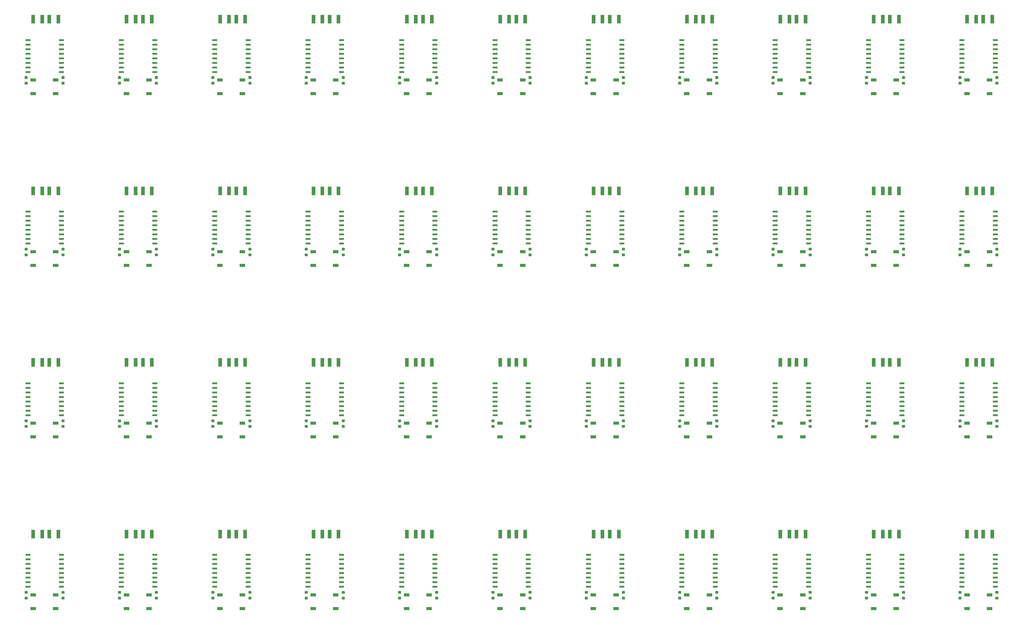
<source format=gbr>
G04 #@! TF.GenerationSoftware,KiCad,Pcbnew,5.0.2+dfsg1-1*
G04 #@! TF.CreationDate,2019-07-08T23:05:52+03:00*
G04 #@! TF.ProjectId,PocketAdmin_Panel,506f636b-6574-4416-946d-696e5f50616e,1.2*
G04 #@! TF.SameCoordinates,PX3dfd240PYd8f5fe0*
G04 #@! TF.FileFunction,Paste,Top*
G04 #@! TF.FilePolarity,Positive*
%FSLAX46Y46*%
G04 Gerber Fmt 4.6, Leading zero omitted, Abs format (unit mm)*
G04 Created by KiCad (PCBNEW 5.0.2+dfsg1-1) date Mon 08 Jul 2019 11:05:52 PM MSK*
%MOMM*%
%LPD*%
G01*
G04 APERTURE LIST*
%ADD10C,0.100000*%
%ADD11C,0.775000*%
%ADD12R,1.000000X2.400000*%
%ADD13R,1.600000X0.900000*%
%ADD14R,1.400000X0.500000*%
G04 APERTURE END LIST*
D10*
G04 #@! TO.C,C9*
G36*
X280050241Y14574067D02*
X280069049Y14571277D01*
X280087493Y14566657D01*
X280105395Y14560252D01*
X280122583Y14552122D01*
X280138892Y14542347D01*
X280154164Y14531021D01*
X280168252Y14518252D01*
X280181021Y14504164D01*
X280192347Y14488892D01*
X280202122Y14472583D01*
X280210252Y14455395D01*
X280216657Y14437493D01*
X280221277Y14419049D01*
X280224067Y14400241D01*
X280225000Y14381250D01*
X280225000Y13993750D01*
X280224067Y13974759D01*
X280221277Y13955951D01*
X280216657Y13937507D01*
X280210252Y13919605D01*
X280202122Y13902417D01*
X280192347Y13886108D01*
X280181021Y13870836D01*
X280168252Y13856748D01*
X280154164Y13843979D01*
X280138892Y13832653D01*
X280122583Y13822878D01*
X280105395Y13814748D01*
X280087493Y13808343D01*
X280069049Y13803723D01*
X280050241Y13800933D01*
X280031250Y13800000D01*
X279568750Y13800000D01*
X279549759Y13800933D01*
X279530951Y13803723D01*
X279512507Y13808343D01*
X279494605Y13814748D01*
X279477417Y13822878D01*
X279461108Y13832653D01*
X279445836Y13843979D01*
X279431748Y13856748D01*
X279418979Y13870836D01*
X279407653Y13886108D01*
X279397878Y13902417D01*
X279389748Y13919605D01*
X279383343Y13937507D01*
X279378723Y13955951D01*
X279375933Y13974759D01*
X279375000Y13993750D01*
X279375000Y14381250D01*
X279375933Y14400241D01*
X279378723Y14419049D01*
X279383343Y14437493D01*
X279389748Y14455395D01*
X279397878Y14472583D01*
X279407653Y14488892D01*
X279418979Y14504164D01*
X279431748Y14518252D01*
X279445836Y14531021D01*
X279461108Y14542347D01*
X279477417Y14552122D01*
X279494605Y14560252D01*
X279512507Y14566657D01*
X279530951Y14571277D01*
X279549759Y14574067D01*
X279568750Y14575000D01*
X280031250Y14575000D01*
X280050241Y14574067D01*
X280050241Y14574067D01*
G37*
D11*
X279800000Y14187500D03*
D10*
G36*
X280050241Y12999067D02*
X280069049Y12996277D01*
X280087493Y12991657D01*
X280105395Y12985252D01*
X280122583Y12977122D01*
X280138892Y12967347D01*
X280154164Y12956021D01*
X280168252Y12943252D01*
X280181021Y12929164D01*
X280192347Y12913892D01*
X280202122Y12897583D01*
X280210252Y12880395D01*
X280216657Y12862493D01*
X280221277Y12844049D01*
X280224067Y12825241D01*
X280225000Y12806250D01*
X280225000Y12418750D01*
X280224067Y12399759D01*
X280221277Y12380951D01*
X280216657Y12362507D01*
X280210252Y12344605D01*
X280202122Y12327417D01*
X280192347Y12311108D01*
X280181021Y12295836D01*
X280168252Y12281748D01*
X280154164Y12268979D01*
X280138892Y12257653D01*
X280122583Y12247878D01*
X280105395Y12239748D01*
X280087493Y12233343D01*
X280069049Y12228723D01*
X280050241Y12225933D01*
X280031250Y12225000D01*
X279568750Y12225000D01*
X279549759Y12225933D01*
X279530951Y12228723D01*
X279512507Y12233343D01*
X279494605Y12239748D01*
X279477417Y12247878D01*
X279461108Y12257653D01*
X279445836Y12268979D01*
X279431748Y12281748D01*
X279418979Y12295836D01*
X279407653Y12311108D01*
X279397878Y12327417D01*
X279389748Y12344605D01*
X279383343Y12362507D01*
X279378723Y12380951D01*
X279375933Y12399759D01*
X279375000Y12418750D01*
X279375000Y12806250D01*
X279375933Y12825241D01*
X279378723Y12844049D01*
X279383343Y12862493D01*
X279389748Y12880395D01*
X279397878Y12897583D01*
X279407653Y12913892D01*
X279418979Y12929164D01*
X279431748Y12943252D01*
X279445836Y12956021D01*
X279461108Y12967347D01*
X279477417Y12977122D01*
X279494605Y12985252D01*
X279512507Y12991657D01*
X279530951Y12996277D01*
X279549759Y12999067D01*
X279568750Y13000000D01*
X280031250Y13000000D01*
X280050241Y12999067D01*
X280050241Y12999067D01*
G37*
D11*
X279800000Y12612500D03*
G04 #@! TD*
D10*
G04 #@! TO.C,C9*
G36*
X254050241Y14574067D02*
X254069049Y14571277D01*
X254087493Y14566657D01*
X254105395Y14560252D01*
X254122583Y14552122D01*
X254138892Y14542347D01*
X254154164Y14531021D01*
X254168252Y14518252D01*
X254181021Y14504164D01*
X254192347Y14488892D01*
X254202122Y14472583D01*
X254210252Y14455395D01*
X254216657Y14437493D01*
X254221277Y14419049D01*
X254224067Y14400241D01*
X254225000Y14381250D01*
X254225000Y13993750D01*
X254224067Y13974759D01*
X254221277Y13955951D01*
X254216657Y13937507D01*
X254210252Y13919605D01*
X254202122Y13902417D01*
X254192347Y13886108D01*
X254181021Y13870836D01*
X254168252Y13856748D01*
X254154164Y13843979D01*
X254138892Y13832653D01*
X254122583Y13822878D01*
X254105395Y13814748D01*
X254087493Y13808343D01*
X254069049Y13803723D01*
X254050241Y13800933D01*
X254031250Y13800000D01*
X253568750Y13800000D01*
X253549759Y13800933D01*
X253530951Y13803723D01*
X253512507Y13808343D01*
X253494605Y13814748D01*
X253477417Y13822878D01*
X253461108Y13832653D01*
X253445836Y13843979D01*
X253431748Y13856748D01*
X253418979Y13870836D01*
X253407653Y13886108D01*
X253397878Y13902417D01*
X253389748Y13919605D01*
X253383343Y13937507D01*
X253378723Y13955951D01*
X253375933Y13974759D01*
X253375000Y13993750D01*
X253375000Y14381250D01*
X253375933Y14400241D01*
X253378723Y14419049D01*
X253383343Y14437493D01*
X253389748Y14455395D01*
X253397878Y14472583D01*
X253407653Y14488892D01*
X253418979Y14504164D01*
X253431748Y14518252D01*
X253445836Y14531021D01*
X253461108Y14542347D01*
X253477417Y14552122D01*
X253494605Y14560252D01*
X253512507Y14566657D01*
X253530951Y14571277D01*
X253549759Y14574067D01*
X253568750Y14575000D01*
X254031250Y14575000D01*
X254050241Y14574067D01*
X254050241Y14574067D01*
G37*
D11*
X253800000Y14187500D03*
D10*
G36*
X254050241Y12999067D02*
X254069049Y12996277D01*
X254087493Y12991657D01*
X254105395Y12985252D01*
X254122583Y12977122D01*
X254138892Y12967347D01*
X254154164Y12956021D01*
X254168252Y12943252D01*
X254181021Y12929164D01*
X254192347Y12913892D01*
X254202122Y12897583D01*
X254210252Y12880395D01*
X254216657Y12862493D01*
X254221277Y12844049D01*
X254224067Y12825241D01*
X254225000Y12806250D01*
X254225000Y12418750D01*
X254224067Y12399759D01*
X254221277Y12380951D01*
X254216657Y12362507D01*
X254210252Y12344605D01*
X254202122Y12327417D01*
X254192347Y12311108D01*
X254181021Y12295836D01*
X254168252Y12281748D01*
X254154164Y12268979D01*
X254138892Y12257653D01*
X254122583Y12247878D01*
X254105395Y12239748D01*
X254087493Y12233343D01*
X254069049Y12228723D01*
X254050241Y12225933D01*
X254031250Y12225000D01*
X253568750Y12225000D01*
X253549759Y12225933D01*
X253530951Y12228723D01*
X253512507Y12233343D01*
X253494605Y12239748D01*
X253477417Y12247878D01*
X253461108Y12257653D01*
X253445836Y12268979D01*
X253431748Y12281748D01*
X253418979Y12295836D01*
X253407653Y12311108D01*
X253397878Y12327417D01*
X253389748Y12344605D01*
X253383343Y12362507D01*
X253378723Y12380951D01*
X253375933Y12399759D01*
X253375000Y12418750D01*
X253375000Y12806250D01*
X253375933Y12825241D01*
X253378723Y12844049D01*
X253383343Y12862493D01*
X253389748Y12880395D01*
X253397878Y12897583D01*
X253407653Y12913892D01*
X253418979Y12929164D01*
X253431748Y12943252D01*
X253445836Y12956021D01*
X253461108Y12967347D01*
X253477417Y12977122D01*
X253494605Y12985252D01*
X253512507Y12991657D01*
X253530951Y12996277D01*
X253549759Y12999067D01*
X253568750Y13000000D01*
X254031250Y13000000D01*
X254050241Y12999067D01*
X254050241Y12999067D01*
G37*
D11*
X253800000Y12612500D03*
G04 #@! TD*
D10*
G04 #@! TO.C,C9*
G36*
X228050241Y14574067D02*
X228069049Y14571277D01*
X228087493Y14566657D01*
X228105395Y14560252D01*
X228122583Y14552122D01*
X228138892Y14542347D01*
X228154164Y14531021D01*
X228168252Y14518252D01*
X228181021Y14504164D01*
X228192347Y14488892D01*
X228202122Y14472583D01*
X228210252Y14455395D01*
X228216657Y14437493D01*
X228221277Y14419049D01*
X228224067Y14400241D01*
X228225000Y14381250D01*
X228225000Y13993750D01*
X228224067Y13974759D01*
X228221277Y13955951D01*
X228216657Y13937507D01*
X228210252Y13919605D01*
X228202122Y13902417D01*
X228192347Y13886108D01*
X228181021Y13870836D01*
X228168252Y13856748D01*
X228154164Y13843979D01*
X228138892Y13832653D01*
X228122583Y13822878D01*
X228105395Y13814748D01*
X228087493Y13808343D01*
X228069049Y13803723D01*
X228050241Y13800933D01*
X228031250Y13800000D01*
X227568750Y13800000D01*
X227549759Y13800933D01*
X227530951Y13803723D01*
X227512507Y13808343D01*
X227494605Y13814748D01*
X227477417Y13822878D01*
X227461108Y13832653D01*
X227445836Y13843979D01*
X227431748Y13856748D01*
X227418979Y13870836D01*
X227407653Y13886108D01*
X227397878Y13902417D01*
X227389748Y13919605D01*
X227383343Y13937507D01*
X227378723Y13955951D01*
X227375933Y13974759D01*
X227375000Y13993750D01*
X227375000Y14381250D01*
X227375933Y14400241D01*
X227378723Y14419049D01*
X227383343Y14437493D01*
X227389748Y14455395D01*
X227397878Y14472583D01*
X227407653Y14488892D01*
X227418979Y14504164D01*
X227431748Y14518252D01*
X227445836Y14531021D01*
X227461108Y14542347D01*
X227477417Y14552122D01*
X227494605Y14560252D01*
X227512507Y14566657D01*
X227530951Y14571277D01*
X227549759Y14574067D01*
X227568750Y14575000D01*
X228031250Y14575000D01*
X228050241Y14574067D01*
X228050241Y14574067D01*
G37*
D11*
X227800000Y14187500D03*
D10*
G36*
X228050241Y12999067D02*
X228069049Y12996277D01*
X228087493Y12991657D01*
X228105395Y12985252D01*
X228122583Y12977122D01*
X228138892Y12967347D01*
X228154164Y12956021D01*
X228168252Y12943252D01*
X228181021Y12929164D01*
X228192347Y12913892D01*
X228202122Y12897583D01*
X228210252Y12880395D01*
X228216657Y12862493D01*
X228221277Y12844049D01*
X228224067Y12825241D01*
X228225000Y12806250D01*
X228225000Y12418750D01*
X228224067Y12399759D01*
X228221277Y12380951D01*
X228216657Y12362507D01*
X228210252Y12344605D01*
X228202122Y12327417D01*
X228192347Y12311108D01*
X228181021Y12295836D01*
X228168252Y12281748D01*
X228154164Y12268979D01*
X228138892Y12257653D01*
X228122583Y12247878D01*
X228105395Y12239748D01*
X228087493Y12233343D01*
X228069049Y12228723D01*
X228050241Y12225933D01*
X228031250Y12225000D01*
X227568750Y12225000D01*
X227549759Y12225933D01*
X227530951Y12228723D01*
X227512507Y12233343D01*
X227494605Y12239748D01*
X227477417Y12247878D01*
X227461108Y12257653D01*
X227445836Y12268979D01*
X227431748Y12281748D01*
X227418979Y12295836D01*
X227407653Y12311108D01*
X227397878Y12327417D01*
X227389748Y12344605D01*
X227383343Y12362507D01*
X227378723Y12380951D01*
X227375933Y12399759D01*
X227375000Y12418750D01*
X227375000Y12806250D01*
X227375933Y12825241D01*
X227378723Y12844049D01*
X227383343Y12862493D01*
X227389748Y12880395D01*
X227397878Y12897583D01*
X227407653Y12913892D01*
X227418979Y12929164D01*
X227431748Y12943252D01*
X227445836Y12956021D01*
X227461108Y12967347D01*
X227477417Y12977122D01*
X227494605Y12985252D01*
X227512507Y12991657D01*
X227530951Y12996277D01*
X227549759Y12999067D01*
X227568750Y13000000D01*
X228031250Y13000000D01*
X228050241Y12999067D01*
X228050241Y12999067D01*
G37*
D11*
X227800000Y12612500D03*
G04 #@! TD*
D10*
G04 #@! TO.C,C9*
G36*
X202050241Y14574067D02*
X202069049Y14571277D01*
X202087493Y14566657D01*
X202105395Y14560252D01*
X202122583Y14552122D01*
X202138892Y14542347D01*
X202154164Y14531021D01*
X202168252Y14518252D01*
X202181021Y14504164D01*
X202192347Y14488892D01*
X202202122Y14472583D01*
X202210252Y14455395D01*
X202216657Y14437493D01*
X202221277Y14419049D01*
X202224067Y14400241D01*
X202225000Y14381250D01*
X202225000Y13993750D01*
X202224067Y13974759D01*
X202221277Y13955951D01*
X202216657Y13937507D01*
X202210252Y13919605D01*
X202202122Y13902417D01*
X202192347Y13886108D01*
X202181021Y13870836D01*
X202168252Y13856748D01*
X202154164Y13843979D01*
X202138892Y13832653D01*
X202122583Y13822878D01*
X202105395Y13814748D01*
X202087493Y13808343D01*
X202069049Y13803723D01*
X202050241Y13800933D01*
X202031250Y13800000D01*
X201568750Y13800000D01*
X201549759Y13800933D01*
X201530951Y13803723D01*
X201512507Y13808343D01*
X201494605Y13814748D01*
X201477417Y13822878D01*
X201461108Y13832653D01*
X201445836Y13843979D01*
X201431748Y13856748D01*
X201418979Y13870836D01*
X201407653Y13886108D01*
X201397878Y13902417D01*
X201389748Y13919605D01*
X201383343Y13937507D01*
X201378723Y13955951D01*
X201375933Y13974759D01*
X201375000Y13993750D01*
X201375000Y14381250D01*
X201375933Y14400241D01*
X201378723Y14419049D01*
X201383343Y14437493D01*
X201389748Y14455395D01*
X201397878Y14472583D01*
X201407653Y14488892D01*
X201418979Y14504164D01*
X201431748Y14518252D01*
X201445836Y14531021D01*
X201461108Y14542347D01*
X201477417Y14552122D01*
X201494605Y14560252D01*
X201512507Y14566657D01*
X201530951Y14571277D01*
X201549759Y14574067D01*
X201568750Y14575000D01*
X202031250Y14575000D01*
X202050241Y14574067D01*
X202050241Y14574067D01*
G37*
D11*
X201800000Y14187500D03*
D10*
G36*
X202050241Y12999067D02*
X202069049Y12996277D01*
X202087493Y12991657D01*
X202105395Y12985252D01*
X202122583Y12977122D01*
X202138892Y12967347D01*
X202154164Y12956021D01*
X202168252Y12943252D01*
X202181021Y12929164D01*
X202192347Y12913892D01*
X202202122Y12897583D01*
X202210252Y12880395D01*
X202216657Y12862493D01*
X202221277Y12844049D01*
X202224067Y12825241D01*
X202225000Y12806250D01*
X202225000Y12418750D01*
X202224067Y12399759D01*
X202221277Y12380951D01*
X202216657Y12362507D01*
X202210252Y12344605D01*
X202202122Y12327417D01*
X202192347Y12311108D01*
X202181021Y12295836D01*
X202168252Y12281748D01*
X202154164Y12268979D01*
X202138892Y12257653D01*
X202122583Y12247878D01*
X202105395Y12239748D01*
X202087493Y12233343D01*
X202069049Y12228723D01*
X202050241Y12225933D01*
X202031250Y12225000D01*
X201568750Y12225000D01*
X201549759Y12225933D01*
X201530951Y12228723D01*
X201512507Y12233343D01*
X201494605Y12239748D01*
X201477417Y12247878D01*
X201461108Y12257653D01*
X201445836Y12268979D01*
X201431748Y12281748D01*
X201418979Y12295836D01*
X201407653Y12311108D01*
X201397878Y12327417D01*
X201389748Y12344605D01*
X201383343Y12362507D01*
X201378723Y12380951D01*
X201375933Y12399759D01*
X201375000Y12418750D01*
X201375000Y12806250D01*
X201375933Y12825241D01*
X201378723Y12844049D01*
X201383343Y12862493D01*
X201389748Y12880395D01*
X201397878Y12897583D01*
X201407653Y12913892D01*
X201418979Y12929164D01*
X201431748Y12943252D01*
X201445836Y12956021D01*
X201461108Y12967347D01*
X201477417Y12977122D01*
X201494605Y12985252D01*
X201512507Y12991657D01*
X201530951Y12996277D01*
X201549759Y12999067D01*
X201568750Y13000000D01*
X202031250Y13000000D01*
X202050241Y12999067D01*
X202050241Y12999067D01*
G37*
D11*
X201800000Y12612500D03*
G04 #@! TD*
D10*
G04 #@! TO.C,C9*
G36*
X176050241Y14574067D02*
X176069049Y14571277D01*
X176087493Y14566657D01*
X176105395Y14560252D01*
X176122583Y14552122D01*
X176138892Y14542347D01*
X176154164Y14531021D01*
X176168252Y14518252D01*
X176181021Y14504164D01*
X176192347Y14488892D01*
X176202122Y14472583D01*
X176210252Y14455395D01*
X176216657Y14437493D01*
X176221277Y14419049D01*
X176224067Y14400241D01*
X176225000Y14381250D01*
X176225000Y13993750D01*
X176224067Y13974759D01*
X176221277Y13955951D01*
X176216657Y13937507D01*
X176210252Y13919605D01*
X176202122Y13902417D01*
X176192347Y13886108D01*
X176181021Y13870836D01*
X176168252Y13856748D01*
X176154164Y13843979D01*
X176138892Y13832653D01*
X176122583Y13822878D01*
X176105395Y13814748D01*
X176087493Y13808343D01*
X176069049Y13803723D01*
X176050241Y13800933D01*
X176031250Y13800000D01*
X175568750Y13800000D01*
X175549759Y13800933D01*
X175530951Y13803723D01*
X175512507Y13808343D01*
X175494605Y13814748D01*
X175477417Y13822878D01*
X175461108Y13832653D01*
X175445836Y13843979D01*
X175431748Y13856748D01*
X175418979Y13870836D01*
X175407653Y13886108D01*
X175397878Y13902417D01*
X175389748Y13919605D01*
X175383343Y13937507D01*
X175378723Y13955951D01*
X175375933Y13974759D01*
X175375000Y13993750D01*
X175375000Y14381250D01*
X175375933Y14400241D01*
X175378723Y14419049D01*
X175383343Y14437493D01*
X175389748Y14455395D01*
X175397878Y14472583D01*
X175407653Y14488892D01*
X175418979Y14504164D01*
X175431748Y14518252D01*
X175445836Y14531021D01*
X175461108Y14542347D01*
X175477417Y14552122D01*
X175494605Y14560252D01*
X175512507Y14566657D01*
X175530951Y14571277D01*
X175549759Y14574067D01*
X175568750Y14575000D01*
X176031250Y14575000D01*
X176050241Y14574067D01*
X176050241Y14574067D01*
G37*
D11*
X175800000Y14187500D03*
D10*
G36*
X176050241Y12999067D02*
X176069049Y12996277D01*
X176087493Y12991657D01*
X176105395Y12985252D01*
X176122583Y12977122D01*
X176138892Y12967347D01*
X176154164Y12956021D01*
X176168252Y12943252D01*
X176181021Y12929164D01*
X176192347Y12913892D01*
X176202122Y12897583D01*
X176210252Y12880395D01*
X176216657Y12862493D01*
X176221277Y12844049D01*
X176224067Y12825241D01*
X176225000Y12806250D01*
X176225000Y12418750D01*
X176224067Y12399759D01*
X176221277Y12380951D01*
X176216657Y12362507D01*
X176210252Y12344605D01*
X176202122Y12327417D01*
X176192347Y12311108D01*
X176181021Y12295836D01*
X176168252Y12281748D01*
X176154164Y12268979D01*
X176138892Y12257653D01*
X176122583Y12247878D01*
X176105395Y12239748D01*
X176087493Y12233343D01*
X176069049Y12228723D01*
X176050241Y12225933D01*
X176031250Y12225000D01*
X175568750Y12225000D01*
X175549759Y12225933D01*
X175530951Y12228723D01*
X175512507Y12233343D01*
X175494605Y12239748D01*
X175477417Y12247878D01*
X175461108Y12257653D01*
X175445836Y12268979D01*
X175431748Y12281748D01*
X175418979Y12295836D01*
X175407653Y12311108D01*
X175397878Y12327417D01*
X175389748Y12344605D01*
X175383343Y12362507D01*
X175378723Y12380951D01*
X175375933Y12399759D01*
X175375000Y12418750D01*
X175375000Y12806250D01*
X175375933Y12825241D01*
X175378723Y12844049D01*
X175383343Y12862493D01*
X175389748Y12880395D01*
X175397878Y12897583D01*
X175407653Y12913892D01*
X175418979Y12929164D01*
X175431748Y12943252D01*
X175445836Y12956021D01*
X175461108Y12967347D01*
X175477417Y12977122D01*
X175494605Y12985252D01*
X175512507Y12991657D01*
X175530951Y12996277D01*
X175549759Y12999067D01*
X175568750Y13000000D01*
X176031250Y13000000D01*
X176050241Y12999067D01*
X176050241Y12999067D01*
G37*
D11*
X175800000Y12612500D03*
G04 #@! TD*
D10*
G04 #@! TO.C,C9*
G36*
X150050241Y14574067D02*
X150069049Y14571277D01*
X150087493Y14566657D01*
X150105395Y14560252D01*
X150122583Y14552122D01*
X150138892Y14542347D01*
X150154164Y14531021D01*
X150168252Y14518252D01*
X150181021Y14504164D01*
X150192347Y14488892D01*
X150202122Y14472583D01*
X150210252Y14455395D01*
X150216657Y14437493D01*
X150221277Y14419049D01*
X150224067Y14400241D01*
X150225000Y14381250D01*
X150225000Y13993750D01*
X150224067Y13974759D01*
X150221277Y13955951D01*
X150216657Y13937507D01*
X150210252Y13919605D01*
X150202122Y13902417D01*
X150192347Y13886108D01*
X150181021Y13870836D01*
X150168252Y13856748D01*
X150154164Y13843979D01*
X150138892Y13832653D01*
X150122583Y13822878D01*
X150105395Y13814748D01*
X150087493Y13808343D01*
X150069049Y13803723D01*
X150050241Y13800933D01*
X150031250Y13800000D01*
X149568750Y13800000D01*
X149549759Y13800933D01*
X149530951Y13803723D01*
X149512507Y13808343D01*
X149494605Y13814748D01*
X149477417Y13822878D01*
X149461108Y13832653D01*
X149445836Y13843979D01*
X149431748Y13856748D01*
X149418979Y13870836D01*
X149407653Y13886108D01*
X149397878Y13902417D01*
X149389748Y13919605D01*
X149383343Y13937507D01*
X149378723Y13955951D01*
X149375933Y13974759D01*
X149375000Y13993750D01*
X149375000Y14381250D01*
X149375933Y14400241D01*
X149378723Y14419049D01*
X149383343Y14437493D01*
X149389748Y14455395D01*
X149397878Y14472583D01*
X149407653Y14488892D01*
X149418979Y14504164D01*
X149431748Y14518252D01*
X149445836Y14531021D01*
X149461108Y14542347D01*
X149477417Y14552122D01*
X149494605Y14560252D01*
X149512507Y14566657D01*
X149530951Y14571277D01*
X149549759Y14574067D01*
X149568750Y14575000D01*
X150031250Y14575000D01*
X150050241Y14574067D01*
X150050241Y14574067D01*
G37*
D11*
X149800000Y14187500D03*
D10*
G36*
X150050241Y12999067D02*
X150069049Y12996277D01*
X150087493Y12991657D01*
X150105395Y12985252D01*
X150122583Y12977122D01*
X150138892Y12967347D01*
X150154164Y12956021D01*
X150168252Y12943252D01*
X150181021Y12929164D01*
X150192347Y12913892D01*
X150202122Y12897583D01*
X150210252Y12880395D01*
X150216657Y12862493D01*
X150221277Y12844049D01*
X150224067Y12825241D01*
X150225000Y12806250D01*
X150225000Y12418750D01*
X150224067Y12399759D01*
X150221277Y12380951D01*
X150216657Y12362507D01*
X150210252Y12344605D01*
X150202122Y12327417D01*
X150192347Y12311108D01*
X150181021Y12295836D01*
X150168252Y12281748D01*
X150154164Y12268979D01*
X150138892Y12257653D01*
X150122583Y12247878D01*
X150105395Y12239748D01*
X150087493Y12233343D01*
X150069049Y12228723D01*
X150050241Y12225933D01*
X150031250Y12225000D01*
X149568750Y12225000D01*
X149549759Y12225933D01*
X149530951Y12228723D01*
X149512507Y12233343D01*
X149494605Y12239748D01*
X149477417Y12247878D01*
X149461108Y12257653D01*
X149445836Y12268979D01*
X149431748Y12281748D01*
X149418979Y12295836D01*
X149407653Y12311108D01*
X149397878Y12327417D01*
X149389748Y12344605D01*
X149383343Y12362507D01*
X149378723Y12380951D01*
X149375933Y12399759D01*
X149375000Y12418750D01*
X149375000Y12806250D01*
X149375933Y12825241D01*
X149378723Y12844049D01*
X149383343Y12862493D01*
X149389748Y12880395D01*
X149397878Y12897583D01*
X149407653Y12913892D01*
X149418979Y12929164D01*
X149431748Y12943252D01*
X149445836Y12956021D01*
X149461108Y12967347D01*
X149477417Y12977122D01*
X149494605Y12985252D01*
X149512507Y12991657D01*
X149530951Y12996277D01*
X149549759Y12999067D01*
X149568750Y13000000D01*
X150031250Y13000000D01*
X150050241Y12999067D01*
X150050241Y12999067D01*
G37*
D11*
X149800000Y12612500D03*
G04 #@! TD*
D10*
G04 #@! TO.C,C9*
G36*
X124050241Y14574067D02*
X124069049Y14571277D01*
X124087493Y14566657D01*
X124105395Y14560252D01*
X124122583Y14552122D01*
X124138892Y14542347D01*
X124154164Y14531021D01*
X124168252Y14518252D01*
X124181021Y14504164D01*
X124192347Y14488892D01*
X124202122Y14472583D01*
X124210252Y14455395D01*
X124216657Y14437493D01*
X124221277Y14419049D01*
X124224067Y14400241D01*
X124225000Y14381250D01*
X124225000Y13993750D01*
X124224067Y13974759D01*
X124221277Y13955951D01*
X124216657Y13937507D01*
X124210252Y13919605D01*
X124202122Y13902417D01*
X124192347Y13886108D01*
X124181021Y13870836D01*
X124168252Y13856748D01*
X124154164Y13843979D01*
X124138892Y13832653D01*
X124122583Y13822878D01*
X124105395Y13814748D01*
X124087493Y13808343D01*
X124069049Y13803723D01*
X124050241Y13800933D01*
X124031250Y13800000D01*
X123568750Y13800000D01*
X123549759Y13800933D01*
X123530951Y13803723D01*
X123512507Y13808343D01*
X123494605Y13814748D01*
X123477417Y13822878D01*
X123461108Y13832653D01*
X123445836Y13843979D01*
X123431748Y13856748D01*
X123418979Y13870836D01*
X123407653Y13886108D01*
X123397878Y13902417D01*
X123389748Y13919605D01*
X123383343Y13937507D01*
X123378723Y13955951D01*
X123375933Y13974759D01*
X123375000Y13993750D01*
X123375000Y14381250D01*
X123375933Y14400241D01*
X123378723Y14419049D01*
X123383343Y14437493D01*
X123389748Y14455395D01*
X123397878Y14472583D01*
X123407653Y14488892D01*
X123418979Y14504164D01*
X123431748Y14518252D01*
X123445836Y14531021D01*
X123461108Y14542347D01*
X123477417Y14552122D01*
X123494605Y14560252D01*
X123512507Y14566657D01*
X123530951Y14571277D01*
X123549759Y14574067D01*
X123568750Y14575000D01*
X124031250Y14575000D01*
X124050241Y14574067D01*
X124050241Y14574067D01*
G37*
D11*
X123800000Y14187500D03*
D10*
G36*
X124050241Y12999067D02*
X124069049Y12996277D01*
X124087493Y12991657D01*
X124105395Y12985252D01*
X124122583Y12977122D01*
X124138892Y12967347D01*
X124154164Y12956021D01*
X124168252Y12943252D01*
X124181021Y12929164D01*
X124192347Y12913892D01*
X124202122Y12897583D01*
X124210252Y12880395D01*
X124216657Y12862493D01*
X124221277Y12844049D01*
X124224067Y12825241D01*
X124225000Y12806250D01*
X124225000Y12418750D01*
X124224067Y12399759D01*
X124221277Y12380951D01*
X124216657Y12362507D01*
X124210252Y12344605D01*
X124202122Y12327417D01*
X124192347Y12311108D01*
X124181021Y12295836D01*
X124168252Y12281748D01*
X124154164Y12268979D01*
X124138892Y12257653D01*
X124122583Y12247878D01*
X124105395Y12239748D01*
X124087493Y12233343D01*
X124069049Y12228723D01*
X124050241Y12225933D01*
X124031250Y12225000D01*
X123568750Y12225000D01*
X123549759Y12225933D01*
X123530951Y12228723D01*
X123512507Y12233343D01*
X123494605Y12239748D01*
X123477417Y12247878D01*
X123461108Y12257653D01*
X123445836Y12268979D01*
X123431748Y12281748D01*
X123418979Y12295836D01*
X123407653Y12311108D01*
X123397878Y12327417D01*
X123389748Y12344605D01*
X123383343Y12362507D01*
X123378723Y12380951D01*
X123375933Y12399759D01*
X123375000Y12418750D01*
X123375000Y12806250D01*
X123375933Y12825241D01*
X123378723Y12844049D01*
X123383343Y12862493D01*
X123389748Y12880395D01*
X123397878Y12897583D01*
X123407653Y12913892D01*
X123418979Y12929164D01*
X123431748Y12943252D01*
X123445836Y12956021D01*
X123461108Y12967347D01*
X123477417Y12977122D01*
X123494605Y12985252D01*
X123512507Y12991657D01*
X123530951Y12996277D01*
X123549759Y12999067D01*
X123568750Y13000000D01*
X124031250Y13000000D01*
X124050241Y12999067D01*
X124050241Y12999067D01*
G37*
D11*
X123800000Y12612500D03*
G04 #@! TD*
D10*
G04 #@! TO.C,C9*
G36*
X98050241Y14574067D02*
X98069049Y14571277D01*
X98087493Y14566657D01*
X98105395Y14560252D01*
X98122583Y14552122D01*
X98138892Y14542347D01*
X98154164Y14531021D01*
X98168252Y14518252D01*
X98181021Y14504164D01*
X98192347Y14488892D01*
X98202122Y14472583D01*
X98210252Y14455395D01*
X98216657Y14437493D01*
X98221277Y14419049D01*
X98224067Y14400241D01*
X98225000Y14381250D01*
X98225000Y13993750D01*
X98224067Y13974759D01*
X98221277Y13955951D01*
X98216657Y13937507D01*
X98210252Y13919605D01*
X98202122Y13902417D01*
X98192347Y13886108D01*
X98181021Y13870836D01*
X98168252Y13856748D01*
X98154164Y13843979D01*
X98138892Y13832653D01*
X98122583Y13822878D01*
X98105395Y13814748D01*
X98087493Y13808343D01*
X98069049Y13803723D01*
X98050241Y13800933D01*
X98031250Y13800000D01*
X97568750Y13800000D01*
X97549759Y13800933D01*
X97530951Y13803723D01*
X97512507Y13808343D01*
X97494605Y13814748D01*
X97477417Y13822878D01*
X97461108Y13832653D01*
X97445836Y13843979D01*
X97431748Y13856748D01*
X97418979Y13870836D01*
X97407653Y13886108D01*
X97397878Y13902417D01*
X97389748Y13919605D01*
X97383343Y13937507D01*
X97378723Y13955951D01*
X97375933Y13974759D01*
X97375000Y13993750D01*
X97375000Y14381250D01*
X97375933Y14400241D01*
X97378723Y14419049D01*
X97383343Y14437493D01*
X97389748Y14455395D01*
X97397878Y14472583D01*
X97407653Y14488892D01*
X97418979Y14504164D01*
X97431748Y14518252D01*
X97445836Y14531021D01*
X97461108Y14542347D01*
X97477417Y14552122D01*
X97494605Y14560252D01*
X97512507Y14566657D01*
X97530951Y14571277D01*
X97549759Y14574067D01*
X97568750Y14575000D01*
X98031250Y14575000D01*
X98050241Y14574067D01*
X98050241Y14574067D01*
G37*
D11*
X97800000Y14187500D03*
D10*
G36*
X98050241Y12999067D02*
X98069049Y12996277D01*
X98087493Y12991657D01*
X98105395Y12985252D01*
X98122583Y12977122D01*
X98138892Y12967347D01*
X98154164Y12956021D01*
X98168252Y12943252D01*
X98181021Y12929164D01*
X98192347Y12913892D01*
X98202122Y12897583D01*
X98210252Y12880395D01*
X98216657Y12862493D01*
X98221277Y12844049D01*
X98224067Y12825241D01*
X98225000Y12806250D01*
X98225000Y12418750D01*
X98224067Y12399759D01*
X98221277Y12380951D01*
X98216657Y12362507D01*
X98210252Y12344605D01*
X98202122Y12327417D01*
X98192347Y12311108D01*
X98181021Y12295836D01*
X98168252Y12281748D01*
X98154164Y12268979D01*
X98138892Y12257653D01*
X98122583Y12247878D01*
X98105395Y12239748D01*
X98087493Y12233343D01*
X98069049Y12228723D01*
X98050241Y12225933D01*
X98031250Y12225000D01*
X97568750Y12225000D01*
X97549759Y12225933D01*
X97530951Y12228723D01*
X97512507Y12233343D01*
X97494605Y12239748D01*
X97477417Y12247878D01*
X97461108Y12257653D01*
X97445836Y12268979D01*
X97431748Y12281748D01*
X97418979Y12295836D01*
X97407653Y12311108D01*
X97397878Y12327417D01*
X97389748Y12344605D01*
X97383343Y12362507D01*
X97378723Y12380951D01*
X97375933Y12399759D01*
X97375000Y12418750D01*
X97375000Y12806250D01*
X97375933Y12825241D01*
X97378723Y12844049D01*
X97383343Y12862493D01*
X97389748Y12880395D01*
X97397878Y12897583D01*
X97407653Y12913892D01*
X97418979Y12929164D01*
X97431748Y12943252D01*
X97445836Y12956021D01*
X97461108Y12967347D01*
X97477417Y12977122D01*
X97494605Y12985252D01*
X97512507Y12991657D01*
X97530951Y12996277D01*
X97549759Y12999067D01*
X97568750Y13000000D01*
X98031250Y13000000D01*
X98050241Y12999067D01*
X98050241Y12999067D01*
G37*
D11*
X97800000Y12612500D03*
G04 #@! TD*
D10*
G04 #@! TO.C,C9*
G36*
X72050241Y14574067D02*
X72069049Y14571277D01*
X72087493Y14566657D01*
X72105395Y14560252D01*
X72122583Y14552122D01*
X72138892Y14542347D01*
X72154164Y14531021D01*
X72168252Y14518252D01*
X72181021Y14504164D01*
X72192347Y14488892D01*
X72202122Y14472583D01*
X72210252Y14455395D01*
X72216657Y14437493D01*
X72221277Y14419049D01*
X72224067Y14400241D01*
X72225000Y14381250D01*
X72225000Y13993750D01*
X72224067Y13974759D01*
X72221277Y13955951D01*
X72216657Y13937507D01*
X72210252Y13919605D01*
X72202122Y13902417D01*
X72192347Y13886108D01*
X72181021Y13870836D01*
X72168252Y13856748D01*
X72154164Y13843979D01*
X72138892Y13832653D01*
X72122583Y13822878D01*
X72105395Y13814748D01*
X72087493Y13808343D01*
X72069049Y13803723D01*
X72050241Y13800933D01*
X72031250Y13800000D01*
X71568750Y13800000D01*
X71549759Y13800933D01*
X71530951Y13803723D01*
X71512507Y13808343D01*
X71494605Y13814748D01*
X71477417Y13822878D01*
X71461108Y13832653D01*
X71445836Y13843979D01*
X71431748Y13856748D01*
X71418979Y13870836D01*
X71407653Y13886108D01*
X71397878Y13902417D01*
X71389748Y13919605D01*
X71383343Y13937507D01*
X71378723Y13955951D01*
X71375933Y13974759D01*
X71375000Y13993750D01*
X71375000Y14381250D01*
X71375933Y14400241D01*
X71378723Y14419049D01*
X71383343Y14437493D01*
X71389748Y14455395D01*
X71397878Y14472583D01*
X71407653Y14488892D01*
X71418979Y14504164D01*
X71431748Y14518252D01*
X71445836Y14531021D01*
X71461108Y14542347D01*
X71477417Y14552122D01*
X71494605Y14560252D01*
X71512507Y14566657D01*
X71530951Y14571277D01*
X71549759Y14574067D01*
X71568750Y14575000D01*
X72031250Y14575000D01*
X72050241Y14574067D01*
X72050241Y14574067D01*
G37*
D11*
X71800000Y14187500D03*
D10*
G36*
X72050241Y12999067D02*
X72069049Y12996277D01*
X72087493Y12991657D01*
X72105395Y12985252D01*
X72122583Y12977122D01*
X72138892Y12967347D01*
X72154164Y12956021D01*
X72168252Y12943252D01*
X72181021Y12929164D01*
X72192347Y12913892D01*
X72202122Y12897583D01*
X72210252Y12880395D01*
X72216657Y12862493D01*
X72221277Y12844049D01*
X72224067Y12825241D01*
X72225000Y12806250D01*
X72225000Y12418750D01*
X72224067Y12399759D01*
X72221277Y12380951D01*
X72216657Y12362507D01*
X72210252Y12344605D01*
X72202122Y12327417D01*
X72192347Y12311108D01*
X72181021Y12295836D01*
X72168252Y12281748D01*
X72154164Y12268979D01*
X72138892Y12257653D01*
X72122583Y12247878D01*
X72105395Y12239748D01*
X72087493Y12233343D01*
X72069049Y12228723D01*
X72050241Y12225933D01*
X72031250Y12225000D01*
X71568750Y12225000D01*
X71549759Y12225933D01*
X71530951Y12228723D01*
X71512507Y12233343D01*
X71494605Y12239748D01*
X71477417Y12247878D01*
X71461108Y12257653D01*
X71445836Y12268979D01*
X71431748Y12281748D01*
X71418979Y12295836D01*
X71407653Y12311108D01*
X71397878Y12327417D01*
X71389748Y12344605D01*
X71383343Y12362507D01*
X71378723Y12380951D01*
X71375933Y12399759D01*
X71375000Y12418750D01*
X71375000Y12806250D01*
X71375933Y12825241D01*
X71378723Y12844049D01*
X71383343Y12862493D01*
X71389748Y12880395D01*
X71397878Y12897583D01*
X71407653Y12913892D01*
X71418979Y12929164D01*
X71431748Y12943252D01*
X71445836Y12956021D01*
X71461108Y12967347D01*
X71477417Y12977122D01*
X71494605Y12985252D01*
X71512507Y12991657D01*
X71530951Y12996277D01*
X71549759Y12999067D01*
X71568750Y13000000D01*
X72031250Y13000000D01*
X72050241Y12999067D01*
X72050241Y12999067D01*
G37*
D11*
X71800000Y12612500D03*
G04 #@! TD*
D10*
G04 #@! TO.C,C9*
G36*
X46050241Y14574067D02*
X46069049Y14571277D01*
X46087493Y14566657D01*
X46105395Y14560252D01*
X46122583Y14552122D01*
X46138892Y14542347D01*
X46154164Y14531021D01*
X46168252Y14518252D01*
X46181021Y14504164D01*
X46192347Y14488892D01*
X46202122Y14472583D01*
X46210252Y14455395D01*
X46216657Y14437493D01*
X46221277Y14419049D01*
X46224067Y14400241D01*
X46225000Y14381250D01*
X46225000Y13993750D01*
X46224067Y13974759D01*
X46221277Y13955951D01*
X46216657Y13937507D01*
X46210252Y13919605D01*
X46202122Y13902417D01*
X46192347Y13886108D01*
X46181021Y13870836D01*
X46168252Y13856748D01*
X46154164Y13843979D01*
X46138892Y13832653D01*
X46122583Y13822878D01*
X46105395Y13814748D01*
X46087493Y13808343D01*
X46069049Y13803723D01*
X46050241Y13800933D01*
X46031250Y13800000D01*
X45568750Y13800000D01*
X45549759Y13800933D01*
X45530951Y13803723D01*
X45512507Y13808343D01*
X45494605Y13814748D01*
X45477417Y13822878D01*
X45461108Y13832653D01*
X45445836Y13843979D01*
X45431748Y13856748D01*
X45418979Y13870836D01*
X45407653Y13886108D01*
X45397878Y13902417D01*
X45389748Y13919605D01*
X45383343Y13937507D01*
X45378723Y13955951D01*
X45375933Y13974759D01*
X45375000Y13993750D01*
X45375000Y14381250D01*
X45375933Y14400241D01*
X45378723Y14419049D01*
X45383343Y14437493D01*
X45389748Y14455395D01*
X45397878Y14472583D01*
X45407653Y14488892D01*
X45418979Y14504164D01*
X45431748Y14518252D01*
X45445836Y14531021D01*
X45461108Y14542347D01*
X45477417Y14552122D01*
X45494605Y14560252D01*
X45512507Y14566657D01*
X45530951Y14571277D01*
X45549759Y14574067D01*
X45568750Y14575000D01*
X46031250Y14575000D01*
X46050241Y14574067D01*
X46050241Y14574067D01*
G37*
D11*
X45800000Y14187500D03*
D10*
G36*
X46050241Y12999067D02*
X46069049Y12996277D01*
X46087493Y12991657D01*
X46105395Y12985252D01*
X46122583Y12977122D01*
X46138892Y12967347D01*
X46154164Y12956021D01*
X46168252Y12943252D01*
X46181021Y12929164D01*
X46192347Y12913892D01*
X46202122Y12897583D01*
X46210252Y12880395D01*
X46216657Y12862493D01*
X46221277Y12844049D01*
X46224067Y12825241D01*
X46225000Y12806250D01*
X46225000Y12418750D01*
X46224067Y12399759D01*
X46221277Y12380951D01*
X46216657Y12362507D01*
X46210252Y12344605D01*
X46202122Y12327417D01*
X46192347Y12311108D01*
X46181021Y12295836D01*
X46168252Y12281748D01*
X46154164Y12268979D01*
X46138892Y12257653D01*
X46122583Y12247878D01*
X46105395Y12239748D01*
X46087493Y12233343D01*
X46069049Y12228723D01*
X46050241Y12225933D01*
X46031250Y12225000D01*
X45568750Y12225000D01*
X45549759Y12225933D01*
X45530951Y12228723D01*
X45512507Y12233343D01*
X45494605Y12239748D01*
X45477417Y12247878D01*
X45461108Y12257653D01*
X45445836Y12268979D01*
X45431748Y12281748D01*
X45418979Y12295836D01*
X45407653Y12311108D01*
X45397878Y12327417D01*
X45389748Y12344605D01*
X45383343Y12362507D01*
X45378723Y12380951D01*
X45375933Y12399759D01*
X45375000Y12418750D01*
X45375000Y12806250D01*
X45375933Y12825241D01*
X45378723Y12844049D01*
X45383343Y12862493D01*
X45389748Y12880395D01*
X45397878Y12897583D01*
X45407653Y12913892D01*
X45418979Y12929164D01*
X45431748Y12943252D01*
X45445836Y12956021D01*
X45461108Y12967347D01*
X45477417Y12977122D01*
X45494605Y12985252D01*
X45512507Y12991657D01*
X45530951Y12996277D01*
X45549759Y12999067D01*
X45568750Y13000000D01*
X46031250Y13000000D01*
X46050241Y12999067D01*
X46050241Y12999067D01*
G37*
D11*
X45800000Y12612500D03*
G04 #@! TD*
D10*
G04 #@! TO.C,C9*
G36*
X20050241Y14574067D02*
X20069049Y14571277D01*
X20087493Y14566657D01*
X20105395Y14560252D01*
X20122583Y14552122D01*
X20138892Y14542347D01*
X20154164Y14531021D01*
X20168252Y14518252D01*
X20181021Y14504164D01*
X20192347Y14488892D01*
X20202122Y14472583D01*
X20210252Y14455395D01*
X20216657Y14437493D01*
X20221277Y14419049D01*
X20224067Y14400241D01*
X20225000Y14381250D01*
X20225000Y13993750D01*
X20224067Y13974759D01*
X20221277Y13955951D01*
X20216657Y13937507D01*
X20210252Y13919605D01*
X20202122Y13902417D01*
X20192347Y13886108D01*
X20181021Y13870836D01*
X20168252Y13856748D01*
X20154164Y13843979D01*
X20138892Y13832653D01*
X20122583Y13822878D01*
X20105395Y13814748D01*
X20087493Y13808343D01*
X20069049Y13803723D01*
X20050241Y13800933D01*
X20031250Y13800000D01*
X19568750Y13800000D01*
X19549759Y13800933D01*
X19530951Y13803723D01*
X19512507Y13808343D01*
X19494605Y13814748D01*
X19477417Y13822878D01*
X19461108Y13832653D01*
X19445836Y13843979D01*
X19431748Y13856748D01*
X19418979Y13870836D01*
X19407653Y13886108D01*
X19397878Y13902417D01*
X19389748Y13919605D01*
X19383343Y13937507D01*
X19378723Y13955951D01*
X19375933Y13974759D01*
X19375000Y13993750D01*
X19375000Y14381250D01*
X19375933Y14400241D01*
X19378723Y14419049D01*
X19383343Y14437493D01*
X19389748Y14455395D01*
X19397878Y14472583D01*
X19407653Y14488892D01*
X19418979Y14504164D01*
X19431748Y14518252D01*
X19445836Y14531021D01*
X19461108Y14542347D01*
X19477417Y14552122D01*
X19494605Y14560252D01*
X19512507Y14566657D01*
X19530951Y14571277D01*
X19549759Y14574067D01*
X19568750Y14575000D01*
X20031250Y14575000D01*
X20050241Y14574067D01*
X20050241Y14574067D01*
G37*
D11*
X19800000Y14187500D03*
D10*
G36*
X20050241Y12999067D02*
X20069049Y12996277D01*
X20087493Y12991657D01*
X20105395Y12985252D01*
X20122583Y12977122D01*
X20138892Y12967347D01*
X20154164Y12956021D01*
X20168252Y12943252D01*
X20181021Y12929164D01*
X20192347Y12913892D01*
X20202122Y12897583D01*
X20210252Y12880395D01*
X20216657Y12862493D01*
X20221277Y12844049D01*
X20224067Y12825241D01*
X20225000Y12806250D01*
X20225000Y12418750D01*
X20224067Y12399759D01*
X20221277Y12380951D01*
X20216657Y12362507D01*
X20210252Y12344605D01*
X20202122Y12327417D01*
X20192347Y12311108D01*
X20181021Y12295836D01*
X20168252Y12281748D01*
X20154164Y12268979D01*
X20138892Y12257653D01*
X20122583Y12247878D01*
X20105395Y12239748D01*
X20087493Y12233343D01*
X20069049Y12228723D01*
X20050241Y12225933D01*
X20031250Y12225000D01*
X19568750Y12225000D01*
X19549759Y12225933D01*
X19530951Y12228723D01*
X19512507Y12233343D01*
X19494605Y12239748D01*
X19477417Y12247878D01*
X19461108Y12257653D01*
X19445836Y12268979D01*
X19431748Y12281748D01*
X19418979Y12295836D01*
X19407653Y12311108D01*
X19397878Y12327417D01*
X19389748Y12344605D01*
X19383343Y12362507D01*
X19378723Y12380951D01*
X19375933Y12399759D01*
X19375000Y12418750D01*
X19375000Y12806250D01*
X19375933Y12825241D01*
X19378723Y12844049D01*
X19383343Y12862493D01*
X19389748Y12880395D01*
X19397878Y12897583D01*
X19407653Y12913892D01*
X19418979Y12929164D01*
X19431748Y12943252D01*
X19445836Y12956021D01*
X19461108Y12967347D01*
X19477417Y12977122D01*
X19494605Y12985252D01*
X19512507Y12991657D01*
X19530951Y12996277D01*
X19549759Y12999067D01*
X19568750Y13000000D01*
X20031250Y13000000D01*
X20050241Y12999067D01*
X20050241Y12999067D01*
G37*
D11*
X19800000Y12612500D03*
G04 #@! TD*
D10*
G04 #@! TO.C,C9*
G36*
X280050241Y62374067D02*
X280069049Y62371277D01*
X280087493Y62366657D01*
X280105395Y62360252D01*
X280122583Y62352122D01*
X280138892Y62342347D01*
X280154164Y62331021D01*
X280168252Y62318252D01*
X280181021Y62304164D01*
X280192347Y62288892D01*
X280202122Y62272583D01*
X280210252Y62255395D01*
X280216657Y62237493D01*
X280221277Y62219049D01*
X280224067Y62200241D01*
X280225000Y62181250D01*
X280225000Y61793750D01*
X280224067Y61774759D01*
X280221277Y61755951D01*
X280216657Y61737507D01*
X280210252Y61719605D01*
X280202122Y61702417D01*
X280192347Y61686108D01*
X280181021Y61670836D01*
X280168252Y61656748D01*
X280154164Y61643979D01*
X280138892Y61632653D01*
X280122583Y61622878D01*
X280105395Y61614748D01*
X280087493Y61608343D01*
X280069049Y61603723D01*
X280050241Y61600933D01*
X280031250Y61600000D01*
X279568750Y61600000D01*
X279549759Y61600933D01*
X279530951Y61603723D01*
X279512507Y61608343D01*
X279494605Y61614748D01*
X279477417Y61622878D01*
X279461108Y61632653D01*
X279445836Y61643979D01*
X279431748Y61656748D01*
X279418979Y61670836D01*
X279407653Y61686108D01*
X279397878Y61702417D01*
X279389748Y61719605D01*
X279383343Y61737507D01*
X279378723Y61755951D01*
X279375933Y61774759D01*
X279375000Y61793750D01*
X279375000Y62181250D01*
X279375933Y62200241D01*
X279378723Y62219049D01*
X279383343Y62237493D01*
X279389748Y62255395D01*
X279397878Y62272583D01*
X279407653Y62288892D01*
X279418979Y62304164D01*
X279431748Y62318252D01*
X279445836Y62331021D01*
X279461108Y62342347D01*
X279477417Y62352122D01*
X279494605Y62360252D01*
X279512507Y62366657D01*
X279530951Y62371277D01*
X279549759Y62374067D01*
X279568750Y62375000D01*
X280031250Y62375000D01*
X280050241Y62374067D01*
X280050241Y62374067D01*
G37*
D11*
X279800000Y61987500D03*
D10*
G36*
X280050241Y60799067D02*
X280069049Y60796277D01*
X280087493Y60791657D01*
X280105395Y60785252D01*
X280122583Y60777122D01*
X280138892Y60767347D01*
X280154164Y60756021D01*
X280168252Y60743252D01*
X280181021Y60729164D01*
X280192347Y60713892D01*
X280202122Y60697583D01*
X280210252Y60680395D01*
X280216657Y60662493D01*
X280221277Y60644049D01*
X280224067Y60625241D01*
X280225000Y60606250D01*
X280225000Y60218750D01*
X280224067Y60199759D01*
X280221277Y60180951D01*
X280216657Y60162507D01*
X280210252Y60144605D01*
X280202122Y60127417D01*
X280192347Y60111108D01*
X280181021Y60095836D01*
X280168252Y60081748D01*
X280154164Y60068979D01*
X280138892Y60057653D01*
X280122583Y60047878D01*
X280105395Y60039748D01*
X280087493Y60033343D01*
X280069049Y60028723D01*
X280050241Y60025933D01*
X280031250Y60025000D01*
X279568750Y60025000D01*
X279549759Y60025933D01*
X279530951Y60028723D01*
X279512507Y60033343D01*
X279494605Y60039748D01*
X279477417Y60047878D01*
X279461108Y60057653D01*
X279445836Y60068979D01*
X279431748Y60081748D01*
X279418979Y60095836D01*
X279407653Y60111108D01*
X279397878Y60127417D01*
X279389748Y60144605D01*
X279383343Y60162507D01*
X279378723Y60180951D01*
X279375933Y60199759D01*
X279375000Y60218750D01*
X279375000Y60606250D01*
X279375933Y60625241D01*
X279378723Y60644049D01*
X279383343Y60662493D01*
X279389748Y60680395D01*
X279397878Y60697583D01*
X279407653Y60713892D01*
X279418979Y60729164D01*
X279431748Y60743252D01*
X279445836Y60756021D01*
X279461108Y60767347D01*
X279477417Y60777122D01*
X279494605Y60785252D01*
X279512507Y60791657D01*
X279530951Y60796277D01*
X279549759Y60799067D01*
X279568750Y60800000D01*
X280031250Y60800000D01*
X280050241Y60799067D01*
X280050241Y60799067D01*
G37*
D11*
X279800000Y60412500D03*
G04 #@! TD*
D10*
G04 #@! TO.C,C9*
G36*
X254050241Y62374067D02*
X254069049Y62371277D01*
X254087493Y62366657D01*
X254105395Y62360252D01*
X254122583Y62352122D01*
X254138892Y62342347D01*
X254154164Y62331021D01*
X254168252Y62318252D01*
X254181021Y62304164D01*
X254192347Y62288892D01*
X254202122Y62272583D01*
X254210252Y62255395D01*
X254216657Y62237493D01*
X254221277Y62219049D01*
X254224067Y62200241D01*
X254225000Y62181250D01*
X254225000Y61793750D01*
X254224067Y61774759D01*
X254221277Y61755951D01*
X254216657Y61737507D01*
X254210252Y61719605D01*
X254202122Y61702417D01*
X254192347Y61686108D01*
X254181021Y61670836D01*
X254168252Y61656748D01*
X254154164Y61643979D01*
X254138892Y61632653D01*
X254122583Y61622878D01*
X254105395Y61614748D01*
X254087493Y61608343D01*
X254069049Y61603723D01*
X254050241Y61600933D01*
X254031250Y61600000D01*
X253568750Y61600000D01*
X253549759Y61600933D01*
X253530951Y61603723D01*
X253512507Y61608343D01*
X253494605Y61614748D01*
X253477417Y61622878D01*
X253461108Y61632653D01*
X253445836Y61643979D01*
X253431748Y61656748D01*
X253418979Y61670836D01*
X253407653Y61686108D01*
X253397878Y61702417D01*
X253389748Y61719605D01*
X253383343Y61737507D01*
X253378723Y61755951D01*
X253375933Y61774759D01*
X253375000Y61793750D01*
X253375000Y62181250D01*
X253375933Y62200241D01*
X253378723Y62219049D01*
X253383343Y62237493D01*
X253389748Y62255395D01*
X253397878Y62272583D01*
X253407653Y62288892D01*
X253418979Y62304164D01*
X253431748Y62318252D01*
X253445836Y62331021D01*
X253461108Y62342347D01*
X253477417Y62352122D01*
X253494605Y62360252D01*
X253512507Y62366657D01*
X253530951Y62371277D01*
X253549759Y62374067D01*
X253568750Y62375000D01*
X254031250Y62375000D01*
X254050241Y62374067D01*
X254050241Y62374067D01*
G37*
D11*
X253800000Y61987500D03*
D10*
G36*
X254050241Y60799067D02*
X254069049Y60796277D01*
X254087493Y60791657D01*
X254105395Y60785252D01*
X254122583Y60777122D01*
X254138892Y60767347D01*
X254154164Y60756021D01*
X254168252Y60743252D01*
X254181021Y60729164D01*
X254192347Y60713892D01*
X254202122Y60697583D01*
X254210252Y60680395D01*
X254216657Y60662493D01*
X254221277Y60644049D01*
X254224067Y60625241D01*
X254225000Y60606250D01*
X254225000Y60218750D01*
X254224067Y60199759D01*
X254221277Y60180951D01*
X254216657Y60162507D01*
X254210252Y60144605D01*
X254202122Y60127417D01*
X254192347Y60111108D01*
X254181021Y60095836D01*
X254168252Y60081748D01*
X254154164Y60068979D01*
X254138892Y60057653D01*
X254122583Y60047878D01*
X254105395Y60039748D01*
X254087493Y60033343D01*
X254069049Y60028723D01*
X254050241Y60025933D01*
X254031250Y60025000D01*
X253568750Y60025000D01*
X253549759Y60025933D01*
X253530951Y60028723D01*
X253512507Y60033343D01*
X253494605Y60039748D01*
X253477417Y60047878D01*
X253461108Y60057653D01*
X253445836Y60068979D01*
X253431748Y60081748D01*
X253418979Y60095836D01*
X253407653Y60111108D01*
X253397878Y60127417D01*
X253389748Y60144605D01*
X253383343Y60162507D01*
X253378723Y60180951D01*
X253375933Y60199759D01*
X253375000Y60218750D01*
X253375000Y60606250D01*
X253375933Y60625241D01*
X253378723Y60644049D01*
X253383343Y60662493D01*
X253389748Y60680395D01*
X253397878Y60697583D01*
X253407653Y60713892D01*
X253418979Y60729164D01*
X253431748Y60743252D01*
X253445836Y60756021D01*
X253461108Y60767347D01*
X253477417Y60777122D01*
X253494605Y60785252D01*
X253512507Y60791657D01*
X253530951Y60796277D01*
X253549759Y60799067D01*
X253568750Y60800000D01*
X254031250Y60800000D01*
X254050241Y60799067D01*
X254050241Y60799067D01*
G37*
D11*
X253800000Y60412500D03*
G04 #@! TD*
D10*
G04 #@! TO.C,C9*
G36*
X228050241Y62374067D02*
X228069049Y62371277D01*
X228087493Y62366657D01*
X228105395Y62360252D01*
X228122583Y62352122D01*
X228138892Y62342347D01*
X228154164Y62331021D01*
X228168252Y62318252D01*
X228181021Y62304164D01*
X228192347Y62288892D01*
X228202122Y62272583D01*
X228210252Y62255395D01*
X228216657Y62237493D01*
X228221277Y62219049D01*
X228224067Y62200241D01*
X228225000Y62181250D01*
X228225000Y61793750D01*
X228224067Y61774759D01*
X228221277Y61755951D01*
X228216657Y61737507D01*
X228210252Y61719605D01*
X228202122Y61702417D01*
X228192347Y61686108D01*
X228181021Y61670836D01*
X228168252Y61656748D01*
X228154164Y61643979D01*
X228138892Y61632653D01*
X228122583Y61622878D01*
X228105395Y61614748D01*
X228087493Y61608343D01*
X228069049Y61603723D01*
X228050241Y61600933D01*
X228031250Y61600000D01*
X227568750Y61600000D01*
X227549759Y61600933D01*
X227530951Y61603723D01*
X227512507Y61608343D01*
X227494605Y61614748D01*
X227477417Y61622878D01*
X227461108Y61632653D01*
X227445836Y61643979D01*
X227431748Y61656748D01*
X227418979Y61670836D01*
X227407653Y61686108D01*
X227397878Y61702417D01*
X227389748Y61719605D01*
X227383343Y61737507D01*
X227378723Y61755951D01*
X227375933Y61774759D01*
X227375000Y61793750D01*
X227375000Y62181250D01*
X227375933Y62200241D01*
X227378723Y62219049D01*
X227383343Y62237493D01*
X227389748Y62255395D01*
X227397878Y62272583D01*
X227407653Y62288892D01*
X227418979Y62304164D01*
X227431748Y62318252D01*
X227445836Y62331021D01*
X227461108Y62342347D01*
X227477417Y62352122D01*
X227494605Y62360252D01*
X227512507Y62366657D01*
X227530951Y62371277D01*
X227549759Y62374067D01*
X227568750Y62375000D01*
X228031250Y62375000D01*
X228050241Y62374067D01*
X228050241Y62374067D01*
G37*
D11*
X227800000Y61987500D03*
D10*
G36*
X228050241Y60799067D02*
X228069049Y60796277D01*
X228087493Y60791657D01*
X228105395Y60785252D01*
X228122583Y60777122D01*
X228138892Y60767347D01*
X228154164Y60756021D01*
X228168252Y60743252D01*
X228181021Y60729164D01*
X228192347Y60713892D01*
X228202122Y60697583D01*
X228210252Y60680395D01*
X228216657Y60662493D01*
X228221277Y60644049D01*
X228224067Y60625241D01*
X228225000Y60606250D01*
X228225000Y60218750D01*
X228224067Y60199759D01*
X228221277Y60180951D01*
X228216657Y60162507D01*
X228210252Y60144605D01*
X228202122Y60127417D01*
X228192347Y60111108D01*
X228181021Y60095836D01*
X228168252Y60081748D01*
X228154164Y60068979D01*
X228138892Y60057653D01*
X228122583Y60047878D01*
X228105395Y60039748D01*
X228087493Y60033343D01*
X228069049Y60028723D01*
X228050241Y60025933D01*
X228031250Y60025000D01*
X227568750Y60025000D01*
X227549759Y60025933D01*
X227530951Y60028723D01*
X227512507Y60033343D01*
X227494605Y60039748D01*
X227477417Y60047878D01*
X227461108Y60057653D01*
X227445836Y60068979D01*
X227431748Y60081748D01*
X227418979Y60095836D01*
X227407653Y60111108D01*
X227397878Y60127417D01*
X227389748Y60144605D01*
X227383343Y60162507D01*
X227378723Y60180951D01*
X227375933Y60199759D01*
X227375000Y60218750D01*
X227375000Y60606250D01*
X227375933Y60625241D01*
X227378723Y60644049D01*
X227383343Y60662493D01*
X227389748Y60680395D01*
X227397878Y60697583D01*
X227407653Y60713892D01*
X227418979Y60729164D01*
X227431748Y60743252D01*
X227445836Y60756021D01*
X227461108Y60767347D01*
X227477417Y60777122D01*
X227494605Y60785252D01*
X227512507Y60791657D01*
X227530951Y60796277D01*
X227549759Y60799067D01*
X227568750Y60800000D01*
X228031250Y60800000D01*
X228050241Y60799067D01*
X228050241Y60799067D01*
G37*
D11*
X227800000Y60412500D03*
G04 #@! TD*
D10*
G04 #@! TO.C,C9*
G36*
X202050241Y62374067D02*
X202069049Y62371277D01*
X202087493Y62366657D01*
X202105395Y62360252D01*
X202122583Y62352122D01*
X202138892Y62342347D01*
X202154164Y62331021D01*
X202168252Y62318252D01*
X202181021Y62304164D01*
X202192347Y62288892D01*
X202202122Y62272583D01*
X202210252Y62255395D01*
X202216657Y62237493D01*
X202221277Y62219049D01*
X202224067Y62200241D01*
X202225000Y62181250D01*
X202225000Y61793750D01*
X202224067Y61774759D01*
X202221277Y61755951D01*
X202216657Y61737507D01*
X202210252Y61719605D01*
X202202122Y61702417D01*
X202192347Y61686108D01*
X202181021Y61670836D01*
X202168252Y61656748D01*
X202154164Y61643979D01*
X202138892Y61632653D01*
X202122583Y61622878D01*
X202105395Y61614748D01*
X202087493Y61608343D01*
X202069049Y61603723D01*
X202050241Y61600933D01*
X202031250Y61600000D01*
X201568750Y61600000D01*
X201549759Y61600933D01*
X201530951Y61603723D01*
X201512507Y61608343D01*
X201494605Y61614748D01*
X201477417Y61622878D01*
X201461108Y61632653D01*
X201445836Y61643979D01*
X201431748Y61656748D01*
X201418979Y61670836D01*
X201407653Y61686108D01*
X201397878Y61702417D01*
X201389748Y61719605D01*
X201383343Y61737507D01*
X201378723Y61755951D01*
X201375933Y61774759D01*
X201375000Y61793750D01*
X201375000Y62181250D01*
X201375933Y62200241D01*
X201378723Y62219049D01*
X201383343Y62237493D01*
X201389748Y62255395D01*
X201397878Y62272583D01*
X201407653Y62288892D01*
X201418979Y62304164D01*
X201431748Y62318252D01*
X201445836Y62331021D01*
X201461108Y62342347D01*
X201477417Y62352122D01*
X201494605Y62360252D01*
X201512507Y62366657D01*
X201530951Y62371277D01*
X201549759Y62374067D01*
X201568750Y62375000D01*
X202031250Y62375000D01*
X202050241Y62374067D01*
X202050241Y62374067D01*
G37*
D11*
X201800000Y61987500D03*
D10*
G36*
X202050241Y60799067D02*
X202069049Y60796277D01*
X202087493Y60791657D01*
X202105395Y60785252D01*
X202122583Y60777122D01*
X202138892Y60767347D01*
X202154164Y60756021D01*
X202168252Y60743252D01*
X202181021Y60729164D01*
X202192347Y60713892D01*
X202202122Y60697583D01*
X202210252Y60680395D01*
X202216657Y60662493D01*
X202221277Y60644049D01*
X202224067Y60625241D01*
X202225000Y60606250D01*
X202225000Y60218750D01*
X202224067Y60199759D01*
X202221277Y60180951D01*
X202216657Y60162507D01*
X202210252Y60144605D01*
X202202122Y60127417D01*
X202192347Y60111108D01*
X202181021Y60095836D01*
X202168252Y60081748D01*
X202154164Y60068979D01*
X202138892Y60057653D01*
X202122583Y60047878D01*
X202105395Y60039748D01*
X202087493Y60033343D01*
X202069049Y60028723D01*
X202050241Y60025933D01*
X202031250Y60025000D01*
X201568750Y60025000D01*
X201549759Y60025933D01*
X201530951Y60028723D01*
X201512507Y60033343D01*
X201494605Y60039748D01*
X201477417Y60047878D01*
X201461108Y60057653D01*
X201445836Y60068979D01*
X201431748Y60081748D01*
X201418979Y60095836D01*
X201407653Y60111108D01*
X201397878Y60127417D01*
X201389748Y60144605D01*
X201383343Y60162507D01*
X201378723Y60180951D01*
X201375933Y60199759D01*
X201375000Y60218750D01*
X201375000Y60606250D01*
X201375933Y60625241D01*
X201378723Y60644049D01*
X201383343Y60662493D01*
X201389748Y60680395D01*
X201397878Y60697583D01*
X201407653Y60713892D01*
X201418979Y60729164D01*
X201431748Y60743252D01*
X201445836Y60756021D01*
X201461108Y60767347D01*
X201477417Y60777122D01*
X201494605Y60785252D01*
X201512507Y60791657D01*
X201530951Y60796277D01*
X201549759Y60799067D01*
X201568750Y60800000D01*
X202031250Y60800000D01*
X202050241Y60799067D01*
X202050241Y60799067D01*
G37*
D11*
X201800000Y60412500D03*
G04 #@! TD*
D10*
G04 #@! TO.C,C9*
G36*
X176050241Y62374067D02*
X176069049Y62371277D01*
X176087493Y62366657D01*
X176105395Y62360252D01*
X176122583Y62352122D01*
X176138892Y62342347D01*
X176154164Y62331021D01*
X176168252Y62318252D01*
X176181021Y62304164D01*
X176192347Y62288892D01*
X176202122Y62272583D01*
X176210252Y62255395D01*
X176216657Y62237493D01*
X176221277Y62219049D01*
X176224067Y62200241D01*
X176225000Y62181250D01*
X176225000Y61793750D01*
X176224067Y61774759D01*
X176221277Y61755951D01*
X176216657Y61737507D01*
X176210252Y61719605D01*
X176202122Y61702417D01*
X176192347Y61686108D01*
X176181021Y61670836D01*
X176168252Y61656748D01*
X176154164Y61643979D01*
X176138892Y61632653D01*
X176122583Y61622878D01*
X176105395Y61614748D01*
X176087493Y61608343D01*
X176069049Y61603723D01*
X176050241Y61600933D01*
X176031250Y61600000D01*
X175568750Y61600000D01*
X175549759Y61600933D01*
X175530951Y61603723D01*
X175512507Y61608343D01*
X175494605Y61614748D01*
X175477417Y61622878D01*
X175461108Y61632653D01*
X175445836Y61643979D01*
X175431748Y61656748D01*
X175418979Y61670836D01*
X175407653Y61686108D01*
X175397878Y61702417D01*
X175389748Y61719605D01*
X175383343Y61737507D01*
X175378723Y61755951D01*
X175375933Y61774759D01*
X175375000Y61793750D01*
X175375000Y62181250D01*
X175375933Y62200241D01*
X175378723Y62219049D01*
X175383343Y62237493D01*
X175389748Y62255395D01*
X175397878Y62272583D01*
X175407653Y62288892D01*
X175418979Y62304164D01*
X175431748Y62318252D01*
X175445836Y62331021D01*
X175461108Y62342347D01*
X175477417Y62352122D01*
X175494605Y62360252D01*
X175512507Y62366657D01*
X175530951Y62371277D01*
X175549759Y62374067D01*
X175568750Y62375000D01*
X176031250Y62375000D01*
X176050241Y62374067D01*
X176050241Y62374067D01*
G37*
D11*
X175800000Y61987500D03*
D10*
G36*
X176050241Y60799067D02*
X176069049Y60796277D01*
X176087493Y60791657D01*
X176105395Y60785252D01*
X176122583Y60777122D01*
X176138892Y60767347D01*
X176154164Y60756021D01*
X176168252Y60743252D01*
X176181021Y60729164D01*
X176192347Y60713892D01*
X176202122Y60697583D01*
X176210252Y60680395D01*
X176216657Y60662493D01*
X176221277Y60644049D01*
X176224067Y60625241D01*
X176225000Y60606250D01*
X176225000Y60218750D01*
X176224067Y60199759D01*
X176221277Y60180951D01*
X176216657Y60162507D01*
X176210252Y60144605D01*
X176202122Y60127417D01*
X176192347Y60111108D01*
X176181021Y60095836D01*
X176168252Y60081748D01*
X176154164Y60068979D01*
X176138892Y60057653D01*
X176122583Y60047878D01*
X176105395Y60039748D01*
X176087493Y60033343D01*
X176069049Y60028723D01*
X176050241Y60025933D01*
X176031250Y60025000D01*
X175568750Y60025000D01*
X175549759Y60025933D01*
X175530951Y60028723D01*
X175512507Y60033343D01*
X175494605Y60039748D01*
X175477417Y60047878D01*
X175461108Y60057653D01*
X175445836Y60068979D01*
X175431748Y60081748D01*
X175418979Y60095836D01*
X175407653Y60111108D01*
X175397878Y60127417D01*
X175389748Y60144605D01*
X175383343Y60162507D01*
X175378723Y60180951D01*
X175375933Y60199759D01*
X175375000Y60218750D01*
X175375000Y60606250D01*
X175375933Y60625241D01*
X175378723Y60644049D01*
X175383343Y60662493D01*
X175389748Y60680395D01*
X175397878Y60697583D01*
X175407653Y60713892D01*
X175418979Y60729164D01*
X175431748Y60743252D01*
X175445836Y60756021D01*
X175461108Y60767347D01*
X175477417Y60777122D01*
X175494605Y60785252D01*
X175512507Y60791657D01*
X175530951Y60796277D01*
X175549759Y60799067D01*
X175568750Y60800000D01*
X176031250Y60800000D01*
X176050241Y60799067D01*
X176050241Y60799067D01*
G37*
D11*
X175800000Y60412500D03*
G04 #@! TD*
D10*
G04 #@! TO.C,C9*
G36*
X150050241Y62374067D02*
X150069049Y62371277D01*
X150087493Y62366657D01*
X150105395Y62360252D01*
X150122583Y62352122D01*
X150138892Y62342347D01*
X150154164Y62331021D01*
X150168252Y62318252D01*
X150181021Y62304164D01*
X150192347Y62288892D01*
X150202122Y62272583D01*
X150210252Y62255395D01*
X150216657Y62237493D01*
X150221277Y62219049D01*
X150224067Y62200241D01*
X150225000Y62181250D01*
X150225000Y61793750D01*
X150224067Y61774759D01*
X150221277Y61755951D01*
X150216657Y61737507D01*
X150210252Y61719605D01*
X150202122Y61702417D01*
X150192347Y61686108D01*
X150181021Y61670836D01*
X150168252Y61656748D01*
X150154164Y61643979D01*
X150138892Y61632653D01*
X150122583Y61622878D01*
X150105395Y61614748D01*
X150087493Y61608343D01*
X150069049Y61603723D01*
X150050241Y61600933D01*
X150031250Y61600000D01*
X149568750Y61600000D01*
X149549759Y61600933D01*
X149530951Y61603723D01*
X149512507Y61608343D01*
X149494605Y61614748D01*
X149477417Y61622878D01*
X149461108Y61632653D01*
X149445836Y61643979D01*
X149431748Y61656748D01*
X149418979Y61670836D01*
X149407653Y61686108D01*
X149397878Y61702417D01*
X149389748Y61719605D01*
X149383343Y61737507D01*
X149378723Y61755951D01*
X149375933Y61774759D01*
X149375000Y61793750D01*
X149375000Y62181250D01*
X149375933Y62200241D01*
X149378723Y62219049D01*
X149383343Y62237493D01*
X149389748Y62255395D01*
X149397878Y62272583D01*
X149407653Y62288892D01*
X149418979Y62304164D01*
X149431748Y62318252D01*
X149445836Y62331021D01*
X149461108Y62342347D01*
X149477417Y62352122D01*
X149494605Y62360252D01*
X149512507Y62366657D01*
X149530951Y62371277D01*
X149549759Y62374067D01*
X149568750Y62375000D01*
X150031250Y62375000D01*
X150050241Y62374067D01*
X150050241Y62374067D01*
G37*
D11*
X149800000Y61987500D03*
D10*
G36*
X150050241Y60799067D02*
X150069049Y60796277D01*
X150087493Y60791657D01*
X150105395Y60785252D01*
X150122583Y60777122D01*
X150138892Y60767347D01*
X150154164Y60756021D01*
X150168252Y60743252D01*
X150181021Y60729164D01*
X150192347Y60713892D01*
X150202122Y60697583D01*
X150210252Y60680395D01*
X150216657Y60662493D01*
X150221277Y60644049D01*
X150224067Y60625241D01*
X150225000Y60606250D01*
X150225000Y60218750D01*
X150224067Y60199759D01*
X150221277Y60180951D01*
X150216657Y60162507D01*
X150210252Y60144605D01*
X150202122Y60127417D01*
X150192347Y60111108D01*
X150181021Y60095836D01*
X150168252Y60081748D01*
X150154164Y60068979D01*
X150138892Y60057653D01*
X150122583Y60047878D01*
X150105395Y60039748D01*
X150087493Y60033343D01*
X150069049Y60028723D01*
X150050241Y60025933D01*
X150031250Y60025000D01*
X149568750Y60025000D01*
X149549759Y60025933D01*
X149530951Y60028723D01*
X149512507Y60033343D01*
X149494605Y60039748D01*
X149477417Y60047878D01*
X149461108Y60057653D01*
X149445836Y60068979D01*
X149431748Y60081748D01*
X149418979Y60095836D01*
X149407653Y60111108D01*
X149397878Y60127417D01*
X149389748Y60144605D01*
X149383343Y60162507D01*
X149378723Y60180951D01*
X149375933Y60199759D01*
X149375000Y60218750D01*
X149375000Y60606250D01*
X149375933Y60625241D01*
X149378723Y60644049D01*
X149383343Y60662493D01*
X149389748Y60680395D01*
X149397878Y60697583D01*
X149407653Y60713892D01*
X149418979Y60729164D01*
X149431748Y60743252D01*
X149445836Y60756021D01*
X149461108Y60767347D01*
X149477417Y60777122D01*
X149494605Y60785252D01*
X149512507Y60791657D01*
X149530951Y60796277D01*
X149549759Y60799067D01*
X149568750Y60800000D01*
X150031250Y60800000D01*
X150050241Y60799067D01*
X150050241Y60799067D01*
G37*
D11*
X149800000Y60412500D03*
G04 #@! TD*
D10*
G04 #@! TO.C,C9*
G36*
X124050241Y62374067D02*
X124069049Y62371277D01*
X124087493Y62366657D01*
X124105395Y62360252D01*
X124122583Y62352122D01*
X124138892Y62342347D01*
X124154164Y62331021D01*
X124168252Y62318252D01*
X124181021Y62304164D01*
X124192347Y62288892D01*
X124202122Y62272583D01*
X124210252Y62255395D01*
X124216657Y62237493D01*
X124221277Y62219049D01*
X124224067Y62200241D01*
X124225000Y62181250D01*
X124225000Y61793750D01*
X124224067Y61774759D01*
X124221277Y61755951D01*
X124216657Y61737507D01*
X124210252Y61719605D01*
X124202122Y61702417D01*
X124192347Y61686108D01*
X124181021Y61670836D01*
X124168252Y61656748D01*
X124154164Y61643979D01*
X124138892Y61632653D01*
X124122583Y61622878D01*
X124105395Y61614748D01*
X124087493Y61608343D01*
X124069049Y61603723D01*
X124050241Y61600933D01*
X124031250Y61600000D01*
X123568750Y61600000D01*
X123549759Y61600933D01*
X123530951Y61603723D01*
X123512507Y61608343D01*
X123494605Y61614748D01*
X123477417Y61622878D01*
X123461108Y61632653D01*
X123445836Y61643979D01*
X123431748Y61656748D01*
X123418979Y61670836D01*
X123407653Y61686108D01*
X123397878Y61702417D01*
X123389748Y61719605D01*
X123383343Y61737507D01*
X123378723Y61755951D01*
X123375933Y61774759D01*
X123375000Y61793750D01*
X123375000Y62181250D01*
X123375933Y62200241D01*
X123378723Y62219049D01*
X123383343Y62237493D01*
X123389748Y62255395D01*
X123397878Y62272583D01*
X123407653Y62288892D01*
X123418979Y62304164D01*
X123431748Y62318252D01*
X123445836Y62331021D01*
X123461108Y62342347D01*
X123477417Y62352122D01*
X123494605Y62360252D01*
X123512507Y62366657D01*
X123530951Y62371277D01*
X123549759Y62374067D01*
X123568750Y62375000D01*
X124031250Y62375000D01*
X124050241Y62374067D01*
X124050241Y62374067D01*
G37*
D11*
X123800000Y61987500D03*
D10*
G36*
X124050241Y60799067D02*
X124069049Y60796277D01*
X124087493Y60791657D01*
X124105395Y60785252D01*
X124122583Y60777122D01*
X124138892Y60767347D01*
X124154164Y60756021D01*
X124168252Y60743252D01*
X124181021Y60729164D01*
X124192347Y60713892D01*
X124202122Y60697583D01*
X124210252Y60680395D01*
X124216657Y60662493D01*
X124221277Y60644049D01*
X124224067Y60625241D01*
X124225000Y60606250D01*
X124225000Y60218750D01*
X124224067Y60199759D01*
X124221277Y60180951D01*
X124216657Y60162507D01*
X124210252Y60144605D01*
X124202122Y60127417D01*
X124192347Y60111108D01*
X124181021Y60095836D01*
X124168252Y60081748D01*
X124154164Y60068979D01*
X124138892Y60057653D01*
X124122583Y60047878D01*
X124105395Y60039748D01*
X124087493Y60033343D01*
X124069049Y60028723D01*
X124050241Y60025933D01*
X124031250Y60025000D01*
X123568750Y60025000D01*
X123549759Y60025933D01*
X123530951Y60028723D01*
X123512507Y60033343D01*
X123494605Y60039748D01*
X123477417Y60047878D01*
X123461108Y60057653D01*
X123445836Y60068979D01*
X123431748Y60081748D01*
X123418979Y60095836D01*
X123407653Y60111108D01*
X123397878Y60127417D01*
X123389748Y60144605D01*
X123383343Y60162507D01*
X123378723Y60180951D01*
X123375933Y60199759D01*
X123375000Y60218750D01*
X123375000Y60606250D01*
X123375933Y60625241D01*
X123378723Y60644049D01*
X123383343Y60662493D01*
X123389748Y60680395D01*
X123397878Y60697583D01*
X123407653Y60713892D01*
X123418979Y60729164D01*
X123431748Y60743252D01*
X123445836Y60756021D01*
X123461108Y60767347D01*
X123477417Y60777122D01*
X123494605Y60785252D01*
X123512507Y60791657D01*
X123530951Y60796277D01*
X123549759Y60799067D01*
X123568750Y60800000D01*
X124031250Y60800000D01*
X124050241Y60799067D01*
X124050241Y60799067D01*
G37*
D11*
X123800000Y60412500D03*
G04 #@! TD*
D10*
G04 #@! TO.C,C9*
G36*
X98050241Y62374067D02*
X98069049Y62371277D01*
X98087493Y62366657D01*
X98105395Y62360252D01*
X98122583Y62352122D01*
X98138892Y62342347D01*
X98154164Y62331021D01*
X98168252Y62318252D01*
X98181021Y62304164D01*
X98192347Y62288892D01*
X98202122Y62272583D01*
X98210252Y62255395D01*
X98216657Y62237493D01*
X98221277Y62219049D01*
X98224067Y62200241D01*
X98225000Y62181250D01*
X98225000Y61793750D01*
X98224067Y61774759D01*
X98221277Y61755951D01*
X98216657Y61737507D01*
X98210252Y61719605D01*
X98202122Y61702417D01*
X98192347Y61686108D01*
X98181021Y61670836D01*
X98168252Y61656748D01*
X98154164Y61643979D01*
X98138892Y61632653D01*
X98122583Y61622878D01*
X98105395Y61614748D01*
X98087493Y61608343D01*
X98069049Y61603723D01*
X98050241Y61600933D01*
X98031250Y61600000D01*
X97568750Y61600000D01*
X97549759Y61600933D01*
X97530951Y61603723D01*
X97512507Y61608343D01*
X97494605Y61614748D01*
X97477417Y61622878D01*
X97461108Y61632653D01*
X97445836Y61643979D01*
X97431748Y61656748D01*
X97418979Y61670836D01*
X97407653Y61686108D01*
X97397878Y61702417D01*
X97389748Y61719605D01*
X97383343Y61737507D01*
X97378723Y61755951D01*
X97375933Y61774759D01*
X97375000Y61793750D01*
X97375000Y62181250D01*
X97375933Y62200241D01*
X97378723Y62219049D01*
X97383343Y62237493D01*
X97389748Y62255395D01*
X97397878Y62272583D01*
X97407653Y62288892D01*
X97418979Y62304164D01*
X97431748Y62318252D01*
X97445836Y62331021D01*
X97461108Y62342347D01*
X97477417Y62352122D01*
X97494605Y62360252D01*
X97512507Y62366657D01*
X97530951Y62371277D01*
X97549759Y62374067D01*
X97568750Y62375000D01*
X98031250Y62375000D01*
X98050241Y62374067D01*
X98050241Y62374067D01*
G37*
D11*
X97800000Y61987500D03*
D10*
G36*
X98050241Y60799067D02*
X98069049Y60796277D01*
X98087493Y60791657D01*
X98105395Y60785252D01*
X98122583Y60777122D01*
X98138892Y60767347D01*
X98154164Y60756021D01*
X98168252Y60743252D01*
X98181021Y60729164D01*
X98192347Y60713892D01*
X98202122Y60697583D01*
X98210252Y60680395D01*
X98216657Y60662493D01*
X98221277Y60644049D01*
X98224067Y60625241D01*
X98225000Y60606250D01*
X98225000Y60218750D01*
X98224067Y60199759D01*
X98221277Y60180951D01*
X98216657Y60162507D01*
X98210252Y60144605D01*
X98202122Y60127417D01*
X98192347Y60111108D01*
X98181021Y60095836D01*
X98168252Y60081748D01*
X98154164Y60068979D01*
X98138892Y60057653D01*
X98122583Y60047878D01*
X98105395Y60039748D01*
X98087493Y60033343D01*
X98069049Y60028723D01*
X98050241Y60025933D01*
X98031250Y60025000D01*
X97568750Y60025000D01*
X97549759Y60025933D01*
X97530951Y60028723D01*
X97512507Y60033343D01*
X97494605Y60039748D01*
X97477417Y60047878D01*
X97461108Y60057653D01*
X97445836Y60068979D01*
X97431748Y60081748D01*
X97418979Y60095836D01*
X97407653Y60111108D01*
X97397878Y60127417D01*
X97389748Y60144605D01*
X97383343Y60162507D01*
X97378723Y60180951D01*
X97375933Y60199759D01*
X97375000Y60218750D01*
X97375000Y60606250D01*
X97375933Y60625241D01*
X97378723Y60644049D01*
X97383343Y60662493D01*
X97389748Y60680395D01*
X97397878Y60697583D01*
X97407653Y60713892D01*
X97418979Y60729164D01*
X97431748Y60743252D01*
X97445836Y60756021D01*
X97461108Y60767347D01*
X97477417Y60777122D01*
X97494605Y60785252D01*
X97512507Y60791657D01*
X97530951Y60796277D01*
X97549759Y60799067D01*
X97568750Y60800000D01*
X98031250Y60800000D01*
X98050241Y60799067D01*
X98050241Y60799067D01*
G37*
D11*
X97800000Y60412500D03*
G04 #@! TD*
D10*
G04 #@! TO.C,C9*
G36*
X72050241Y62374067D02*
X72069049Y62371277D01*
X72087493Y62366657D01*
X72105395Y62360252D01*
X72122583Y62352122D01*
X72138892Y62342347D01*
X72154164Y62331021D01*
X72168252Y62318252D01*
X72181021Y62304164D01*
X72192347Y62288892D01*
X72202122Y62272583D01*
X72210252Y62255395D01*
X72216657Y62237493D01*
X72221277Y62219049D01*
X72224067Y62200241D01*
X72225000Y62181250D01*
X72225000Y61793750D01*
X72224067Y61774759D01*
X72221277Y61755951D01*
X72216657Y61737507D01*
X72210252Y61719605D01*
X72202122Y61702417D01*
X72192347Y61686108D01*
X72181021Y61670836D01*
X72168252Y61656748D01*
X72154164Y61643979D01*
X72138892Y61632653D01*
X72122583Y61622878D01*
X72105395Y61614748D01*
X72087493Y61608343D01*
X72069049Y61603723D01*
X72050241Y61600933D01*
X72031250Y61600000D01*
X71568750Y61600000D01*
X71549759Y61600933D01*
X71530951Y61603723D01*
X71512507Y61608343D01*
X71494605Y61614748D01*
X71477417Y61622878D01*
X71461108Y61632653D01*
X71445836Y61643979D01*
X71431748Y61656748D01*
X71418979Y61670836D01*
X71407653Y61686108D01*
X71397878Y61702417D01*
X71389748Y61719605D01*
X71383343Y61737507D01*
X71378723Y61755951D01*
X71375933Y61774759D01*
X71375000Y61793750D01*
X71375000Y62181250D01*
X71375933Y62200241D01*
X71378723Y62219049D01*
X71383343Y62237493D01*
X71389748Y62255395D01*
X71397878Y62272583D01*
X71407653Y62288892D01*
X71418979Y62304164D01*
X71431748Y62318252D01*
X71445836Y62331021D01*
X71461108Y62342347D01*
X71477417Y62352122D01*
X71494605Y62360252D01*
X71512507Y62366657D01*
X71530951Y62371277D01*
X71549759Y62374067D01*
X71568750Y62375000D01*
X72031250Y62375000D01*
X72050241Y62374067D01*
X72050241Y62374067D01*
G37*
D11*
X71800000Y61987500D03*
D10*
G36*
X72050241Y60799067D02*
X72069049Y60796277D01*
X72087493Y60791657D01*
X72105395Y60785252D01*
X72122583Y60777122D01*
X72138892Y60767347D01*
X72154164Y60756021D01*
X72168252Y60743252D01*
X72181021Y60729164D01*
X72192347Y60713892D01*
X72202122Y60697583D01*
X72210252Y60680395D01*
X72216657Y60662493D01*
X72221277Y60644049D01*
X72224067Y60625241D01*
X72225000Y60606250D01*
X72225000Y60218750D01*
X72224067Y60199759D01*
X72221277Y60180951D01*
X72216657Y60162507D01*
X72210252Y60144605D01*
X72202122Y60127417D01*
X72192347Y60111108D01*
X72181021Y60095836D01*
X72168252Y60081748D01*
X72154164Y60068979D01*
X72138892Y60057653D01*
X72122583Y60047878D01*
X72105395Y60039748D01*
X72087493Y60033343D01*
X72069049Y60028723D01*
X72050241Y60025933D01*
X72031250Y60025000D01*
X71568750Y60025000D01*
X71549759Y60025933D01*
X71530951Y60028723D01*
X71512507Y60033343D01*
X71494605Y60039748D01*
X71477417Y60047878D01*
X71461108Y60057653D01*
X71445836Y60068979D01*
X71431748Y60081748D01*
X71418979Y60095836D01*
X71407653Y60111108D01*
X71397878Y60127417D01*
X71389748Y60144605D01*
X71383343Y60162507D01*
X71378723Y60180951D01*
X71375933Y60199759D01*
X71375000Y60218750D01*
X71375000Y60606250D01*
X71375933Y60625241D01*
X71378723Y60644049D01*
X71383343Y60662493D01*
X71389748Y60680395D01*
X71397878Y60697583D01*
X71407653Y60713892D01*
X71418979Y60729164D01*
X71431748Y60743252D01*
X71445836Y60756021D01*
X71461108Y60767347D01*
X71477417Y60777122D01*
X71494605Y60785252D01*
X71512507Y60791657D01*
X71530951Y60796277D01*
X71549759Y60799067D01*
X71568750Y60800000D01*
X72031250Y60800000D01*
X72050241Y60799067D01*
X72050241Y60799067D01*
G37*
D11*
X71800000Y60412500D03*
G04 #@! TD*
D10*
G04 #@! TO.C,C9*
G36*
X46050241Y62374067D02*
X46069049Y62371277D01*
X46087493Y62366657D01*
X46105395Y62360252D01*
X46122583Y62352122D01*
X46138892Y62342347D01*
X46154164Y62331021D01*
X46168252Y62318252D01*
X46181021Y62304164D01*
X46192347Y62288892D01*
X46202122Y62272583D01*
X46210252Y62255395D01*
X46216657Y62237493D01*
X46221277Y62219049D01*
X46224067Y62200241D01*
X46225000Y62181250D01*
X46225000Y61793750D01*
X46224067Y61774759D01*
X46221277Y61755951D01*
X46216657Y61737507D01*
X46210252Y61719605D01*
X46202122Y61702417D01*
X46192347Y61686108D01*
X46181021Y61670836D01*
X46168252Y61656748D01*
X46154164Y61643979D01*
X46138892Y61632653D01*
X46122583Y61622878D01*
X46105395Y61614748D01*
X46087493Y61608343D01*
X46069049Y61603723D01*
X46050241Y61600933D01*
X46031250Y61600000D01*
X45568750Y61600000D01*
X45549759Y61600933D01*
X45530951Y61603723D01*
X45512507Y61608343D01*
X45494605Y61614748D01*
X45477417Y61622878D01*
X45461108Y61632653D01*
X45445836Y61643979D01*
X45431748Y61656748D01*
X45418979Y61670836D01*
X45407653Y61686108D01*
X45397878Y61702417D01*
X45389748Y61719605D01*
X45383343Y61737507D01*
X45378723Y61755951D01*
X45375933Y61774759D01*
X45375000Y61793750D01*
X45375000Y62181250D01*
X45375933Y62200241D01*
X45378723Y62219049D01*
X45383343Y62237493D01*
X45389748Y62255395D01*
X45397878Y62272583D01*
X45407653Y62288892D01*
X45418979Y62304164D01*
X45431748Y62318252D01*
X45445836Y62331021D01*
X45461108Y62342347D01*
X45477417Y62352122D01*
X45494605Y62360252D01*
X45512507Y62366657D01*
X45530951Y62371277D01*
X45549759Y62374067D01*
X45568750Y62375000D01*
X46031250Y62375000D01*
X46050241Y62374067D01*
X46050241Y62374067D01*
G37*
D11*
X45800000Y61987500D03*
D10*
G36*
X46050241Y60799067D02*
X46069049Y60796277D01*
X46087493Y60791657D01*
X46105395Y60785252D01*
X46122583Y60777122D01*
X46138892Y60767347D01*
X46154164Y60756021D01*
X46168252Y60743252D01*
X46181021Y60729164D01*
X46192347Y60713892D01*
X46202122Y60697583D01*
X46210252Y60680395D01*
X46216657Y60662493D01*
X46221277Y60644049D01*
X46224067Y60625241D01*
X46225000Y60606250D01*
X46225000Y60218750D01*
X46224067Y60199759D01*
X46221277Y60180951D01*
X46216657Y60162507D01*
X46210252Y60144605D01*
X46202122Y60127417D01*
X46192347Y60111108D01*
X46181021Y60095836D01*
X46168252Y60081748D01*
X46154164Y60068979D01*
X46138892Y60057653D01*
X46122583Y60047878D01*
X46105395Y60039748D01*
X46087493Y60033343D01*
X46069049Y60028723D01*
X46050241Y60025933D01*
X46031250Y60025000D01*
X45568750Y60025000D01*
X45549759Y60025933D01*
X45530951Y60028723D01*
X45512507Y60033343D01*
X45494605Y60039748D01*
X45477417Y60047878D01*
X45461108Y60057653D01*
X45445836Y60068979D01*
X45431748Y60081748D01*
X45418979Y60095836D01*
X45407653Y60111108D01*
X45397878Y60127417D01*
X45389748Y60144605D01*
X45383343Y60162507D01*
X45378723Y60180951D01*
X45375933Y60199759D01*
X45375000Y60218750D01*
X45375000Y60606250D01*
X45375933Y60625241D01*
X45378723Y60644049D01*
X45383343Y60662493D01*
X45389748Y60680395D01*
X45397878Y60697583D01*
X45407653Y60713892D01*
X45418979Y60729164D01*
X45431748Y60743252D01*
X45445836Y60756021D01*
X45461108Y60767347D01*
X45477417Y60777122D01*
X45494605Y60785252D01*
X45512507Y60791657D01*
X45530951Y60796277D01*
X45549759Y60799067D01*
X45568750Y60800000D01*
X46031250Y60800000D01*
X46050241Y60799067D01*
X46050241Y60799067D01*
G37*
D11*
X45800000Y60412500D03*
G04 #@! TD*
D10*
G04 #@! TO.C,C9*
G36*
X20050241Y62374067D02*
X20069049Y62371277D01*
X20087493Y62366657D01*
X20105395Y62360252D01*
X20122583Y62352122D01*
X20138892Y62342347D01*
X20154164Y62331021D01*
X20168252Y62318252D01*
X20181021Y62304164D01*
X20192347Y62288892D01*
X20202122Y62272583D01*
X20210252Y62255395D01*
X20216657Y62237493D01*
X20221277Y62219049D01*
X20224067Y62200241D01*
X20225000Y62181250D01*
X20225000Y61793750D01*
X20224067Y61774759D01*
X20221277Y61755951D01*
X20216657Y61737507D01*
X20210252Y61719605D01*
X20202122Y61702417D01*
X20192347Y61686108D01*
X20181021Y61670836D01*
X20168252Y61656748D01*
X20154164Y61643979D01*
X20138892Y61632653D01*
X20122583Y61622878D01*
X20105395Y61614748D01*
X20087493Y61608343D01*
X20069049Y61603723D01*
X20050241Y61600933D01*
X20031250Y61600000D01*
X19568750Y61600000D01*
X19549759Y61600933D01*
X19530951Y61603723D01*
X19512507Y61608343D01*
X19494605Y61614748D01*
X19477417Y61622878D01*
X19461108Y61632653D01*
X19445836Y61643979D01*
X19431748Y61656748D01*
X19418979Y61670836D01*
X19407653Y61686108D01*
X19397878Y61702417D01*
X19389748Y61719605D01*
X19383343Y61737507D01*
X19378723Y61755951D01*
X19375933Y61774759D01*
X19375000Y61793750D01*
X19375000Y62181250D01*
X19375933Y62200241D01*
X19378723Y62219049D01*
X19383343Y62237493D01*
X19389748Y62255395D01*
X19397878Y62272583D01*
X19407653Y62288892D01*
X19418979Y62304164D01*
X19431748Y62318252D01*
X19445836Y62331021D01*
X19461108Y62342347D01*
X19477417Y62352122D01*
X19494605Y62360252D01*
X19512507Y62366657D01*
X19530951Y62371277D01*
X19549759Y62374067D01*
X19568750Y62375000D01*
X20031250Y62375000D01*
X20050241Y62374067D01*
X20050241Y62374067D01*
G37*
D11*
X19800000Y61987500D03*
D10*
G36*
X20050241Y60799067D02*
X20069049Y60796277D01*
X20087493Y60791657D01*
X20105395Y60785252D01*
X20122583Y60777122D01*
X20138892Y60767347D01*
X20154164Y60756021D01*
X20168252Y60743252D01*
X20181021Y60729164D01*
X20192347Y60713892D01*
X20202122Y60697583D01*
X20210252Y60680395D01*
X20216657Y60662493D01*
X20221277Y60644049D01*
X20224067Y60625241D01*
X20225000Y60606250D01*
X20225000Y60218750D01*
X20224067Y60199759D01*
X20221277Y60180951D01*
X20216657Y60162507D01*
X20210252Y60144605D01*
X20202122Y60127417D01*
X20192347Y60111108D01*
X20181021Y60095836D01*
X20168252Y60081748D01*
X20154164Y60068979D01*
X20138892Y60057653D01*
X20122583Y60047878D01*
X20105395Y60039748D01*
X20087493Y60033343D01*
X20069049Y60028723D01*
X20050241Y60025933D01*
X20031250Y60025000D01*
X19568750Y60025000D01*
X19549759Y60025933D01*
X19530951Y60028723D01*
X19512507Y60033343D01*
X19494605Y60039748D01*
X19477417Y60047878D01*
X19461108Y60057653D01*
X19445836Y60068979D01*
X19431748Y60081748D01*
X19418979Y60095836D01*
X19407653Y60111108D01*
X19397878Y60127417D01*
X19389748Y60144605D01*
X19383343Y60162507D01*
X19378723Y60180951D01*
X19375933Y60199759D01*
X19375000Y60218750D01*
X19375000Y60606250D01*
X19375933Y60625241D01*
X19378723Y60644049D01*
X19383343Y60662493D01*
X19389748Y60680395D01*
X19397878Y60697583D01*
X19407653Y60713892D01*
X19418979Y60729164D01*
X19431748Y60743252D01*
X19445836Y60756021D01*
X19461108Y60767347D01*
X19477417Y60777122D01*
X19494605Y60785252D01*
X19512507Y60791657D01*
X19530951Y60796277D01*
X19549759Y60799067D01*
X19568750Y60800000D01*
X20031250Y60800000D01*
X20050241Y60799067D01*
X20050241Y60799067D01*
G37*
D11*
X19800000Y60412500D03*
G04 #@! TD*
D10*
G04 #@! TO.C,C9*
G36*
X280050241Y110174067D02*
X280069049Y110171277D01*
X280087493Y110166657D01*
X280105395Y110160252D01*
X280122583Y110152122D01*
X280138892Y110142347D01*
X280154164Y110131021D01*
X280168252Y110118252D01*
X280181021Y110104164D01*
X280192347Y110088892D01*
X280202122Y110072583D01*
X280210252Y110055395D01*
X280216657Y110037493D01*
X280221277Y110019049D01*
X280224067Y110000241D01*
X280225000Y109981250D01*
X280225000Y109593750D01*
X280224067Y109574759D01*
X280221277Y109555951D01*
X280216657Y109537507D01*
X280210252Y109519605D01*
X280202122Y109502417D01*
X280192347Y109486108D01*
X280181021Y109470836D01*
X280168252Y109456748D01*
X280154164Y109443979D01*
X280138892Y109432653D01*
X280122583Y109422878D01*
X280105395Y109414748D01*
X280087493Y109408343D01*
X280069049Y109403723D01*
X280050241Y109400933D01*
X280031250Y109400000D01*
X279568750Y109400000D01*
X279549759Y109400933D01*
X279530951Y109403723D01*
X279512507Y109408343D01*
X279494605Y109414748D01*
X279477417Y109422878D01*
X279461108Y109432653D01*
X279445836Y109443979D01*
X279431748Y109456748D01*
X279418979Y109470836D01*
X279407653Y109486108D01*
X279397878Y109502417D01*
X279389748Y109519605D01*
X279383343Y109537507D01*
X279378723Y109555951D01*
X279375933Y109574759D01*
X279375000Y109593750D01*
X279375000Y109981250D01*
X279375933Y110000241D01*
X279378723Y110019049D01*
X279383343Y110037493D01*
X279389748Y110055395D01*
X279397878Y110072583D01*
X279407653Y110088892D01*
X279418979Y110104164D01*
X279431748Y110118252D01*
X279445836Y110131021D01*
X279461108Y110142347D01*
X279477417Y110152122D01*
X279494605Y110160252D01*
X279512507Y110166657D01*
X279530951Y110171277D01*
X279549759Y110174067D01*
X279568750Y110175000D01*
X280031250Y110175000D01*
X280050241Y110174067D01*
X280050241Y110174067D01*
G37*
D11*
X279800000Y109787500D03*
D10*
G36*
X280050241Y108599067D02*
X280069049Y108596277D01*
X280087493Y108591657D01*
X280105395Y108585252D01*
X280122583Y108577122D01*
X280138892Y108567347D01*
X280154164Y108556021D01*
X280168252Y108543252D01*
X280181021Y108529164D01*
X280192347Y108513892D01*
X280202122Y108497583D01*
X280210252Y108480395D01*
X280216657Y108462493D01*
X280221277Y108444049D01*
X280224067Y108425241D01*
X280225000Y108406250D01*
X280225000Y108018750D01*
X280224067Y107999759D01*
X280221277Y107980951D01*
X280216657Y107962507D01*
X280210252Y107944605D01*
X280202122Y107927417D01*
X280192347Y107911108D01*
X280181021Y107895836D01*
X280168252Y107881748D01*
X280154164Y107868979D01*
X280138892Y107857653D01*
X280122583Y107847878D01*
X280105395Y107839748D01*
X280087493Y107833343D01*
X280069049Y107828723D01*
X280050241Y107825933D01*
X280031250Y107825000D01*
X279568750Y107825000D01*
X279549759Y107825933D01*
X279530951Y107828723D01*
X279512507Y107833343D01*
X279494605Y107839748D01*
X279477417Y107847878D01*
X279461108Y107857653D01*
X279445836Y107868979D01*
X279431748Y107881748D01*
X279418979Y107895836D01*
X279407653Y107911108D01*
X279397878Y107927417D01*
X279389748Y107944605D01*
X279383343Y107962507D01*
X279378723Y107980951D01*
X279375933Y107999759D01*
X279375000Y108018750D01*
X279375000Y108406250D01*
X279375933Y108425241D01*
X279378723Y108444049D01*
X279383343Y108462493D01*
X279389748Y108480395D01*
X279397878Y108497583D01*
X279407653Y108513892D01*
X279418979Y108529164D01*
X279431748Y108543252D01*
X279445836Y108556021D01*
X279461108Y108567347D01*
X279477417Y108577122D01*
X279494605Y108585252D01*
X279512507Y108591657D01*
X279530951Y108596277D01*
X279549759Y108599067D01*
X279568750Y108600000D01*
X280031250Y108600000D01*
X280050241Y108599067D01*
X280050241Y108599067D01*
G37*
D11*
X279800000Y108212500D03*
G04 #@! TD*
D10*
G04 #@! TO.C,C9*
G36*
X254050241Y110174067D02*
X254069049Y110171277D01*
X254087493Y110166657D01*
X254105395Y110160252D01*
X254122583Y110152122D01*
X254138892Y110142347D01*
X254154164Y110131021D01*
X254168252Y110118252D01*
X254181021Y110104164D01*
X254192347Y110088892D01*
X254202122Y110072583D01*
X254210252Y110055395D01*
X254216657Y110037493D01*
X254221277Y110019049D01*
X254224067Y110000241D01*
X254225000Y109981250D01*
X254225000Y109593750D01*
X254224067Y109574759D01*
X254221277Y109555951D01*
X254216657Y109537507D01*
X254210252Y109519605D01*
X254202122Y109502417D01*
X254192347Y109486108D01*
X254181021Y109470836D01*
X254168252Y109456748D01*
X254154164Y109443979D01*
X254138892Y109432653D01*
X254122583Y109422878D01*
X254105395Y109414748D01*
X254087493Y109408343D01*
X254069049Y109403723D01*
X254050241Y109400933D01*
X254031250Y109400000D01*
X253568750Y109400000D01*
X253549759Y109400933D01*
X253530951Y109403723D01*
X253512507Y109408343D01*
X253494605Y109414748D01*
X253477417Y109422878D01*
X253461108Y109432653D01*
X253445836Y109443979D01*
X253431748Y109456748D01*
X253418979Y109470836D01*
X253407653Y109486108D01*
X253397878Y109502417D01*
X253389748Y109519605D01*
X253383343Y109537507D01*
X253378723Y109555951D01*
X253375933Y109574759D01*
X253375000Y109593750D01*
X253375000Y109981250D01*
X253375933Y110000241D01*
X253378723Y110019049D01*
X253383343Y110037493D01*
X253389748Y110055395D01*
X253397878Y110072583D01*
X253407653Y110088892D01*
X253418979Y110104164D01*
X253431748Y110118252D01*
X253445836Y110131021D01*
X253461108Y110142347D01*
X253477417Y110152122D01*
X253494605Y110160252D01*
X253512507Y110166657D01*
X253530951Y110171277D01*
X253549759Y110174067D01*
X253568750Y110175000D01*
X254031250Y110175000D01*
X254050241Y110174067D01*
X254050241Y110174067D01*
G37*
D11*
X253800000Y109787500D03*
D10*
G36*
X254050241Y108599067D02*
X254069049Y108596277D01*
X254087493Y108591657D01*
X254105395Y108585252D01*
X254122583Y108577122D01*
X254138892Y108567347D01*
X254154164Y108556021D01*
X254168252Y108543252D01*
X254181021Y108529164D01*
X254192347Y108513892D01*
X254202122Y108497583D01*
X254210252Y108480395D01*
X254216657Y108462493D01*
X254221277Y108444049D01*
X254224067Y108425241D01*
X254225000Y108406250D01*
X254225000Y108018750D01*
X254224067Y107999759D01*
X254221277Y107980951D01*
X254216657Y107962507D01*
X254210252Y107944605D01*
X254202122Y107927417D01*
X254192347Y107911108D01*
X254181021Y107895836D01*
X254168252Y107881748D01*
X254154164Y107868979D01*
X254138892Y107857653D01*
X254122583Y107847878D01*
X254105395Y107839748D01*
X254087493Y107833343D01*
X254069049Y107828723D01*
X254050241Y107825933D01*
X254031250Y107825000D01*
X253568750Y107825000D01*
X253549759Y107825933D01*
X253530951Y107828723D01*
X253512507Y107833343D01*
X253494605Y107839748D01*
X253477417Y107847878D01*
X253461108Y107857653D01*
X253445836Y107868979D01*
X253431748Y107881748D01*
X253418979Y107895836D01*
X253407653Y107911108D01*
X253397878Y107927417D01*
X253389748Y107944605D01*
X253383343Y107962507D01*
X253378723Y107980951D01*
X253375933Y107999759D01*
X253375000Y108018750D01*
X253375000Y108406250D01*
X253375933Y108425241D01*
X253378723Y108444049D01*
X253383343Y108462493D01*
X253389748Y108480395D01*
X253397878Y108497583D01*
X253407653Y108513892D01*
X253418979Y108529164D01*
X253431748Y108543252D01*
X253445836Y108556021D01*
X253461108Y108567347D01*
X253477417Y108577122D01*
X253494605Y108585252D01*
X253512507Y108591657D01*
X253530951Y108596277D01*
X253549759Y108599067D01*
X253568750Y108600000D01*
X254031250Y108600000D01*
X254050241Y108599067D01*
X254050241Y108599067D01*
G37*
D11*
X253800000Y108212500D03*
G04 #@! TD*
D10*
G04 #@! TO.C,C9*
G36*
X228050241Y110174067D02*
X228069049Y110171277D01*
X228087493Y110166657D01*
X228105395Y110160252D01*
X228122583Y110152122D01*
X228138892Y110142347D01*
X228154164Y110131021D01*
X228168252Y110118252D01*
X228181021Y110104164D01*
X228192347Y110088892D01*
X228202122Y110072583D01*
X228210252Y110055395D01*
X228216657Y110037493D01*
X228221277Y110019049D01*
X228224067Y110000241D01*
X228225000Y109981250D01*
X228225000Y109593750D01*
X228224067Y109574759D01*
X228221277Y109555951D01*
X228216657Y109537507D01*
X228210252Y109519605D01*
X228202122Y109502417D01*
X228192347Y109486108D01*
X228181021Y109470836D01*
X228168252Y109456748D01*
X228154164Y109443979D01*
X228138892Y109432653D01*
X228122583Y109422878D01*
X228105395Y109414748D01*
X228087493Y109408343D01*
X228069049Y109403723D01*
X228050241Y109400933D01*
X228031250Y109400000D01*
X227568750Y109400000D01*
X227549759Y109400933D01*
X227530951Y109403723D01*
X227512507Y109408343D01*
X227494605Y109414748D01*
X227477417Y109422878D01*
X227461108Y109432653D01*
X227445836Y109443979D01*
X227431748Y109456748D01*
X227418979Y109470836D01*
X227407653Y109486108D01*
X227397878Y109502417D01*
X227389748Y109519605D01*
X227383343Y109537507D01*
X227378723Y109555951D01*
X227375933Y109574759D01*
X227375000Y109593750D01*
X227375000Y109981250D01*
X227375933Y110000241D01*
X227378723Y110019049D01*
X227383343Y110037493D01*
X227389748Y110055395D01*
X227397878Y110072583D01*
X227407653Y110088892D01*
X227418979Y110104164D01*
X227431748Y110118252D01*
X227445836Y110131021D01*
X227461108Y110142347D01*
X227477417Y110152122D01*
X227494605Y110160252D01*
X227512507Y110166657D01*
X227530951Y110171277D01*
X227549759Y110174067D01*
X227568750Y110175000D01*
X228031250Y110175000D01*
X228050241Y110174067D01*
X228050241Y110174067D01*
G37*
D11*
X227800000Y109787500D03*
D10*
G36*
X228050241Y108599067D02*
X228069049Y108596277D01*
X228087493Y108591657D01*
X228105395Y108585252D01*
X228122583Y108577122D01*
X228138892Y108567347D01*
X228154164Y108556021D01*
X228168252Y108543252D01*
X228181021Y108529164D01*
X228192347Y108513892D01*
X228202122Y108497583D01*
X228210252Y108480395D01*
X228216657Y108462493D01*
X228221277Y108444049D01*
X228224067Y108425241D01*
X228225000Y108406250D01*
X228225000Y108018750D01*
X228224067Y107999759D01*
X228221277Y107980951D01*
X228216657Y107962507D01*
X228210252Y107944605D01*
X228202122Y107927417D01*
X228192347Y107911108D01*
X228181021Y107895836D01*
X228168252Y107881748D01*
X228154164Y107868979D01*
X228138892Y107857653D01*
X228122583Y107847878D01*
X228105395Y107839748D01*
X228087493Y107833343D01*
X228069049Y107828723D01*
X228050241Y107825933D01*
X228031250Y107825000D01*
X227568750Y107825000D01*
X227549759Y107825933D01*
X227530951Y107828723D01*
X227512507Y107833343D01*
X227494605Y107839748D01*
X227477417Y107847878D01*
X227461108Y107857653D01*
X227445836Y107868979D01*
X227431748Y107881748D01*
X227418979Y107895836D01*
X227407653Y107911108D01*
X227397878Y107927417D01*
X227389748Y107944605D01*
X227383343Y107962507D01*
X227378723Y107980951D01*
X227375933Y107999759D01*
X227375000Y108018750D01*
X227375000Y108406250D01*
X227375933Y108425241D01*
X227378723Y108444049D01*
X227383343Y108462493D01*
X227389748Y108480395D01*
X227397878Y108497583D01*
X227407653Y108513892D01*
X227418979Y108529164D01*
X227431748Y108543252D01*
X227445836Y108556021D01*
X227461108Y108567347D01*
X227477417Y108577122D01*
X227494605Y108585252D01*
X227512507Y108591657D01*
X227530951Y108596277D01*
X227549759Y108599067D01*
X227568750Y108600000D01*
X228031250Y108600000D01*
X228050241Y108599067D01*
X228050241Y108599067D01*
G37*
D11*
X227800000Y108212500D03*
G04 #@! TD*
D10*
G04 #@! TO.C,C9*
G36*
X202050241Y110174067D02*
X202069049Y110171277D01*
X202087493Y110166657D01*
X202105395Y110160252D01*
X202122583Y110152122D01*
X202138892Y110142347D01*
X202154164Y110131021D01*
X202168252Y110118252D01*
X202181021Y110104164D01*
X202192347Y110088892D01*
X202202122Y110072583D01*
X202210252Y110055395D01*
X202216657Y110037493D01*
X202221277Y110019049D01*
X202224067Y110000241D01*
X202225000Y109981250D01*
X202225000Y109593750D01*
X202224067Y109574759D01*
X202221277Y109555951D01*
X202216657Y109537507D01*
X202210252Y109519605D01*
X202202122Y109502417D01*
X202192347Y109486108D01*
X202181021Y109470836D01*
X202168252Y109456748D01*
X202154164Y109443979D01*
X202138892Y109432653D01*
X202122583Y109422878D01*
X202105395Y109414748D01*
X202087493Y109408343D01*
X202069049Y109403723D01*
X202050241Y109400933D01*
X202031250Y109400000D01*
X201568750Y109400000D01*
X201549759Y109400933D01*
X201530951Y109403723D01*
X201512507Y109408343D01*
X201494605Y109414748D01*
X201477417Y109422878D01*
X201461108Y109432653D01*
X201445836Y109443979D01*
X201431748Y109456748D01*
X201418979Y109470836D01*
X201407653Y109486108D01*
X201397878Y109502417D01*
X201389748Y109519605D01*
X201383343Y109537507D01*
X201378723Y109555951D01*
X201375933Y109574759D01*
X201375000Y109593750D01*
X201375000Y109981250D01*
X201375933Y110000241D01*
X201378723Y110019049D01*
X201383343Y110037493D01*
X201389748Y110055395D01*
X201397878Y110072583D01*
X201407653Y110088892D01*
X201418979Y110104164D01*
X201431748Y110118252D01*
X201445836Y110131021D01*
X201461108Y110142347D01*
X201477417Y110152122D01*
X201494605Y110160252D01*
X201512507Y110166657D01*
X201530951Y110171277D01*
X201549759Y110174067D01*
X201568750Y110175000D01*
X202031250Y110175000D01*
X202050241Y110174067D01*
X202050241Y110174067D01*
G37*
D11*
X201800000Y109787500D03*
D10*
G36*
X202050241Y108599067D02*
X202069049Y108596277D01*
X202087493Y108591657D01*
X202105395Y108585252D01*
X202122583Y108577122D01*
X202138892Y108567347D01*
X202154164Y108556021D01*
X202168252Y108543252D01*
X202181021Y108529164D01*
X202192347Y108513892D01*
X202202122Y108497583D01*
X202210252Y108480395D01*
X202216657Y108462493D01*
X202221277Y108444049D01*
X202224067Y108425241D01*
X202225000Y108406250D01*
X202225000Y108018750D01*
X202224067Y107999759D01*
X202221277Y107980951D01*
X202216657Y107962507D01*
X202210252Y107944605D01*
X202202122Y107927417D01*
X202192347Y107911108D01*
X202181021Y107895836D01*
X202168252Y107881748D01*
X202154164Y107868979D01*
X202138892Y107857653D01*
X202122583Y107847878D01*
X202105395Y107839748D01*
X202087493Y107833343D01*
X202069049Y107828723D01*
X202050241Y107825933D01*
X202031250Y107825000D01*
X201568750Y107825000D01*
X201549759Y107825933D01*
X201530951Y107828723D01*
X201512507Y107833343D01*
X201494605Y107839748D01*
X201477417Y107847878D01*
X201461108Y107857653D01*
X201445836Y107868979D01*
X201431748Y107881748D01*
X201418979Y107895836D01*
X201407653Y107911108D01*
X201397878Y107927417D01*
X201389748Y107944605D01*
X201383343Y107962507D01*
X201378723Y107980951D01*
X201375933Y107999759D01*
X201375000Y108018750D01*
X201375000Y108406250D01*
X201375933Y108425241D01*
X201378723Y108444049D01*
X201383343Y108462493D01*
X201389748Y108480395D01*
X201397878Y108497583D01*
X201407653Y108513892D01*
X201418979Y108529164D01*
X201431748Y108543252D01*
X201445836Y108556021D01*
X201461108Y108567347D01*
X201477417Y108577122D01*
X201494605Y108585252D01*
X201512507Y108591657D01*
X201530951Y108596277D01*
X201549759Y108599067D01*
X201568750Y108600000D01*
X202031250Y108600000D01*
X202050241Y108599067D01*
X202050241Y108599067D01*
G37*
D11*
X201800000Y108212500D03*
G04 #@! TD*
D10*
G04 #@! TO.C,C9*
G36*
X176050241Y110174067D02*
X176069049Y110171277D01*
X176087493Y110166657D01*
X176105395Y110160252D01*
X176122583Y110152122D01*
X176138892Y110142347D01*
X176154164Y110131021D01*
X176168252Y110118252D01*
X176181021Y110104164D01*
X176192347Y110088892D01*
X176202122Y110072583D01*
X176210252Y110055395D01*
X176216657Y110037493D01*
X176221277Y110019049D01*
X176224067Y110000241D01*
X176225000Y109981250D01*
X176225000Y109593750D01*
X176224067Y109574759D01*
X176221277Y109555951D01*
X176216657Y109537507D01*
X176210252Y109519605D01*
X176202122Y109502417D01*
X176192347Y109486108D01*
X176181021Y109470836D01*
X176168252Y109456748D01*
X176154164Y109443979D01*
X176138892Y109432653D01*
X176122583Y109422878D01*
X176105395Y109414748D01*
X176087493Y109408343D01*
X176069049Y109403723D01*
X176050241Y109400933D01*
X176031250Y109400000D01*
X175568750Y109400000D01*
X175549759Y109400933D01*
X175530951Y109403723D01*
X175512507Y109408343D01*
X175494605Y109414748D01*
X175477417Y109422878D01*
X175461108Y109432653D01*
X175445836Y109443979D01*
X175431748Y109456748D01*
X175418979Y109470836D01*
X175407653Y109486108D01*
X175397878Y109502417D01*
X175389748Y109519605D01*
X175383343Y109537507D01*
X175378723Y109555951D01*
X175375933Y109574759D01*
X175375000Y109593750D01*
X175375000Y109981250D01*
X175375933Y110000241D01*
X175378723Y110019049D01*
X175383343Y110037493D01*
X175389748Y110055395D01*
X175397878Y110072583D01*
X175407653Y110088892D01*
X175418979Y110104164D01*
X175431748Y110118252D01*
X175445836Y110131021D01*
X175461108Y110142347D01*
X175477417Y110152122D01*
X175494605Y110160252D01*
X175512507Y110166657D01*
X175530951Y110171277D01*
X175549759Y110174067D01*
X175568750Y110175000D01*
X176031250Y110175000D01*
X176050241Y110174067D01*
X176050241Y110174067D01*
G37*
D11*
X175800000Y109787500D03*
D10*
G36*
X176050241Y108599067D02*
X176069049Y108596277D01*
X176087493Y108591657D01*
X176105395Y108585252D01*
X176122583Y108577122D01*
X176138892Y108567347D01*
X176154164Y108556021D01*
X176168252Y108543252D01*
X176181021Y108529164D01*
X176192347Y108513892D01*
X176202122Y108497583D01*
X176210252Y108480395D01*
X176216657Y108462493D01*
X176221277Y108444049D01*
X176224067Y108425241D01*
X176225000Y108406250D01*
X176225000Y108018750D01*
X176224067Y107999759D01*
X176221277Y107980951D01*
X176216657Y107962507D01*
X176210252Y107944605D01*
X176202122Y107927417D01*
X176192347Y107911108D01*
X176181021Y107895836D01*
X176168252Y107881748D01*
X176154164Y107868979D01*
X176138892Y107857653D01*
X176122583Y107847878D01*
X176105395Y107839748D01*
X176087493Y107833343D01*
X176069049Y107828723D01*
X176050241Y107825933D01*
X176031250Y107825000D01*
X175568750Y107825000D01*
X175549759Y107825933D01*
X175530951Y107828723D01*
X175512507Y107833343D01*
X175494605Y107839748D01*
X175477417Y107847878D01*
X175461108Y107857653D01*
X175445836Y107868979D01*
X175431748Y107881748D01*
X175418979Y107895836D01*
X175407653Y107911108D01*
X175397878Y107927417D01*
X175389748Y107944605D01*
X175383343Y107962507D01*
X175378723Y107980951D01*
X175375933Y107999759D01*
X175375000Y108018750D01*
X175375000Y108406250D01*
X175375933Y108425241D01*
X175378723Y108444049D01*
X175383343Y108462493D01*
X175389748Y108480395D01*
X175397878Y108497583D01*
X175407653Y108513892D01*
X175418979Y108529164D01*
X175431748Y108543252D01*
X175445836Y108556021D01*
X175461108Y108567347D01*
X175477417Y108577122D01*
X175494605Y108585252D01*
X175512507Y108591657D01*
X175530951Y108596277D01*
X175549759Y108599067D01*
X175568750Y108600000D01*
X176031250Y108600000D01*
X176050241Y108599067D01*
X176050241Y108599067D01*
G37*
D11*
X175800000Y108212500D03*
G04 #@! TD*
D10*
G04 #@! TO.C,C9*
G36*
X150050241Y110174067D02*
X150069049Y110171277D01*
X150087493Y110166657D01*
X150105395Y110160252D01*
X150122583Y110152122D01*
X150138892Y110142347D01*
X150154164Y110131021D01*
X150168252Y110118252D01*
X150181021Y110104164D01*
X150192347Y110088892D01*
X150202122Y110072583D01*
X150210252Y110055395D01*
X150216657Y110037493D01*
X150221277Y110019049D01*
X150224067Y110000241D01*
X150225000Y109981250D01*
X150225000Y109593750D01*
X150224067Y109574759D01*
X150221277Y109555951D01*
X150216657Y109537507D01*
X150210252Y109519605D01*
X150202122Y109502417D01*
X150192347Y109486108D01*
X150181021Y109470836D01*
X150168252Y109456748D01*
X150154164Y109443979D01*
X150138892Y109432653D01*
X150122583Y109422878D01*
X150105395Y109414748D01*
X150087493Y109408343D01*
X150069049Y109403723D01*
X150050241Y109400933D01*
X150031250Y109400000D01*
X149568750Y109400000D01*
X149549759Y109400933D01*
X149530951Y109403723D01*
X149512507Y109408343D01*
X149494605Y109414748D01*
X149477417Y109422878D01*
X149461108Y109432653D01*
X149445836Y109443979D01*
X149431748Y109456748D01*
X149418979Y109470836D01*
X149407653Y109486108D01*
X149397878Y109502417D01*
X149389748Y109519605D01*
X149383343Y109537507D01*
X149378723Y109555951D01*
X149375933Y109574759D01*
X149375000Y109593750D01*
X149375000Y109981250D01*
X149375933Y110000241D01*
X149378723Y110019049D01*
X149383343Y110037493D01*
X149389748Y110055395D01*
X149397878Y110072583D01*
X149407653Y110088892D01*
X149418979Y110104164D01*
X149431748Y110118252D01*
X149445836Y110131021D01*
X149461108Y110142347D01*
X149477417Y110152122D01*
X149494605Y110160252D01*
X149512507Y110166657D01*
X149530951Y110171277D01*
X149549759Y110174067D01*
X149568750Y110175000D01*
X150031250Y110175000D01*
X150050241Y110174067D01*
X150050241Y110174067D01*
G37*
D11*
X149800000Y109787500D03*
D10*
G36*
X150050241Y108599067D02*
X150069049Y108596277D01*
X150087493Y108591657D01*
X150105395Y108585252D01*
X150122583Y108577122D01*
X150138892Y108567347D01*
X150154164Y108556021D01*
X150168252Y108543252D01*
X150181021Y108529164D01*
X150192347Y108513892D01*
X150202122Y108497583D01*
X150210252Y108480395D01*
X150216657Y108462493D01*
X150221277Y108444049D01*
X150224067Y108425241D01*
X150225000Y108406250D01*
X150225000Y108018750D01*
X150224067Y107999759D01*
X150221277Y107980951D01*
X150216657Y107962507D01*
X150210252Y107944605D01*
X150202122Y107927417D01*
X150192347Y107911108D01*
X150181021Y107895836D01*
X150168252Y107881748D01*
X150154164Y107868979D01*
X150138892Y107857653D01*
X150122583Y107847878D01*
X150105395Y107839748D01*
X150087493Y107833343D01*
X150069049Y107828723D01*
X150050241Y107825933D01*
X150031250Y107825000D01*
X149568750Y107825000D01*
X149549759Y107825933D01*
X149530951Y107828723D01*
X149512507Y107833343D01*
X149494605Y107839748D01*
X149477417Y107847878D01*
X149461108Y107857653D01*
X149445836Y107868979D01*
X149431748Y107881748D01*
X149418979Y107895836D01*
X149407653Y107911108D01*
X149397878Y107927417D01*
X149389748Y107944605D01*
X149383343Y107962507D01*
X149378723Y107980951D01*
X149375933Y107999759D01*
X149375000Y108018750D01*
X149375000Y108406250D01*
X149375933Y108425241D01*
X149378723Y108444049D01*
X149383343Y108462493D01*
X149389748Y108480395D01*
X149397878Y108497583D01*
X149407653Y108513892D01*
X149418979Y108529164D01*
X149431748Y108543252D01*
X149445836Y108556021D01*
X149461108Y108567347D01*
X149477417Y108577122D01*
X149494605Y108585252D01*
X149512507Y108591657D01*
X149530951Y108596277D01*
X149549759Y108599067D01*
X149568750Y108600000D01*
X150031250Y108600000D01*
X150050241Y108599067D01*
X150050241Y108599067D01*
G37*
D11*
X149800000Y108212500D03*
G04 #@! TD*
D10*
G04 #@! TO.C,C9*
G36*
X124050241Y110174067D02*
X124069049Y110171277D01*
X124087493Y110166657D01*
X124105395Y110160252D01*
X124122583Y110152122D01*
X124138892Y110142347D01*
X124154164Y110131021D01*
X124168252Y110118252D01*
X124181021Y110104164D01*
X124192347Y110088892D01*
X124202122Y110072583D01*
X124210252Y110055395D01*
X124216657Y110037493D01*
X124221277Y110019049D01*
X124224067Y110000241D01*
X124225000Y109981250D01*
X124225000Y109593750D01*
X124224067Y109574759D01*
X124221277Y109555951D01*
X124216657Y109537507D01*
X124210252Y109519605D01*
X124202122Y109502417D01*
X124192347Y109486108D01*
X124181021Y109470836D01*
X124168252Y109456748D01*
X124154164Y109443979D01*
X124138892Y109432653D01*
X124122583Y109422878D01*
X124105395Y109414748D01*
X124087493Y109408343D01*
X124069049Y109403723D01*
X124050241Y109400933D01*
X124031250Y109400000D01*
X123568750Y109400000D01*
X123549759Y109400933D01*
X123530951Y109403723D01*
X123512507Y109408343D01*
X123494605Y109414748D01*
X123477417Y109422878D01*
X123461108Y109432653D01*
X123445836Y109443979D01*
X123431748Y109456748D01*
X123418979Y109470836D01*
X123407653Y109486108D01*
X123397878Y109502417D01*
X123389748Y109519605D01*
X123383343Y109537507D01*
X123378723Y109555951D01*
X123375933Y109574759D01*
X123375000Y109593750D01*
X123375000Y109981250D01*
X123375933Y110000241D01*
X123378723Y110019049D01*
X123383343Y110037493D01*
X123389748Y110055395D01*
X123397878Y110072583D01*
X123407653Y110088892D01*
X123418979Y110104164D01*
X123431748Y110118252D01*
X123445836Y110131021D01*
X123461108Y110142347D01*
X123477417Y110152122D01*
X123494605Y110160252D01*
X123512507Y110166657D01*
X123530951Y110171277D01*
X123549759Y110174067D01*
X123568750Y110175000D01*
X124031250Y110175000D01*
X124050241Y110174067D01*
X124050241Y110174067D01*
G37*
D11*
X123800000Y109787500D03*
D10*
G36*
X124050241Y108599067D02*
X124069049Y108596277D01*
X124087493Y108591657D01*
X124105395Y108585252D01*
X124122583Y108577122D01*
X124138892Y108567347D01*
X124154164Y108556021D01*
X124168252Y108543252D01*
X124181021Y108529164D01*
X124192347Y108513892D01*
X124202122Y108497583D01*
X124210252Y108480395D01*
X124216657Y108462493D01*
X124221277Y108444049D01*
X124224067Y108425241D01*
X124225000Y108406250D01*
X124225000Y108018750D01*
X124224067Y107999759D01*
X124221277Y107980951D01*
X124216657Y107962507D01*
X124210252Y107944605D01*
X124202122Y107927417D01*
X124192347Y107911108D01*
X124181021Y107895836D01*
X124168252Y107881748D01*
X124154164Y107868979D01*
X124138892Y107857653D01*
X124122583Y107847878D01*
X124105395Y107839748D01*
X124087493Y107833343D01*
X124069049Y107828723D01*
X124050241Y107825933D01*
X124031250Y107825000D01*
X123568750Y107825000D01*
X123549759Y107825933D01*
X123530951Y107828723D01*
X123512507Y107833343D01*
X123494605Y107839748D01*
X123477417Y107847878D01*
X123461108Y107857653D01*
X123445836Y107868979D01*
X123431748Y107881748D01*
X123418979Y107895836D01*
X123407653Y107911108D01*
X123397878Y107927417D01*
X123389748Y107944605D01*
X123383343Y107962507D01*
X123378723Y107980951D01*
X123375933Y107999759D01*
X123375000Y108018750D01*
X123375000Y108406250D01*
X123375933Y108425241D01*
X123378723Y108444049D01*
X123383343Y108462493D01*
X123389748Y108480395D01*
X123397878Y108497583D01*
X123407653Y108513892D01*
X123418979Y108529164D01*
X123431748Y108543252D01*
X123445836Y108556021D01*
X123461108Y108567347D01*
X123477417Y108577122D01*
X123494605Y108585252D01*
X123512507Y108591657D01*
X123530951Y108596277D01*
X123549759Y108599067D01*
X123568750Y108600000D01*
X124031250Y108600000D01*
X124050241Y108599067D01*
X124050241Y108599067D01*
G37*
D11*
X123800000Y108212500D03*
G04 #@! TD*
D10*
G04 #@! TO.C,C9*
G36*
X98050241Y110174067D02*
X98069049Y110171277D01*
X98087493Y110166657D01*
X98105395Y110160252D01*
X98122583Y110152122D01*
X98138892Y110142347D01*
X98154164Y110131021D01*
X98168252Y110118252D01*
X98181021Y110104164D01*
X98192347Y110088892D01*
X98202122Y110072583D01*
X98210252Y110055395D01*
X98216657Y110037493D01*
X98221277Y110019049D01*
X98224067Y110000241D01*
X98225000Y109981250D01*
X98225000Y109593750D01*
X98224067Y109574759D01*
X98221277Y109555951D01*
X98216657Y109537507D01*
X98210252Y109519605D01*
X98202122Y109502417D01*
X98192347Y109486108D01*
X98181021Y109470836D01*
X98168252Y109456748D01*
X98154164Y109443979D01*
X98138892Y109432653D01*
X98122583Y109422878D01*
X98105395Y109414748D01*
X98087493Y109408343D01*
X98069049Y109403723D01*
X98050241Y109400933D01*
X98031250Y109400000D01*
X97568750Y109400000D01*
X97549759Y109400933D01*
X97530951Y109403723D01*
X97512507Y109408343D01*
X97494605Y109414748D01*
X97477417Y109422878D01*
X97461108Y109432653D01*
X97445836Y109443979D01*
X97431748Y109456748D01*
X97418979Y109470836D01*
X97407653Y109486108D01*
X97397878Y109502417D01*
X97389748Y109519605D01*
X97383343Y109537507D01*
X97378723Y109555951D01*
X97375933Y109574759D01*
X97375000Y109593750D01*
X97375000Y109981250D01*
X97375933Y110000241D01*
X97378723Y110019049D01*
X97383343Y110037493D01*
X97389748Y110055395D01*
X97397878Y110072583D01*
X97407653Y110088892D01*
X97418979Y110104164D01*
X97431748Y110118252D01*
X97445836Y110131021D01*
X97461108Y110142347D01*
X97477417Y110152122D01*
X97494605Y110160252D01*
X97512507Y110166657D01*
X97530951Y110171277D01*
X97549759Y110174067D01*
X97568750Y110175000D01*
X98031250Y110175000D01*
X98050241Y110174067D01*
X98050241Y110174067D01*
G37*
D11*
X97800000Y109787500D03*
D10*
G36*
X98050241Y108599067D02*
X98069049Y108596277D01*
X98087493Y108591657D01*
X98105395Y108585252D01*
X98122583Y108577122D01*
X98138892Y108567347D01*
X98154164Y108556021D01*
X98168252Y108543252D01*
X98181021Y108529164D01*
X98192347Y108513892D01*
X98202122Y108497583D01*
X98210252Y108480395D01*
X98216657Y108462493D01*
X98221277Y108444049D01*
X98224067Y108425241D01*
X98225000Y108406250D01*
X98225000Y108018750D01*
X98224067Y107999759D01*
X98221277Y107980951D01*
X98216657Y107962507D01*
X98210252Y107944605D01*
X98202122Y107927417D01*
X98192347Y107911108D01*
X98181021Y107895836D01*
X98168252Y107881748D01*
X98154164Y107868979D01*
X98138892Y107857653D01*
X98122583Y107847878D01*
X98105395Y107839748D01*
X98087493Y107833343D01*
X98069049Y107828723D01*
X98050241Y107825933D01*
X98031250Y107825000D01*
X97568750Y107825000D01*
X97549759Y107825933D01*
X97530951Y107828723D01*
X97512507Y107833343D01*
X97494605Y107839748D01*
X97477417Y107847878D01*
X97461108Y107857653D01*
X97445836Y107868979D01*
X97431748Y107881748D01*
X97418979Y107895836D01*
X97407653Y107911108D01*
X97397878Y107927417D01*
X97389748Y107944605D01*
X97383343Y107962507D01*
X97378723Y107980951D01*
X97375933Y107999759D01*
X97375000Y108018750D01*
X97375000Y108406250D01*
X97375933Y108425241D01*
X97378723Y108444049D01*
X97383343Y108462493D01*
X97389748Y108480395D01*
X97397878Y108497583D01*
X97407653Y108513892D01*
X97418979Y108529164D01*
X97431748Y108543252D01*
X97445836Y108556021D01*
X97461108Y108567347D01*
X97477417Y108577122D01*
X97494605Y108585252D01*
X97512507Y108591657D01*
X97530951Y108596277D01*
X97549759Y108599067D01*
X97568750Y108600000D01*
X98031250Y108600000D01*
X98050241Y108599067D01*
X98050241Y108599067D01*
G37*
D11*
X97800000Y108212500D03*
G04 #@! TD*
D10*
G04 #@! TO.C,C9*
G36*
X72050241Y110174067D02*
X72069049Y110171277D01*
X72087493Y110166657D01*
X72105395Y110160252D01*
X72122583Y110152122D01*
X72138892Y110142347D01*
X72154164Y110131021D01*
X72168252Y110118252D01*
X72181021Y110104164D01*
X72192347Y110088892D01*
X72202122Y110072583D01*
X72210252Y110055395D01*
X72216657Y110037493D01*
X72221277Y110019049D01*
X72224067Y110000241D01*
X72225000Y109981250D01*
X72225000Y109593750D01*
X72224067Y109574759D01*
X72221277Y109555951D01*
X72216657Y109537507D01*
X72210252Y109519605D01*
X72202122Y109502417D01*
X72192347Y109486108D01*
X72181021Y109470836D01*
X72168252Y109456748D01*
X72154164Y109443979D01*
X72138892Y109432653D01*
X72122583Y109422878D01*
X72105395Y109414748D01*
X72087493Y109408343D01*
X72069049Y109403723D01*
X72050241Y109400933D01*
X72031250Y109400000D01*
X71568750Y109400000D01*
X71549759Y109400933D01*
X71530951Y109403723D01*
X71512507Y109408343D01*
X71494605Y109414748D01*
X71477417Y109422878D01*
X71461108Y109432653D01*
X71445836Y109443979D01*
X71431748Y109456748D01*
X71418979Y109470836D01*
X71407653Y109486108D01*
X71397878Y109502417D01*
X71389748Y109519605D01*
X71383343Y109537507D01*
X71378723Y109555951D01*
X71375933Y109574759D01*
X71375000Y109593750D01*
X71375000Y109981250D01*
X71375933Y110000241D01*
X71378723Y110019049D01*
X71383343Y110037493D01*
X71389748Y110055395D01*
X71397878Y110072583D01*
X71407653Y110088892D01*
X71418979Y110104164D01*
X71431748Y110118252D01*
X71445836Y110131021D01*
X71461108Y110142347D01*
X71477417Y110152122D01*
X71494605Y110160252D01*
X71512507Y110166657D01*
X71530951Y110171277D01*
X71549759Y110174067D01*
X71568750Y110175000D01*
X72031250Y110175000D01*
X72050241Y110174067D01*
X72050241Y110174067D01*
G37*
D11*
X71800000Y109787500D03*
D10*
G36*
X72050241Y108599067D02*
X72069049Y108596277D01*
X72087493Y108591657D01*
X72105395Y108585252D01*
X72122583Y108577122D01*
X72138892Y108567347D01*
X72154164Y108556021D01*
X72168252Y108543252D01*
X72181021Y108529164D01*
X72192347Y108513892D01*
X72202122Y108497583D01*
X72210252Y108480395D01*
X72216657Y108462493D01*
X72221277Y108444049D01*
X72224067Y108425241D01*
X72225000Y108406250D01*
X72225000Y108018750D01*
X72224067Y107999759D01*
X72221277Y107980951D01*
X72216657Y107962507D01*
X72210252Y107944605D01*
X72202122Y107927417D01*
X72192347Y107911108D01*
X72181021Y107895836D01*
X72168252Y107881748D01*
X72154164Y107868979D01*
X72138892Y107857653D01*
X72122583Y107847878D01*
X72105395Y107839748D01*
X72087493Y107833343D01*
X72069049Y107828723D01*
X72050241Y107825933D01*
X72031250Y107825000D01*
X71568750Y107825000D01*
X71549759Y107825933D01*
X71530951Y107828723D01*
X71512507Y107833343D01*
X71494605Y107839748D01*
X71477417Y107847878D01*
X71461108Y107857653D01*
X71445836Y107868979D01*
X71431748Y107881748D01*
X71418979Y107895836D01*
X71407653Y107911108D01*
X71397878Y107927417D01*
X71389748Y107944605D01*
X71383343Y107962507D01*
X71378723Y107980951D01*
X71375933Y107999759D01*
X71375000Y108018750D01*
X71375000Y108406250D01*
X71375933Y108425241D01*
X71378723Y108444049D01*
X71383343Y108462493D01*
X71389748Y108480395D01*
X71397878Y108497583D01*
X71407653Y108513892D01*
X71418979Y108529164D01*
X71431748Y108543252D01*
X71445836Y108556021D01*
X71461108Y108567347D01*
X71477417Y108577122D01*
X71494605Y108585252D01*
X71512507Y108591657D01*
X71530951Y108596277D01*
X71549759Y108599067D01*
X71568750Y108600000D01*
X72031250Y108600000D01*
X72050241Y108599067D01*
X72050241Y108599067D01*
G37*
D11*
X71800000Y108212500D03*
G04 #@! TD*
D10*
G04 #@! TO.C,C9*
G36*
X46050241Y110174067D02*
X46069049Y110171277D01*
X46087493Y110166657D01*
X46105395Y110160252D01*
X46122583Y110152122D01*
X46138892Y110142347D01*
X46154164Y110131021D01*
X46168252Y110118252D01*
X46181021Y110104164D01*
X46192347Y110088892D01*
X46202122Y110072583D01*
X46210252Y110055395D01*
X46216657Y110037493D01*
X46221277Y110019049D01*
X46224067Y110000241D01*
X46225000Y109981250D01*
X46225000Y109593750D01*
X46224067Y109574759D01*
X46221277Y109555951D01*
X46216657Y109537507D01*
X46210252Y109519605D01*
X46202122Y109502417D01*
X46192347Y109486108D01*
X46181021Y109470836D01*
X46168252Y109456748D01*
X46154164Y109443979D01*
X46138892Y109432653D01*
X46122583Y109422878D01*
X46105395Y109414748D01*
X46087493Y109408343D01*
X46069049Y109403723D01*
X46050241Y109400933D01*
X46031250Y109400000D01*
X45568750Y109400000D01*
X45549759Y109400933D01*
X45530951Y109403723D01*
X45512507Y109408343D01*
X45494605Y109414748D01*
X45477417Y109422878D01*
X45461108Y109432653D01*
X45445836Y109443979D01*
X45431748Y109456748D01*
X45418979Y109470836D01*
X45407653Y109486108D01*
X45397878Y109502417D01*
X45389748Y109519605D01*
X45383343Y109537507D01*
X45378723Y109555951D01*
X45375933Y109574759D01*
X45375000Y109593750D01*
X45375000Y109981250D01*
X45375933Y110000241D01*
X45378723Y110019049D01*
X45383343Y110037493D01*
X45389748Y110055395D01*
X45397878Y110072583D01*
X45407653Y110088892D01*
X45418979Y110104164D01*
X45431748Y110118252D01*
X45445836Y110131021D01*
X45461108Y110142347D01*
X45477417Y110152122D01*
X45494605Y110160252D01*
X45512507Y110166657D01*
X45530951Y110171277D01*
X45549759Y110174067D01*
X45568750Y110175000D01*
X46031250Y110175000D01*
X46050241Y110174067D01*
X46050241Y110174067D01*
G37*
D11*
X45800000Y109787500D03*
D10*
G36*
X46050241Y108599067D02*
X46069049Y108596277D01*
X46087493Y108591657D01*
X46105395Y108585252D01*
X46122583Y108577122D01*
X46138892Y108567347D01*
X46154164Y108556021D01*
X46168252Y108543252D01*
X46181021Y108529164D01*
X46192347Y108513892D01*
X46202122Y108497583D01*
X46210252Y108480395D01*
X46216657Y108462493D01*
X46221277Y108444049D01*
X46224067Y108425241D01*
X46225000Y108406250D01*
X46225000Y108018750D01*
X46224067Y107999759D01*
X46221277Y107980951D01*
X46216657Y107962507D01*
X46210252Y107944605D01*
X46202122Y107927417D01*
X46192347Y107911108D01*
X46181021Y107895836D01*
X46168252Y107881748D01*
X46154164Y107868979D01*
X46138892Y107857653D01*
X46122583Y107847878D01*
X46105395Y107839748D01*
X46087493Y107833343D01*
X46069049Y107828723D01*
X46050241Y107825933D01*
X46031250Y107825000D01*
X45568750Y107825000D01*
X45549759Y107825933D01*
X45530951Y107828723D01*
X45512507Y107833343D01*
X45494605Y107839748D01*
X45477417Y107847878D01*
X45461108Y107857653D01*
X45445836Y107868979D01*
X45431748Y107881748D01*
X45418979Y107895836D01*
X45407653Y107911108D01*
X45397878Y107927417D01*
X45389748Y107944605D01*
X45383343Y107962507D01*
X45378723Y107980951D01*
X45375933Y107999759D01*
X45375000Y108018750D01*
X45375000Y108406250D01*
X45375933Y108425241D01*
X45378723Y108444049D01*
X45383343Y108462493D01*
X45389748Y108480395D01*
X45397878Y108497583D01*
X45407653Y108513892D01*
X45418979Y108529164D01*
X45431748Y108543252D01*
X45445836Y108556021D01*
X45461108Y108567347D01*
X45477417Y108577122D01*
X45494605Y108585252D01*
X45512507Y108591657D01*
X45530951Y108596277D01*
X45549759Y108599067D01*
X45568750Y108600000D01*
X46031250Y108600000D01*
X46050241Y108599067D01*
X46050241Y108599067D01*
G37*
D11*
X45800000Y108212500D03*
G04 #@! TD*
D10*
G04 #@! TO.C,C9*
G36*
X20050241Y110174067D02*
X20069049Y110171277D01*
X20087493Y110166657D01*
X20105395Y110160252D01*
X20122583Y110152122D01*
X20138892Y110142347D01*
X20154164Y110131021D01*
X20168252Y110118252D01*
X20181021Y110104164D01*
X20192347Y110088892D01*
X20202122Y110072583D01*
X20210252Y110055395D01*
X20216657Y110037493D01*
X20221277Y110019049D01*
X20224067Y110000241D01*
X20225000Y109981250D01*
X20225000Y109593750D01*
X20224067Y109574759D01*
X20221277Y109555951D01*
X20216657Y109537507D01*
X20210252Y109519605D01*
X20202122Y109502417D01*
X20192347Y109486108D01*
X20181021Y109470836D01*
X20168252Y109456748D01*
X20154164Y109443979D01*
X20138892Y109432653D01*
X20122583Y109422878D01*
X20105395Y109414748D01*
X20087493Y109408343D01*
X20069049Y109403723D01*
X20050241Y109400933D01*
X20031250Y109400000D01*
X19568750Y109400000D01*
X19549759Y109400933D01*
X19530951Y109403723D01*
X19512507Y109408343D01*
X19494605Y109414748D01*
X19477417Y109422878D01*
X19461108Y109432653D01*
X19445836Y109443979D01*
X19431748Y109456748D01*
X19418979Y109470836D01*
X19407653Y109486108D01*
X19397878Y109502417D01*
X19389748Y109519605D01*
X19383343Y109537507D01*
X19378723Y109555951D01*
X19375933Y109574759D01*
X19375000Y109593750D01*
X19375000Y109981250D01*
X19375933Y110000241D01*
X19378723Y110019049D01*
X19383343Y110037493D01*
X19389748Y110055395D01*
X19397878Y110072583D01*
X19407653Y110088892D01*
X19418979Y110104164D01*
X19431748Y110118252D01*
X19445836Y110131021D01*
X19461108Y110142347D01*
X19477417Y110152122D01*
X19494605Y110160252D01*
X19512507Y110166657D01*
X19530951Y110171277D01*
X19549759Y110174067D01*
X19568750Y110175000D01*
X20031250Y110175000D01*
X20050241Y110174067D01*
X20050241Y110174067D01*
G37*
D11*
X19800000Y109787500D03*
D10*
G36*
X20050241Y108599067D02*
X20069049Y108596277D01*
X20087493Y108591657D01*
X20105395Y108585252D01*
X20122583Y108577122D01*
X20138892Y108567347D01*
X20154164Y108556021D01*
X20168252Y108543252D01*
X20181021Y108529164D01*
X20192347Y108513892D01*
X20202122Y108497583D01*
X20210252Y108480395D01*
X20216657Y108462493D01*
X20221277Y108444049D01*
X20224067Y108425241D01*
X20225000Y108406250D01*
X20225000Y108018750D01*
X20224067Y107999759D01*
X20221277Y107980951D01*
X20216657Y107962507D01*
X20210252Y107944605D01*
X20202122Y107927417D01*
X20192347Y107911108D01*
X20181021Y107895836D01*
X20168252Y107881748D01*
X20154164Y107868979D01*
X20138892Y107857653D01*
X20122583Y107847878D01*
X20105395Y107839748D01*
X20087493Y107833343D01*
X20069049Y107828723D01*
X20050241Y107825933D01*
X20031250Y107825000D01*
X19568750Y107825000D01*
X19549759Y107825933D01*
X19530951Y107828723D01*
X19512507Y107833343D01*
X19494605Y107839748D01*
X19477417Y107847878D01*
X19461108Y107857653D01*
X19445836Y107868979D01*
X19431748Y107881748D01*
X19418979Y107895836D01*
X19407653Y107911108D01*
X19397878Y107927417D01*
X19389748Y107944605D01*
X19383343Y107962507D01*
X19378723Y107980951D01*
X19375933Y107999759D01*
X19375000Y108018750D01*
X19375000Y108406250D01*
X19375933Y108425241D01*
X19378723Y108444049D01*
X19383343Y108462493D01*
X19389748Y108480395D01*
X19397878Y108497583D01*
X19407653Y108513892D01*
X19418979Y108529164D01*
X19431748Y108543252D01*
X19445836Y108556021D01*
X19461108Y108567347D01*
X19477417Y108577122D01*
X19494605Y108585252D01*
X19512507Y108591657D01*
X19530951Y108596277D01*
X19549759Y108599067D01*
X19568750Y108600000D01*
X20031250Y108600000D01*
X20050241Y108599067D01*
X20050241Y108599067D01*
G37*
D11*
X19800000Y108212500D03*
G04 #@! TD*
D10*
G04 #@! TO.C,C9*
G36*
X280050241Y157974067D02*
X280069049Y157971277D01*
X280087493Y157966657D01*
X280105395Y157960252D01*
X280122583Y157952122D01*
X280138892Y157942347D01*
X280154164Y157931021D01*
X280168252Y157918252D01*
X280181021Y157904164D01*
X280192347Y157888892D01*
X280202122Y157872583D01*
X280210252Y157855395D01*
X280216657Y157837493D01*
X280221277Y157819049D01*
X280224067Y157800241D01*
X280225000Y157781250D01*
X280225000Y157393750D01*
X280224067Y157374759D01*
X280221277Y157355951D01*
X280216657Y157337507D01*
X280210252Y157319605D01*
X280202122Y157302417D01*
X280192347Y157286108D01*
X280181021Y157270836D01*
X280168252Y157256748D01*
X280154164Y157243979D01*
X280138892Y157232653D01*
X280122583Y157222878D01*
X280105395Y157214748D01*
X280087493Y157208343D01*
X280069049Y157203723D01*
X280050241Y157200933D01*
X280031250Y157200000D01*
X279568750Y157200000D01*
X279549759Y157200933D01*
X279530951Y157203723D01*
X279512507Y157208343D01*
X279494605Y157214748D01*
X279477417Y157222878D01*
X279461108Y157232653D01*
X279445836Y157243979D01*
X279431748Y157256748D01*
X279418979Y157270836D01*
X279407653Y157286108D01*
X279397878Y157302417D01*
X279389748Y157319605D01*
X279383343Y157337507D01*
X279378723Y157355951D01*
X279375933Y157374759D01*
X279375000Y157393750D01*
X279375000Y157781250D01*
X279375933Y157800241D01*
X279378723Y157819049D01*
X279383343Y157837493D01*
X279389748Y157855395D01*
X279397878Y157872583D01*
X279407653Y157888892D01*
X279418979Y157904164D01*
X279431748Y157918252D01*
X279445836Y157931021D01*
X279461108Y157942347D01*
X279477417Y157952122D01*
X279494605Y157960252D01*
X279512507Y157966657D01*
X279530951Y157971277D01*
X279549759Y157974067D01*
X279568750Y157975000D01*
X280031250Y157975000D01*
X280050241Y157974067D01*
X280050241Y157974067D01*
G37*
D11*
X279800000Y157587500D03*
D10*
G36*
X280050241Y156399067D02*
X280069049Y156396277D01*
X280087493Y156391657D01*
X280105395Y156385252D01*
X280122583Y156377122D01*
X280138892Y156367347D01*
X280154164Y156356021D01*
X280168252Y156343252D01*
X280181021Y156329164D01*
X280192347Y156313892D01*
X280202122Y156297583D01*
X280210252Y156280395D01*
X280216657Y156262493D01*
X280221277Y156244049D01*
X280224067Y156225241D01*
X280225000Y156206250D01*
X280225000Y155818750D01*
X280224067Y155799759D01*
X280221277Y155780951D01*
X280216657Y155762507D01*
X280210252Y155744605D01*
X280202122Y155727417D01*
X280192347Y155711108D01*
X280181021Y155695836D01*
X280168252Y155681748D01*
X280154164Y155668979D01*
X280138892Y155657653D01*
X280122583Y155647878D01*
X280105395Y155639748D01*
X280087493Y155633343D01*
X280069049Y155628723D01*
X280050241Y155625933D01*
X280031250Y155625000D01*
X279568750Y155625000D01*
X279549759Y155625933D01*
X279530951Y155628723D01*
X279512507Y155633343D01*
X279494605Y155639748D01*
X279477417Y155647878D01*
X279461108Y155657653D01*
X279445836Y155668979D01*
X279431748Y155681748D01*
X279418979Y155695836D01*
X279407653Y155711108D01*
X279397878Y155727417D01*
X279389748Y155744605D01*
X279383343Y155762507D01*
X279378723Y155780951D01*
X279375933Y155799759D01*
X279375000Y155818750D01*
X279375000Y156206250D01*
X279375933Y156225241D01*
X279378723Y156244049D01*
X279383343Y156262493D01*
X279389748Y156280395D01*
X279397878Y156297583D01*
X279407653Y156313892D01*
X279418979Y156329164D01*
X279431748Y156343252D01*
X279445836Y156356021D01*
X279461108Y156367347D01*
X279477417Y156377122D01*
X279494605Y156385252D01*
X279512507Y156391657D01*
X279530951Y156396277D01*
X279549759Y156399067D01*
X279568750Y156400000D01*
X280031250Y156400000D01*
X280050241Y156399067D01*
X280050241Y156399067D01*
G37*
D11*
X279800000Y156012500D03*
G04 #@! TD*
D10*
G04 #@! TO.C,C9*
G36*
X254050241Y157974067D02*
X254069049Y157971277D01*
X254087493Y157966657D01*
X254105395Y157960252D01*
X254122583Y157952122D01*
X254138892Y157942347D01*
X254154164Y157931021D01*
X254168252Y157918252D01*
X254181021Y157904164D01*
X254192347Y157888892D01*
X254202122Y157872583D01*
X254210252Y157855395D01*
X254216657Y157837493D01*
X254221277Y157819049D01*
X254224067Y157800241D01*
X254225000Y157781250D01*
X254225000Y157393750D01*
X254224067Y157374759D01*
X254221277Y157355951D01*
X254216657Y157337507D01*
X254210252Y157319605D01*
X254202122Y157302417D01*
X254192347Y157286108D01*
X254181021Y157270836D01*
X254168252Y157256748D01*
X254154164Y157243979D01*
X254138892Y157232653D01*
X254122583Y157222878D01*
X254105395Y157214748D01*
X254087493Y157208343D01*
X254069049Y157203723D01*
X254050241Y157200933D01*
X254031250Y157200000D01*
X253568750Y157200000D01*
X253549759Y157200933D01*
X253530951Y157203723D01*
X253512507Y157208343D01*
X253494605Y157214748D01*
X253477417Y157222878D01*
X253461108Y157232653D01*
X253445836Y157243979D01*
X253431748Y157256748D01*
X253418979Y157270836D01*
X253407653Y157286108D01*
X253397878Y157302417D01*
X253389748Y157319605D01*
X253383343Y157337507D01*
X253378723Y157355951D01*
X253375933Y157374759D01*
X253375000Y157393750D01*
X253375000Y157781250D01*
X253375933Y157800241D01*
X253378723Y157819049D01*
X253383343Y157837493D01*
X253389748Y157855395D01*
X253397878Y157872583D01*
X253407653Y157888892D01*
X253418979Y157904164D01*
X253431748Y157918252D01*
X253445836Y157931021D01*
X253461108Y157942347D01*
X253477417Y157952122D01*
X253494605Y157960252D01*
X253512507Y157966657D01*
X253530951Y157971277D01*
X253549759Y157974067D01*
X253568750Y157975000D01*
X254031250Y157975000D01*
X254050241Y157974067D01*
X254050241Y157974067D01*
G37*
D11*
X253800000Y157587500D03*
D10*
G36*
X254050241Y156399067D02*
X254069049Y156396277D01*
X254087493Y156391657D01*
X254105395Y156385252D01*
X254122583Y156377122D01*
X254138892Y156367347D01*
X254154164Y156356021D01*
X254168252Y156343252D01*
X254181021Y156329164D01*
X254192347Y156313892D01*
X254202122Y156297583D01*
X254210252Y156280395D01*
X254216657Y156262493D01*
X254221277Y156244049D01*
X254224067Y156225241D01*
X254225000Y156206250D01*
X254225000Y155818750D01*
X254224067Y155799759D01*
X254221277Y155780951D01*
X254216657Y155762507D01*
X254210252Y155744605D01*
X254202122Y155727417D01*
X254192347Y155711108D01*
X254181021Y155695836D01*
X254168252Y155681748D01*
X254154164Y155668979D01*
X254138892Y155657653D01*
X254122583Y155647878D01*
X254105395Y155639748D01*
X254087493Y155633343D01*
X254069049Y155628723D01*
X254050241Y155625933D01*
X254031250Y155625000D01*
X253568750Y155625000D01*
X253549759Y155625933D01*
X253530951Y155628723D01*
X253512507Y155633343D01*
X253494605Y155639748D01*
X253477417Y155647878D01*
X253461108Y155657653D01*
X253445836Y155668979D01*
X253431748Y155681748D01*
X253418979Y155695836D01*
X253407653Y155711108D01*
X253397878Y155727417D01*
X253389748Y155744605D01*
X253383343Y155762507D01*
X253378723Y155780951D01*
X253375933Y155799759D01*
X253375000Y155818750D01*
X253375000Y156206250D01*
X253375933Y156225241D01*
X253378723Y156244049D01*
X253383343Y156262493D01*
X253389748Y156280395D01*
X253397878Y156297583D01*
X253407653Y156313892D01*
X253418979Y156329164D01*
X253431748Y156343252D01*
X253445836Y156356021D01*
X253461108Y156367347D01*
X253477417Y156377122D01*
X253494605Y156385252D01*
X253512507Y156391657D01*
X253530951Y156396277D01*
X253549759Y156399067D01*
X253568750Y156400000D01*
X254031250Y156400000D01*
X254050241Y156399067D01*
X254050241Y156399067D01*
G37*
D11*
X253800000Y156012500D03*
G04 #@! TD*
D10*
G04 #@! TO.C,C9*
G36*
X228050241Y157974067D02*
X228069049Y157971277D01*
X228087493Y157966657D01*
X228105395Y157960252D01*
X228122583Y157952122D01*
X228138892Y157942347D01*
X228154164Y157931021D01*
X228168252Y157918252D01*
X228181021Y157904164D01*
X228192347Y157888892D01*
X228202122Y157872583D01*
X228210252Y157855395D01*
X228216657Y157837493D01*
X228221277Y157819049D01*
X228224067Y157800241D01*
X228225000Y157781250D01*
X228225000Y157393750D01*
X228224067Y157374759D01*
X228221277Y157355951D01*
X228216657Y157337507D01*
X228210252Y157319605D01*
X228202122Y157302417D01*
X228192347Y157286108D01*
X228181021Y157270836D01*
X228168252Y157256748D01*
X228154164Y157243979D01*
X228138892Y157232653D01*
X228122583Y157222878D01*
X228105395Y157214748D01*
X228087493Y157208343D01*
X228069049Y157203723D01*
X228050241Y157200933D01*
X228031250Y157200000D01*
X227568750Y157200000D01*
X227549759Y157200933D01*
X227530951Y157203723D01*
X227512507Y157208343D01*
X227494605Y157214748D01*
X227477417Y157222878D01*
X227461108Y157232653D01*
X227445836Y157243979D01*
X227431748Y157256748D01*
X227418979Y157270836D01*
X227407653Y157286108D01*
X227397878Y157302417D01*
X227389748Y157319605D01*
X227383343Y157337507D01*
X227378723Y157355951D01*
X227375933Y157374759D01*
X227375000Y157393750D01*
X227375000Y157781250D01*
X227375933Y157800241D01*
X227378723Y157819049D01*
X227383343Y157837493D01*
X227389748Y157855395D01*
X227397878Y157872583D01*
X227407653Y157888892D01*
X227418979Y157904164D01*
X227431748Y157918252D01*
X227445836Y157931021D01*
X227461108Y157942347D01*
X227477417Y157952122D01*
X227494605Y157960252D01*
X227512507Y157966657D01*
X227530951Y157971277D01*
X227549759Y157974067D01*
X227568750Y157975000D01*
X228031250Y157975000D01*
X228050241Y157974067D01*
X228050241Y157974067D01*
G37*
D11*
X227800000Y157587500D03*
D10*
G36*
X228050241Y156399067D02*
X228069049Y156396277D01*
X228087493Y156391657D01*
X228105395Y156385252D01*
X228122583Y156377122D01*
X228138892Y156367347D01*
X228154164Y156356021D01*
X228168252Y156343252D01*
X228181021Y156329164D01*
X228192347Y156313892D01*
X228202122Y156297583D01*
X228210252Y156280395D01*
X228216657Y156262493D01*
X228221277Y156244049D01*
X228224067Y156225241D01*
X228225000Y156206250D01*
X228225000Y155818750D01*
X228224067Y155799759D01*
X228221277Y155780951D01*
X228216657Y155762507D01*
X228210252Y155744605D01*
X228202122Y155727417D01*
X228192347Y155711108D01*
X228181021Y155695836D01*
X228168252Y155681748D01*
X228154164Y155668979D01*
X228138892Y155657653D01*
X228122583Y155647878D01*
X228105395Y155639748D01*
X228087493Y155633343D01*
X228069049Y155628723D01*
X228050241Y155625933D01*
X228031250Y155625000D01*
X227568750Y155625000D01*
X227549759Y155625933D01*
X227530951Y155628723D01*
X227512507Y155633343D01*
X227494605Y155639748D01*
X227477417Y155647878D01*
X227461108Y155657653D01*
X227445836Y155668979D01*
X227431748Y155681748D01*
X227418979Y155695836D01*
X227407653Y155711108D01*
X227397878Y155727417D01*
X227389748Y155744605D01*
X227383343Y155762507D01*
X227378723Y155780951D01*
X227375933Y155799759D01*
X227375000Y155818750D01*
X227375000Y156206250D01*
X227375933Y156225241D01*
X227378723Y156244049D01*
X227383343Y156262493D01*
X227389748Y156280395D01*
X227397878Y156297583D01*
X227407653Y156313892D01*
X227418979Y156329164D01*
X227431748Y156343252D01*
X227445836Y156356021D01*
X227461108Y156367347D01*
X227477417Y156377122D01*
X227494605Y156385252D01*
X227512507Y156391657D01*
X227530951Y156396277D01*
X227549759Y156399067D01*
X227568750Y156400000D01*
X228031250Y156400000D01*
X228050241Y156399067D01*
X228050241Y156399067D01*
G37*
D11*
X227800000Y156012500D03*
G04 #@! TD*
D10*
G04 #@! TO.C,C9*
G36*
X202050241Y157974067D02*
X202069049Y157971277D01*
X202087493Y157966657D01*
X202105395Y157960252D01*
X202122583Y157952122D01*
X202138892Y157942347D01*
X202154164Y157931021D01*
X202168252Y157918252D01*
X202181021Y157904164D01*
X202192347Y157888892D01*
X202202122Y157872583D01*
X202210252Y157855395D01*
X202216657Y157837493D01*
X202221277Y157819049D01*
X202224067Y157800241D01*
X202225000Y157781250D01*
X202225000Y157393750D01*
X202224067Y157374759D01*
X202221277Y157355951D01*
X202216657Y157337507D01*
X202210252Y157319605D01*
X202202122Y157302417D01*
X202192347Y157286108D01*
X202181021Y157270836D01*
X202168252Y157256748D01*
X202154164Y157243979D01*
X202138892Y157232653D01*
X202122583Y157222878D01*
X202105395Y157214748D01*
X202087493Y157208343D01*
X202069049Y157203723D01*
X202050241Y157200933D01*
X202031250Y157200000D01*
X201568750Y157200000D01*
X201549759Y157200933D01*
X201530951Y157203723D01*
X201512507Y157208343D01*
X201494605Y157214748D01*
X201477417Y157222878D01*
X201461108Y157232653D01*
X201445836Y157243979D01*
X201431748Y157256748D01*
X201418979Y157270836D01*
X201407653Y157286108D01*
X201397878Y157302417D01*
X201389748Y157319605D01*
X201383343Y157337507D01*
X201378723Y157355951D01*
X201375933Y157374759D01*
X201375000Y157393750D01*
X201375000Y157781250D01*
X201375933Y157800241D01*
X201378723Y157819049D01*
X201383343Y157837493D01*
X201389748Y157855395D01*
X201397878Y157872583D01*
X201407653Y157888892D01*
X201418979Y157904164D01*
X201431748Y157918252D01*
X201445836Y157931021D01*
X201461108Y157942347D01*
X201477417Y157952122D01*
X201494605Y157960252D01*
X201512507Y157966657D01*
X201530951Y157971277D01*
X201549759Y157974067D01*
X201568750Y157975000D01*
X202031250Y157975000D01*
X202050241Y157974067D01*
X202050241Y157974067D01*
G37*
D11*
X201800000Y157587500D03*
D10*
G36*
X202050241Y156399067D02*
X202069049Y156396277D01*
X202087493Y156391657D01*
X202105395Y156385252D01*
X202122583Y156377122D01*
X202138892Y156367347D01*
X202154164Y156356021D01*
X202168252Y156343252D01*
X202181021Y156329164D01*
X202192347Y156313892D01*
X202202122Y156297583D01*
X202210252Y156280395D01*
X202216657Y156262493D01*
X202221277Y156244049D01*
X202224067Y156225241D01*
X202225000Y156206250D01*
X202225000Y155818750D01*
X202224067Y155799759D01*
X202221277Y155780951D01*
X202216657Y155762507D01*
X202210252Y155744605D01*
X202202122Y155727417D01*
X202192347Y155711108D01*
X202181021Y155695836D01*
X202168252Y155681748D01*
X202154164Y155668979D01*
X202138892Y155657653D01*
X202122583Y155647878D01*
X202105395Y155639748D01*
X202087493Y155633343D01*
X202069049Y155628723D01*
X202050241Y155625933D01*
X202031250Y155625000D01*
X201568750Y155625000D01*
X201549759Y155625933D01*
X201530951Y155628723D01*
X201512507Y155633343D01*
X201494605Y155639748D01*
X201477417Y155647878D01*
X201461108Y155657653D01*
X201445836Y155668979D01*
X201431748Y155681748D01*
X201418979Y155695836D01*
X201407653Y155711108D01*
X201397878Y155727417D01*
X201389748Y155744605D01*
X201383343Y155762507D01*
X201378723Y155780951D01*
X201375933Y155799759D01*
X201375000Y155818750D01*
X201375000Y156206250D01*
X201375933Y156225241D01*
X201378723Y156244049D01*
X201383343Y156262493D01*
X201389748Y156280395D01*
X201397878Y156297583D01*
X201407653Y156313892D01*
X201418979Y156329164D01*
X201431748Y156343252D01*
X201445836Y156356021D01*
X201461108Y156367347D01*
X201477417Y156377122D01*
X201494605Y156385252D01*
X201512507Y156391657D01*
X201530951Y156396277D01*
X201549759Y156399067D01*
X201568750Y156400000D01*
X202031250Y156400000D01*
X202050241Y156399067D01*
X202050241Y156399067D01*
G37*
D11*
X201800000Y156012500D03*
G04 #@! TD*
D10*
G04 #@! TO.C,C9*
G36*
X176050241Y157974067D02*
X176069049Y157971277D01*
X176087493Y157966657D01*
X176105395Y157960252D01*
X176122583Y157952122D01*
X176138892Y157942347D01*
X176154164Y157931021D01*
X176168252Y157918252D01*
X176181021Y157904164D01*
X176192347Y157888892D01*
X176202122Y157872583D01*
X176210252Y157855395D01*
X176216657Y157837493D01*
X176221277Y157819049D01*
X176224067Y157800241D01*
X176225000Y157781250D01*
X176225000Y157393750D01*
X176224067Y157374759D01*
X176221277Y157355951D01*
X176216657Y157337507D01*
X176210252Y157319605D01*
X176202122Y157302417D01*
X176192347Y157286108D01*
X176181021Y157270836D01*
X176168252Y157256748D01*
X176154164Y157243979D01*
X176138892Y157232653D01*
X176122583Y157222878D01*
X176105395Y157214748D01*
X176087493Y157208343D01*
X176069049Y157203723D01*
X176050241Y157200933D01*
X176031250Y157200000D01*
X175568750Y157200000D01*
X175549759Y157200933D01*
X175530951Y157203723D01*
X175512507Y157208343D01*
X175494605Y157214748D01*
X175477417Y157222878D01*
X175461108Y157232653D01*
X175445836Y157243979D01*
X175431748Y157256748D01*
X175418979Y157270836D01*
X175407653Y157286108D01*
X175397878Y157302417D01*
X175389748Y157319605D01*
X175383343Y157337507D01*
X175378723Y157355951D01*
X175375933Y157374759D01*
X175375000Y157393750D01*
X175375000Y157781250D01*
X175375933Y157800241D01*
X175378723Y157819049D01*
X175383343Y157837493D01*
X175389748Y157855395D01*
X175397878Y157872583D01*
X175407653Y157888892D01*
X175418979Y157904164D01*
X175431748Y157918252D01*
X175445836Y157931021D01*
X175461108Y157942347D01*
X175477417Y157952122D01*
X175494605Y157960252D01*
X175512507Y157966657D01*
X175530951Y157971277D01*
X175549759Y157974067D01*
X175568750Y157975000D01*
X176031250Y157975000D01*
X176050241Y157974067D01*
X176050241Y157974067D01*
G37*
D11*
X175800000Y157587500D03*
D10*
G36*
X176050241Y156399067D02*
X176069049Y156396277D01*
X176087493Y156391657D01*
X176105395Y156385252D01*
X176122583Y156377122D01*
X176138892Y156367347D01*
X176154164Y156356021D01*
X176168252Y156343252D01*
X176181021Y156329164D01*
X176192347Y156313892D01*
X176202122Y156297583D01*
X176210252Y156280395D01*
X176216657Y156262493D01*
X176221277Y156244049D01*
X176224067Y156225241D01*
X176225000Y156206250D01*
X176225000Y155818750D01*
X176224067Y155799759D01*
X176221277Y155780951D01*
X176216657Y155762507D01*
X176210252Y155744605D01*
X176202122Y155727417D01*
X176192347Y155711108D01*
X176181021Y155695836D01*
X176168252Y155681748D01*
X176154164Y155668979D01*
X176138892Y155657653D01*
X176122583Y155647878D01*
X176105395Y155639748D01*
X176087493Y155633343D01*
X176069049Y155628723D01*
X176050241Y155625933D01*
X176031250Y155625000D01*
X175568750Y155625000D01*
X175549759Y155625933D01*
X175530951Y155628723D01*
X175512507Y155633343D01*
X175494605Y155639748D01*
X175477417Y155647878D01*
X175461108Y155657653D01*
X175445836Y155668979D01*
X175431748Y155681748D01*
X175418979Y155695836D01*
X175407653Y155711108D01*
X175397878Y155727417D01*
X175389748Y155744605D01*
X175383343Y155762507D01*
X175378723Y155780951D01*
X175375933Y155799759D01*
X175375000Y155818750D01*
X175375000Y156206250D01*
X175375933Y156225241D01*
X175378723Y156244049D01*
X175383343Y156262493D01*
X175389748Y156280395D01*
X175397878Y156297583D01*
X175407653Y156313892D01*
X175418979Y156329164D01*
X175431748Y156343252D01*
X175445836Y156356021D01*
X175461108Y156367347D01*
X175477417Y156377122D01*
X175494605Y156385252D01*
X175512507Y156391657D01*
X175530951Y156396277D01*
X175549759Y156399067D01*
X175568750Y156400000D01*
X176031250Y156400000D01*
X176050241Y156399067D01*
X176050241Y156399067D01*
G37*
D11*
X175800000Y156012500D03*
G04 #@! TD*
D10*
G04 #@! TO.C,C9*
G36*
X150050241Y157974067D02*
X150069049Y157971277D01*
X150087493Y157966657D01*
X150105395Y157960252D01*
X150122583Y157952122D01*
X150138892Y157942347D01*
X150154164Y157931021D01*
X150168252Y157918252D01*
X150181021Y157904164D01*
X150192347Y157888892D01*
X150202122Y157872583D01*
X150210252Y157855395D01*
X150216657Y157837493D01*
X150221277Y157819049D01*
X150224067Y157800241D01*
X150225000Y157781250D01*
X150225000Y157393750D01*
X150224067Y157374759D01*
X150221277Y157355951D01*
X150216657Y157337507D01*
X150210252Y157319605D01*
X150202122Y157302417D01*
X150192347Y157286108D01*
X150181021Y157270836D01*
X150168252Y157256748D01*
X150154164Y157243979D01*
X150138892Y157232653D01*
X150122583Y157222878D01*
X150105395Y157214748D01*
X150087493Y157208343D01*
X150069049Y157203723D01*
X150050241Y157200933D01*
X150031250Y157200000D01*
X149568750Y157200000D01*
X149549759Y157200933D01*
X149530951Y157203723D01*
X149512507Y157208343D01*
X149494605Y157214748D01*
X149477417Y157222878D01*
X149461108Y157232653D01*
X149445836Y157243979D01*
X149431748Y157256748D01*
X149418979Y157270836D01*
X149407653Y157286108D01*
X149397878Y157302417D01*
X149389748Y157319605D01*
X149383343Y157337507D01*
X149378723Y157355951D01*
X149375933Y157374759D01*
X149375000Y157393750D01*
X149375000Y157781250D01*
X149375933Y157800241D01*
X149378723Y157819049D01*
X149383343Y157837493D01*
X149389748Y157855395D01*
X149397878Y157872583D01*
X149407653Y157888892D01*
X149418979Y157904164D01*
X149431748Y157918252D01*
X149445836Y157931021D01*
X149461108Y157942347D01*
X149477417Y157952122D01*
X149494605Y157960252D01*
X149512507Y157966657D01*
X149530951Y157971277D01*
X149549759Y157974067D01*
X149568750Y157975000D01*
X150031250Y157975000D01*
X150050241Y157974067D01*
X150050241Y157974067D01*
G37*
D11*
X149800000Y157587500D03*
D10*
G36*
X150050241Y156399067D02*
X150069049Y156396277D01*
X150087493Y156391657D01*
X150105395Y156385252D01*
X150122583Y156377122D01*
X150138892Y156367347D01*
X150154164Y156356021D01*
X150168252Y156343252D01*
X150181021Y156329164D01*
X150192347Y156313892D01*
X150202122Y156297583D01*
X150210252Y156280395D01*
X150216657Y156262493D01*
X150221277Y156244049D01*
X150224067Y156225241D01*
X150225000Y156206250D01*
X150225000Y155818750D01*
X150224067Y155799759D01*
X150221277Y155780951D01*
X150216657Y155762507D01*
X150210252Y155744605D01*
X150202122Y155727417D01*
X150192347Y155711108D01*
X150181021Y155695836D01*
X150168252Y155681748D01*
X150154164Y155668979D01*
X150138892Y155657653D01*
X150122583Y155647878D01*
X150105395Y155639748D01*
X150087493Y155633343D01*
X150069049Y155628723D01*
X150050241Y155625933D01*
X150031250Y155625000D01*
X149568750Y155625000D01*
X149549759Y155625933D01*
X149530951Y155628723D01*
X149512507Y155633343D01*
X149494605Y155639748D01*
X149477417Y155647878D01*
X149461108Y155657653D01*
X149445836Y155668979D01*
X149431748Y155681748D01*
X149418979Y155695836D01*
X149407653Y155711108D01*
X149397878Y155727417D01*
X149389748Y155744605D01*
X149383343Y155762507D01*
X149378723Y155780951D01*
X149375933Y155799759D01*
X149375000Y155818750D01*
X149375000Y156206250D01*
X149375933Y156225241D01*
X149378723Y156244049D01*
X149383343Y156262493D01*
X149389748Y156280395D01*
X149397878Y156297583D01*
X149407653Y156313892D01*
X149418979Y156329164D01*
X149431748Y156343252D01*
X149445836Y156356021D01*
X149461108Y156367347D01*
X149477417Y156377122D01*
X149494605Y156385252D01*
X149512507Y156391657D01*
X149530951Y156396277D01*
X149549759Y156399067D01*
X149568750Y156400000D01*
X150031250Y156400000D01*
X150050241Y156399067D01*
X150050241Y156399067D01*
G37*
D11*
X149800000Y156012500D03*
G04 #@! TD*
D10*
G04 #@! TO.C,C9*
G36*
X124050241Y157974067D02*
X124069049Y157971277D01*
X124087493Y157966657D01*
X124105395Y157960252D01*
X124122583Y157952122D01*
X124138892Y157942347D01*
X124154164Y157931021D01*
X124168252Y157918252D01*
X124181021Y157904164D01*
X124192347Y157888892D01*
X124202122Y157872583D01*
X124210252Y157855395D01*
X124216657Y157837493D01*
X124221277Y157819049D01*
X124224067Y157800241D01*
X124225000Y157781250D01*
X124225000Y157393750D01*
X124224067Y157374759D01*
X124221277Y157355951D01*
X124216657Y157337507D01*
X124210252Y157319605D01*
X124202122Y157302417D01*
X124192347Y157286108D01*
X124181021Y157270836D01*
X124168252Y157256748D01*
X124154164Y157243979D01*
X124138892Y157232653D01*
X124122583Y157222878D01*
X124105395Y157214748D01*
X124087493Y157208343D01*
X124069049Y157203723D01*
X124050241Y157200933D01*
X124031250Y157200000D01*
X123568750Y157200000D01*
X123549759Y157200933D01*
X123530951Y157203723D01*
X123512507Y157208343D01*
X123494605Y157214748D01*
X123477417Y157222878D01*
X123461108Y157232653D01*
X123445836Y157243979D01*
X123431748Y157256748D01*
X123418979Y157270836D01*
X123407653Y157286108D01*
X123397878Y157302417D01*
X123389748Y157319605D01*
X123383343Y157337507D01*
X123378723Y157355951D01*
X123375933Y157374759D01*
X123375000Y157393750D01*
X123375000Y157781250D01*
X123375933Y157800241D01*
X123378723Y157819049D01*
X123383343Y157837493D01*
X123389748Y157855395D01*
X123397878Y157872583D01*
X123407653Y157888892D01*
X123418979Y157904164D01*
X123431748Y157918252D01*
X123445836Y157931021D01*
X123461108Y157942347D01*
X123477417Y157952122D01*
X123494605Y157960252D01*
X123512507Y157966657D01*
X123530951Y157971277D01*
X123549759Y157974067D01*
X123568750Y157975000D01*
X124031250Y157975000D01*
X124050241Y157974067D01*
X124050241Y157974067D01*
G37*
D11*
X123800000Y157587500D03*
D10*
G36*
X124050241Y156399067D02*
X124069049Y156396277D01*
X124087493Y156391657D01*
X124105395Y156385252D01*
X124122583Y156377122D01*
X124138892Y156367347D01*
X124154164Y156356021D01*
X124168252Y156343252D01*
X124181021Y156329164D01*
X124192347Y156313892D01*
X124202122Y156297583D01*
X124210252Y156280395D01*
X124216657Y156262493D01*
X124221277Y156244049D01*
X124224067Y156225241D01*
X124225000Y156206250D01*
X124225000Y155818750D01*
X124224067Y155799759D01*
X124221277Y155780951D01*
X124216657Y155762507D01*
X124210252Y155744605D01*
X124202122Y155727417D01*
X124192347Y155711108D01*
X124181021Y155695836D01*
X124168252Y155681748D01*
X124154164Y155668979D01*
X124138892Y155657653D01*
X124122583Y155647878D01*
X124105395Y155639748D01*
X124087493Y155633343D01*
X124069049Y155628723D01*
X124050241Y155625933D01*
X124031250Y155625000D01*
X123568750Y155625000D01*
X123549759Y155625933D01*
X123530951Y155628723D01*
X123512507Y155633343D01*
X123494605Y155639748D01*
X123477417Y155647878D01*
X123461108Y155657653D01*
X123445836Y155668979D01*
X123431748Y155681748D01*
X123418979Y155695836D01*
X123407653Y155711108D01*
X123397878Y155727417D01*
X123389748Y155744605D01*
X123383343Y155762507D01*
X123378723Y155780951D01*
X123375933Y155799759D01*
X123375000Y155818750D01*
X123375000Y156206250D01*
X123375933Y156225241D01*
X123378723Y156244049D01*
X123383343Y156262493D01*
X123389748Y156280395D01*
X123397878Y156297583D01*
X123407653Y156313892D01*
X123418979Y156329164D01*
X123431748Y156343252D01*
X123445836Y156356021D01*
X123461108Y156367347D01*
X123477417Y156377122D01*
X123494605Y156385252D01*
X123512507Y156391657D01*
X123530951Y156396277D01*
X123549759Y156399067D01*
X123568750Y156400000D01*
X124031250Y156400000D01*
X124050241Y156399067D01*
X124050241Y156399067D01*
G37*
D11*
X123800000Y156012500D03*
G04 #@! TD*
D10*
G04 #@! TO.C,C9*
G36*
X98050241Y157974067D02*
X98069049Y157971277D01*
X98087493Y157966657D01*
X98105395Y157960252D01*
X98122583Y157952122D01*
X98138892Y157942347D01*
X98154164Y157931021D01*
X98168252Y157918252D01*
X98181021Y157904164D01*
X98192347Y157888892D01*
X98202122Y157872583D01*
X98210252Y157855395D01*
X98216657Y157837493D01*
X98221277Y157819049D01*
X98224067Y157800241D01*
X98225000Y157781250D01*
X98225000Y157393750D01*
X98224067Y157374759D01*
X98221277Y157355951D01*
X98216657Y157337507D01*
X98210252Y157319605D01*
X98202122Y157302417D01*
X98192347Y157286108D01*
X98181021Y157270836D01*
X98168252Y157256748D01*
X98154164Y157243979D01*
X98138892Y157232653D01*
X98122583Y157222878D01*
X98105395Y157214748D01*
X98087493Y157208343D01*
X98069049Y157203723D01*
X98050241Y157200933D01*
X98031250Y157200000D01*
X97568750Y157200000D01*
X97549759Y157200933D01*
X97530951Y157203723D01*
X97512507Y157208343D01*
X97494605Y157214748D01*
X97477417Y157222878D01*
X97461108Y157232653D01*
X97445836Y157243979D01*
X97431748Y157256748D01*
X97418979Y157270836D01*
X97407653Y157286108D01*
X97397878Y157302417D01*
X97389748Y157319605D01*
X97383343Y157337507D01*
X97378723Y157355951D01*
X97375933Y157374759D01*
X97375000Y157393750D01*
X97375000Y157781250D01*
X97375933Y157800241D01*
X97378723Y157819049D01*
X97383343Y157837493D01*
X97389748Y157855395D01*
X97397878Y157872583D01*
X97407653Y157888892D01*
X97418979Y157904164D01*
X97431748Y157918252D01*
X97445836Y157931021D01*
X97461108Y157942347D01*
X97477417Y157952122D01*
X97494605Y157960252D01*
X97512507Y157966657D01*
X97530951Y157971277D01*
X97549759Y157974067D01*
X97568750Y157975000D01*
X98031250Y157975000D01*
X98050241Y157974067D01*
X98050241Y157974067D01*
G37*
D11*
X97800000Y157587500D03*
D10*
G36*
X98050241Y156399067D02*
X98069049Y156396277D01*
X98087493Y156391657D01*
X98105395Y156385252D01*
X98122583Y156377122D01*
X98138892Y156367347D01*
X98154164Y156356021D01*
X98168252Y156343252D01*
X98181021Y156329164D01*
X98192347Y156313892D01*
X98202122Y156297583D01*
X98210252Y156280395D01*
X98216657Y156262493D01*
X98221277Y156244049D01*
X98224067Y156225241D01*
X98225000Y156206250D01*
X98225000Y155818750D01*
X98224067Y155799759D01*
X98221277Y155780951D01*
X98216657Y155762507D01*
X98210252Y155744605D01*
X98202122Y155727417D01*
X98192347Y155711108D01*
X98181021Y155695836D01*
X98168252Y155681748D01*
X98154164Y155668979D01*
X98138892Y155657653D01*
X98122583Y155647878D01*
X98105395Y155639748D01*
X98087493Y155633343D01*
X98069049Y155628723D01*
X98050241Y155625933D01*
X98031250Y155625000D01*
X97568750Y155625000D01*
X97549759Y155625933D01*
X97530951Y155628723D01*
X97512507Y155633343D01*
X97494605Y155639748D01*
X97477417Y155647878D01*
X97461108Y155657653D01*
X97445836Y155668979D01*
X97431748Y155681748D01*
X97418979Y155695836D01*
X97407653Y155711108D01*
X97397878Y155727417D01*
X97389748Y155744605D01*
X97383343Y155762507D01*
X97378723Y155780951D01*
X97375933Y155799759D01*
X97375000Y155818750D01*
X97375000Y156206250D01*
X97375933Y156225241D01*
X97378723Y156244049D01*
X97383343Y156262493D01*
X97389748Y156280395D01*
X97397878Y156297583D01*
X97407653Y156313892D01*
X97418979Y156329164D01*
X97431748Y156343252D01*
X97445836Y156356021D01*
X97461108Y156367347D01*
X97477417Y156377122D01*
X97494605Y156385252D01*
X97512507Y156391657D01*
X97530951Y156396277D01*
X97549759Y156399067D01*
X97568750Y156400000D01*
X98031250Y156400000D01*
X98050241Y156399067D01*
X98050241Y156399067D01*
G37*
D11*
X97800000Y156012500D03*
G04 #@! TD*
D10*
G04 #@! TO.C,C9*
G36*
X72050241Y157974067D02*
X72069049Y157971277D01*
X72087493Y157966657D01*
X72105395Y157960252D01*
X72122583Y157952122D01*
X72138892Y157942347D01*
X72154164Y157931021D01*
X72168252Y157918252D01*
X72181021Y157904164D01*
X72192347Y157888892D01*
X72202122Y157872583D01*
X72210252Y157855395D01*
X72216657Y157837493D01*
X72221277Y157819049D01*
X72224067Y157800241D01*
X72225000Y157781250D01*
X72225000Y157393750D01*
X72224067Y157374759D01*
X72221277Y157355951D01*
X72216657Y157337507D01*
X72210252Y157319605D01*
X72202122Y157302417D01*
X72192347Y157286108D01*
X72181021Y157270836D01*
X72168252Y157256748D01*
X72154164Y157243979D01*
X72138892Y157232653D01*
X72122583Y157222878D01*
X72105395Y157214748D01*
X72087493Y157208343D01*
X72069049Y157203723D01*
X72050241Y157200933D01*
X72031250Y157200000D01*
X71568750Y157200000D01*
X71549759Y157200933D01*
X71530951Y157203723D01*
X71512507Y157208343D01*
X71494605Y157214748D01*
X71477417Y157222878D01*
X71461108Y157232653D01*
X71445836Y157243979D01*
X71431748Y157256748D01*
X71418979Y157270836D01*
X71407653Y157286108D01*
X71397878Y157302417D01*
X71389748Y157319605D01*
X71383343Y157337507D01*
X71378723Y157355951D01*
X71375933Y157374759D01*
X71375000Y157393750D01*
X71375000Y157781250D01*
X71375933Y157800241D01*
X71378723Y157819049D01*
X71383343Y157837493D01*
X71389748Y157855395D01*
X71397878Y157872583D01*
X71407653Y157888892D01*
X71418979Y157904164D01*
X71431748Y157918252D01*
X71445836Y157931021D01*
X71461108Y157942347D01*
X71477417Y157952122D01*
X71494605Y157960252D01*
X71512507Y157966657D01*
X71530951Y157971277D01*
X71549759Y157974067D01*
X71568750Y157975000D01*
X72031250Y157975000D01*
X72050241Y157974067D01*
X72050241Y157974067D01*
G37*
D11*
X71800000Y157587500D03*
D10*
G36*
X72050241Y156399067D02*
X72069049Y156396277D01*
X72087493Y156391657D01*
X72105395Y156385252D01*
X72122583Y156377122D01*
X72138892Y156367347D01*
X72154164Y156356021D01*
X72168252Y156343252D01*
X72181021Y156329164D01*
X72192347Y156313892D01*
X72202122Y156297583D01*
X72210252Y156280395D01*
X72216657Y156262493D01*
X72221277Y156244049D01*
X72224067Y156225241D01*
X72225000Y156206250D01*
X72225000Y155818750D01*
X72224067Y155799759D01*
X72221277Y155780951D01*
X72216657Y155762507D01*
X72210252Y155744605D01*
X72202122Y155727417D01*
X72192347Y155711108D01*
X72181021Y155695836D01*
X72168252Y155681748D01*
X72154164Y155668979D01*
X72138892Y155657653D01*
X72122583Y155647878D01*
X72105395Y155639748D01*
X72087493Y155633343D01*
X72069049Y155628723D01*
X72050241Y155625933D01*
X72031250Y155625000D01*
X71568750Y155625000D01*
X71549759Y155625933D01*
X71530951Y155628723D01*
X71512507Y155633343D01*
X71494605Y155639748D01*
X71477417Y155647878D01*
X71461108Y155657653D01*
X71445836Y155668979D01*
X71431748Y155681748D01*
X71418979Y155695836D01*
X71407653Y155711108D01*
X71397878Y155727417D01*
X71389748Y155744605D01*
X71383343Y155762507D01*
X71378723Y155780951D01*
X71375933Y155799759D01*
X71375000Y155818750D01*
X71375000Y156206250D01*
X71375933Y156225241D01*
X71378723Y156244049D01*
X71383343Y156262493D01*
X71389748Y156280395D01*
X71397878Y156297583D01*
X71407653Y156313892D01*
X71418979Y156329164D01*
X71431748Y156343252D01*
X71445836Y156356021D01*
X71461108Y156367347D01*
X71477417Y156377122D01*
X71494605Y156385252D01*
X71512507Y156391657D01*
X71530951Y156396277D01*
X71549759Y156399067D01*
X71568750Y156400000D01*
X72031250Y156400000D01*
X72050241Y156399067D01*
X72050241Y156399067D01*
G37*
D11*
X71800000Y156012500D03*
G04 #@! TD*
D10*
G04 #@! TO.C,C9*
G36*
X46050241Y157974067D02*
X46069049Y157971277D01*
X46087493Y157966657D01*
X46105395Y157960252D01*
X46122583Y157952122D01*
X46138892Y157942347D01*
X46154164Y157931021D01*
X46168252Y157918252D01*
X46181021Y157904164D01*
X46192347Y157888892D01*
X46202122Y157872583D01*
X46210252Y157855395D01*
X46216657Y157837493D01*
X46221277Y157819049D01*
X46224067Y157800241D01*
X46225000Y157781250D01*
X46225000Y157393750D01*
X46224067Y157374759D01*
X46221277Y157355951D01*
X46216657Y157337507D01*
X46210252Y157319605D01*
X46202122Y157302417D01*
X46192347Y157286108D01*
X46181021Y157270836D01*
X46168252Y157256748D01*
X46154164Y157243979D01*
X46138892Y157232653D01*
X46122583Y157222878D01*
X46105395Y157214748D01*
X46087493Y157208343D01*
X46069049Y157203723D01*
X46050241Y157200933D01*
X46031250Y157200000D01*
X45568750Y157200000D01*
X45549759Y157200933D01*
X45530951Y157203723D01*
X45512507Y157208343D01*
X45494605Y157214748D01*
X45477417Y157222878D01*
X45461108Y157232653D01*
X45445836Y157243979D01*
X45431748Y157256748D01*
X45418979Y157270836D01*
X45407653Y157286108D01*
X45397878Y157302417D01*
X45389748Y157319605D01*
X45383343Y157337507D01*
X45378723Y157355951D01*
X45375933Y157374759D01*
X45375000Y157393750D01*
X45375000Y157781250D01*
X45375933Y157800241D01*
X45378723Y157819049D01*
X45383343Y157837493D01*
X45389748Y157855395D01*
X45397878Y157872583D01*
X45407653Y157888892D01*
X45418979Y157904164D01*
X45431748Y157918252D01*
X45445836Y157931021D01*
X45461108Y157942347D01*
X45477417Y157952122D01*
X45494605Y157960252D01*
X45512507Y157966657D01*
X45530951Y157971277D01*
X45549759Y157974067D01*
X45568750Y157975000D01*
X46031250Y157975000D01*
X46050241Y157974067D01*
X46050241Y157974067D01*
G37*
D11*
X45800000Y157587500D03*
D10*
G36*
X46050241Y156399067D02*
X46069049Y156396277D01*
X46087493Y156391657D01*
X46105395Y156385252D01*
X46122583Y156377122D01*
X46138892Y156367347D01*
X46154164Y156356021D01*
X46168252Y156343252D01*
X46181021Y156329164D01*
X46192347Y156313892D01*
X46202122Y156297583D01*
X46210252Y156280395D01*
X46216657Y156262493D01*
X46221277Y156244049D01*
X46224067Y156225241D01*
X46225000Y156206250D01*
X46225000Y155818750D01*
X46224067Y155799759D01*
X46221277Y155780951D01*
X46216657Y155762507D01*
X46210252Y155744605D01*
X46202122Y155727417D01*
X46192347Y155711108D01*
X46181021Y155695836D01*
X46168252Y155681748D01*
X46154164Y155668979D01*
X46138892Y155657653D01*
X46122583Y155647878D01*
X46105395Y155639748D01*
X46087493Y155633343D01*
X46069049Y155628723D01*
X46050241Y155625933D01*
X46031250Y155625000D01*
X45568750Y155625000D01*
X45549759Y155625933D01*
X45530951Y155628723D01*
X45512507Y155633343D01*
X45494605Y155639748D01*
X45477417Y155647878D01*
X45461108Y155657653D01*
X45445836Y155668979D01*
X45431748Y155681748D01*
X45418979Y155695836D01*
X45407653Y155711108D01*
X45397878Y155727417D01*
X45389748Y155744605D01*
X45383343Y155762507D01*
X45378723Y155780951D01*
X45375933Y155799759D01*
X45375000Y155818750D01*
X45375000Y156206250D01*
X45375933Y156225241D01*
X45378723Y156244049D01*
X45383343Y156262493D01*
X45389748Y156280395D01*
X45397878Y156297583D01*
X45407653Y156313892D01*
X45418979Y156329164D01*
X45431748Y156343252D01*
X45445836Y156356021D01*
X45461108Y156367347D01*
X45477417Y156377122D01*
X45494605Y156385252D01*
X45512507Y156391657D01*
X45530951Y156396277D01*
X45549759Y156399067D01*
X45568750Y156400000D01*
X46031250Y156400000D01*
X46050241Y156399067D01*
X46050241Y156399067D01*
G37*
D11*
X45800000Y156012500D03*
G04 #@! TD*
D12*
G04 #@! TO.C,J1*
X274000000Y30450000D03*
X276000000Y30450000D03*
X271500000Y30450000D03*
X278500000Y30450000D03*
G04 #@! TD*
G04 #@! TO.C,J1*
X248000000Y30450000D03*
X250000000Y30450000D03*
X245500000Y30450000D03*
X252500000Y30450000D03*
G04 #@! TD*
G04 #@! TO.C,J1*
X222000000Y30450000D03*
X224000000Y30450000D03*
X219500000Y30450000D03*
X226500000Y30450000D03*
G04 #@! TD*
G04 #@! TO.C,J1*
X196000000Y30450000D03*
X198000000Y30450000D03*
X193500000Y30450000D03*
X200500000Y30450000D03*
G04 #@! TD*
G04 #@! TO.C,J1*
X170000000Y30450000D03*
X172000000Y30450000D03*
X167500000Y30450000D03*
X174500000Y30450000D03*
G04 #@! TD*
G04 #@! TO.C,J1*
X144000000Y30450000D03*
X146000000Y30450000D03*
X141500000Y30450000D03*
X148500000Y30450000D03*
G04 #@! TD*
G04 #@! TO.C,J1*
X118000000Y30450000D03*
X120000000Y30450000D03*
X115500000Y30450000D03*
X122500000Y30450000D03*
G04 #@! TD*
G04 #@! TO.C,J1*
X92000000Y30450000D03*
X94000000Y30450000D03*
X89500000Y30450000D03*
X96500000Y30450000D03*
G04 #@! TD*
G04 #@! TO.C,J1*
X66000000Y30450000D03*
X68000000Y30450000D03*
X63500000Y30450000D03*
X70500000Y30450000D03*
G04 #@! TD*
G04 #@! TO.C,J1*
X40000000Y30450000D03*
X42000000Y30450000D03*
X37500000Y30450000D03*
X44500000Y30450000D03*
G04 #@! TD*
G04 #@! TO.C,J1*
X14000000Y30450000D03*
X16000000Y30450000D03*
X11500000Y30450000D03*
X18500000Y30450000D03*
G04 #@! TD*
G04 #@! TO.C,J1*
X274000000Y78250000D03*
X276000000Y78250000D03*
X271500000Y78250000D03*
X278500000Y78250000D03*
G04 #@! TD*
G04 #@! TO.C,J1*
X248000000Y78250000D03*
X250000000Y78250000D03*
X245500000Y78250000D03*
X252500000Y78250000D03*
G04 #@! TD*
G04 #@! TO.C,J1*
X222000000Y78250000D03*
X224000000Y78250000D03*
X219500000Y78250000D03*
X226500000Y78250000D03*
G04 #@! TD*
G04 #@! TO.C,J1*
X196000000Y78250000D03*
X198000000Y78250000D03*
X193500000Y78250000D03*
X200500000Y78250000D03*
G04 #@! TD*
G04 #@! TO.C,J1*
X170000000Y78250000D03*
X172000000Y78250000D03*
X167500000Y78250000D03*
X174500000Y78250000D03*
G04 #@! TD*
G04 #@! TO.C,J1*
X144000000Y78250000D03*
X146000000Y78250000D03*
X141500000Y78250000D03*
X148500000Y78250000D03*
G04 #@! TD*
G04 #@! TO.C,J1*
X118000000Y78250000D03*
X120000000Y78250000D03*
X115500000Y78250000D03*
X122500000Y78250000D03*
G04 #@! TD*
G04 #@! TO.C,J1*
X92000000Y78250000D03*
X94000000Y78250000D03*
X89500000Y78250000D03*
X96500000Y78250000D03*
G04 #@! TD*
G04 #@! TO.C,J1*
X66000000Y78250000D03*
X68000000Y78250000D03*
X63500000Y78250000D03*
X70500000Y78250000D03*
G04 #@! TD*
G04 #@! TO.C,J1*
X40000000Y78250000D03*
X42000000Y78250000D03*
X37500000Y78250000D03*
X44500000Y78250000D03*
G04 #@! TD*
G04 #@! TO.C,J1*
X14000000Y78250000D03*
X16000000Y78250000D03*
X11500000Y78250000D03*
X18500000Y78250000D03*
G04 #@! TD*
G04 #@! TO.C,J1*
X274000000Y126050000D03*
X276000000Y126050000D03*
X271500000Y126050000D03*
X278500000Y126050000D03*
G04 #@! TD*
G04 #@! TO.C,J1*
X248000000Y126050000D03*
X250000000Y126050000D03*
X245500000Y126050000D03*
X252500000Y126050000D03*
G04 #@! TD*
G04 #@! TO.C,J1*
X222000000Y126050000D03*
X224000000Y126050000D03*
X219500000Y126050000D03*
X226500000Y126050000D03*
G04 #@! TD*
G04 #@! TO.C,J1*
X196000000Y126050000D03*
X198000000Y126050000D03*
X193500000Y126050000D03*
X200500000Y126050000D03*
G04 #@! TD*
G04 #@! TO.C,J1*
X170000000Y126050000D03*
X172000000Y126050000D03*
X167500000Y126050000D03*
X174500000Y126050000D03*
G04 #@! TD*
G04 #@! TO.C,J1*
X144000000Y126050000D03*
X146000000Y126050000D03*
X141500000Y126050000D03*
X148500000Y126050000D03*
G04 #@! TD*
G04 #@! TO.C,J1*
X118000000Y126050000D03*
X120000000Y126050000D03*
X115500000Y126050000D03*
X122500000Y126050000D03*
G04 #@! TD*
G04 #@! TO.C,J1*
X92000000Y126050000D03*
X94000000Y126050000D03*
X89500000Y126050000D03*
X96500000Y126050000D03*
G04 #@! TD*
G04 #@! TO.C,J1*
X66000000Y126050000D03*
X68000000Y126050000D03*
X63500000Y126050000D03*
X70500000Y126050000D03*
G04 #@! TD*
G04 #@! TO.C,J1*
X40000000Y126050000D03*
X42000000Y126050000D03*
X37500000Y126050000D03*
X44500000Y126050000D03*
G04 #@! TD*
G04 #@! TO.C,J1*
X14000000Y126050000D03*
X16000000Y126050000D03*
X11500000Y126050000D03*
X18500000Y126050000D03*
G04 #@! TD*
G04 #@! TO.C,J1*
X274000000Y173850000D03*
X276000000Y173850000D03*
X271500000Y173850000D03*
X278500000Y173850000D03*
G04 #@! TD*
G04 #@! TO.C,J1*
X248000000Y173850000D03*
X250000000Y173850000D03*
X245500000Y173850000D03*
X252500000Y173850000D03*
G04 #@! TD*
G04 #@! TO.C,J1*
X222000000Y173850000D03*
X224000000Y173850000D03*
X219500000Y173850000D03*
X226500000Y173850000D03*
G04 #@! TD*
G04 #@! TO.C,J1*
X196000000Y173850000D03*
X198000000Y173850000D03*
X193500000Y173850000D03*
X200500000Y173850000D03*
G04 #@! TD*
G04 #@! TO.C,J1*
X170000000Y173850000D03*
X172000000Y173850000D03*
X167500000Y173850000D03*
X174500000Y173850000D03*
G04 #@! TD*
G04 #@! TO.C,J1*
X144000000Y173850000D03*
X146000000Y173850000D03*
X141500000Y173850000D03*
X148500000Y173850000D03*
G04 #@! TD*
G04 #@! TO.C,J1*
X118000000Y173850000D03*
X120000000Y173850000D03*
X115500000Y173850000D03*
X122500000Y173850000D03*
G04 #@! TD*
G04 #@! TO.C,J1*
X92000000Y173850000D03*
X94000000Y173850000D03*
X89500000Y173850000D03*
X96500000Y173850000D03*
G04 #@! TD*
G04 #@! TO.C,J1*
X66000000Y173850000D03*
X68000000Y173850000D03*
X63500000Y173850000D03*
X70500000Y173850000D03*
G04 #@! TD*
G04 #@! TO.C,J1*
X40000000Y173850000D03*
X42000000Y173850000D03*
X37500000Y173850000D03*
X44500000Y173850000D03*
G04 #@! TD*
D10*
G04 #@! TO.C,C10*
G36*
X269750241Y12999067D02*
X269769049Y12996277D01*
X269787493Y12991657D01*
X269805395Y12985252D01*
X269822583Y12977122D01*
X269838892Y12967347D01*
X269854164Y12956021D01*
X269868252Y12943252D01*
X269881021Y12929164D01*
X269892347Y12913892D01*
X269902122Y12897583D01*
X269910252Y12880395D01*
X269916657Y12862493D01*
X269921277Y12844049D01*
X269924067Y12825241D01*
X269925000Y12806250D01*
X269925000Y12418750D01*
X269924067Y12399759D01*
X269921277Y12380951D01*
X269916657Y12362507D01*
X269910252Y12344605D01*
X269902122Y12327417D01*
X269892347Y12311108D01*
X269881021Y12295836D01*
X269868252Y12281748D01*
X269854164Y12268979D01*
X269838892Y12257653D01*
X269822583Y12247878D01*
X269805395Y12239748D01*
X269787493Y12233343D01*
X269769049Y12228723D01*
X269750241Y12225933D01*
X269731250Y12225000D01*
X269268750Y12225000D01*
X269249759Y12225933D01*
X269230951Y12228723D01*
X269212507Y12233343D01*
X269194605Y12239748D01*
X269177417Y12247878D01*
X269161108Y12257653D01*
X269145836Y12268979D01*
X269131748Y12281748D01*
X269118979Y12295836D01*
X269107653Y12311108D01*
X269097878Y12327417D01*
X269089748Y12344605D01*
X269083343Y12362507D01*
X269078723Y12380951D01*
X269075933Y12399759D01*
X269075000Y12418750D01*
X269075000Y12806250D01*
X269075933Y12825241D01*
X269078723Y12844049D01*
X269083343Y12862493D01*
X269089748Y12880395D01*
X269097878Y12897583D01*
X269107653Y12913892D01*
X269118979Y12929164D01*
X269131748Y12943252D01*
X269145836Y12956021D01*
X269161108Y12967347D01*
X269177417Y12977122D01*
X269194605Y12985252D01*
X269212507Y12991657D01*
X269230951Y12996277D01*
X269249759Y12999067D01*
X269268750Y13000000D01*
X269731250Y13000000D01*
X269750241Y12999067D01*
X269750241Y12999067D01*
G37*
D11*
X269500000Y12612500D03*
D10*
G36*
X269750241Y14574067D02*
X269769049Y14571277D01*
X269787493Y14566657D01*
X269805395Y14560252D01*
X269822583Y14552122D01*
X269838892Y14542347D01*
X269854164Y14531021D01*
X269868252Y14518252D01*
X269881021Y14504164D01*
X269892347Y14488892D01*
X269902122Y14472583D01*
X269910252Y14455395D01*
X269916657Y14437493D01*
X269921277Y14419049D01*
X269924067Y14400241D01*
X269925000Y14381250D01*
X269925000Y13993750D01*
X269924067Y13974759D01*
X269921277Y13955951D01*
X269916657Y13937507D01*
X269910252Y13919605D01*
X269902122Y13902417D01*
X269892347Y13886108D01*
X269881021Y13870836D01*
X269868252Y13856748D01*
X269854164Y13843979D01*
X269838892Y13832653D01*
X269822583Y13822878D01*
X269805395Y13814748D01*
X269787493Y13808343D01*
X269769049Y13803723D01*
X269750241Y13800933D01*
X269731250Y13800000D01*
X269268750Y13800000D01*
X269249759Y13800933D01*
X269230951Y13803723D01*
X269212507Y13808343D01*
X269194605Y13814748D01*
X269177417Y13822878D01*
X269161108Y13832653D01*
X269145836Y13843979D01*
X269131748Y13856748D01*
X269118979Y13870836D01*
X269107653Y13886108D01*
X269097878Y13902417D01*
X269089748Y13919605D01*
X269083343Y13937507D01*
X269078723Y13955951D01*
X269075933Y13974759D01*
X269075000Y13993750D01*
X269075000Y14381250D01*
X269075933Y14400241D01*
X269078723Y14419049D01*
X269083343Y14437493D01*
X269089748Y14455395D01*
X269097878Y14472583D01*
X269107653Y14488892D01*
X269118979Y14504164D01*
X269131748Y14518252D01*
X269145836Y14531021D01*
X269161108Y14542347D01*
X269177417Y14552122D01*
X269194605Y14560252D01*
X269212507Y14566657D01*
X269230951Y14571277D01*
X269249759Y14574067D01*
X269268750Y14575000D01*
X269731250Y14575000D01*
X269750241Y14574067D01*
X269750241Y14574067D01*
G37*
D11*
X269500000Y14187500D03*
G04 #@! TD*
D10*
G04 #@! TO.C,C10*
G36*
X243750241Y12999067D02*
X243769049Y12996277D01*
X243787493Y12991657D01*
X243805395Y12985252D01*
X243822583Y12977122D01*
X243838892Y12967347D01*
X243854164Y12956021D01*
X243868252Y12943252D01*
X243881021Y12929164D01*
X243892347Y12913892D01*
X243902122Y12897583D01*
X243910252Y12880395D01*
X243916657Y12862493D01*
X243921277Y12844049D01*
X243924067Y12825241D01*
X243925000Y12806250D01*
X243925000Y12418750D01*
X243924067Y12399759D01*
X243921277Y12380951D01*
X243916657Y12362507D01*
X243910252Y12344605D01*
X243902122Y12327417D01*
X243892347Y12311108D01*
X243881021Y12295836D01*
X243868252Y12281748D01*
X243854164Y12268979D01*
X243838892Y12257653D01*
X243822583Y12247878D01*
X243805395Y12239748D01*
X243787493Y12233343D01*
X243769049Y12228723D01*
X243750241Y12225933D01*
X243731250Y12225000D01*
X243268750Y12225000D01*
X243249759Y12225933D01*
X243230951Y12228723D01*
X243212507Y12233343D01*
X243194605Y12239748D01*
X243177417Y12247878D01*
X243161108Y12257653D01*
X243145836Y12268979D01*
X243131748Y12281748D01*
X243118979Y12295836D01*
X243107653Y12311108D01*
X243097878Y12327417D01*
X243089748Y12344605D01*
X243083343Y12362507D01*
X243078723Y12380951D01*
X243075933Y12399759D01*
X243075000Y12418750D01*
X243075000Y12806250D01*
X243075933Y12825241D01*
X243078723Y12844049D01*
X243083343Y12862493D01*
X243089748Y12880395D01*
X243097878Y12897583D01*
X243107653Y12913892D01*
X243118979Y12929164D01*
X243131748Y12943252D01*
X243145836Y12956021D01*
X243161108Y12967347D01*
X243177417Y12977122D01*
X243194605Y12985252D01*
X243212507Y12991657D01*
X243230951Y12996277D01*
X243249759Y12999067D01*
X243268750Y13000000D01*
X243731250Y13000000D01*
X243750241Y12999067D01*
X243750241Y12999067D01*
G37*
D11*
X243500000Y12612500D03*
D10*
G36*
X243750241Y14574067D02*
X243769049Y14571277D01*
X243787493Y14566657D01*
X243805395Y14560252D01*
X243822583Y14552122D01*
X243838892Y14542347D01*
X243854164Y14531021D01*
X243868252Y14518252D01*
X243881021Y14504164D01*
X243892347Y14488892D01*
X243902122Y14472583D01*
X243910252Y14455395D01*
X243916657Y14437493D01*
X243921277Y14419049D01*
X243924067Y14400241D01*
X243925000Y14381250D01*
X243925000Y13993750D01*
X243924067Y13974759D01*
X243921277Y13955951D01*
X243916657Y13937507D01*
X243910252Y13919605D01*
X243902122Y13902417D01*
X243892347Y13886108D01*
X243881021Y13870836D01*
X243868252Y13856748D01*
X243854164Y13843979D01*
X243838892Y13832653D01*
X243822583Y13822878D01*
X243805395Y13814748D01*
X243787493Y13808343D01*
X243769049Y13803723D01*
X243750241Y13800933D01*
X243731250Y13800000D01*
X243268750Y13800000D01*
X243249759Y13800933D01*
X243230951Y13803723D01*
X243212507Y13808343D01*
X243194605Y13814748D01*
X243177417Y13822878D01*
X243161108Y13832653D01*
X243145836Y13843979D01*
X243131748Y13856748D01*
X243118979Y13870836D01*
X243107653Y13886108D01*
X243097878Y13902417D01*
X243089748Y13919605D01*
X243083343Y13937507D01*
X243078723Y13955951D01*
X243075933Y13974759D01*
X243075000Y13993750D01*
X243075000Y14381250D01*
X243075933Y14400241D01*
X243078723Y14419049D01*
X243083343Y14437493D01*
X243089748Y14455395D01*
X243097878Y14472583D01*
X243107653Y14488892D01*
X243118979Y14504164D01*
X243131748Y14518252D01*
X243145836Y14531021D01*
X243161108Y14542347D01*
X243177417Y14552122D01*
X243194605Y14560252D01*
X243212507Y14566657D01*
X243230951Y14571277D01*
X243249759Y14574067D01*
X243268750Y14575000D01*
X243731250Y14575000D01*
X243750241Y14574067D01*
X243750241Y14574067D01*
G37*
D11*
X243500000Y14187500D03*
G04 #@! TD*
D10*
G04 #@! TO.C,C10*
G36*
X217750241Y12999067D02*
X217769049Y12996277D01*
X217787493Y12991657D01*
X217805395Y12985252D01*
X217822583Y12977122D01*
X217838892Y12967347D01*
X217854164Y12956021D01*
X217868252Y12943252D01*
X217881021Y12929164D01*
X217892347Y12913892D01*
X217902122Y12897583D01*
X217910252Y12880395D01*
X217916657Y12862493D01*
X217921277Y12844049D01*
X217924067Y12825241D01*
X217925000Y12806250D01*
X217925000Y12418750D01*
X217924067Y12399759D01*
X217921277Y12380951D01*
X217916657Y12362507D01*
X217910252Y12344605D01*
X217902122Y12327417D01*
X217892347Y12311108D01*
X217881021Y12295836D01*
X217868252Y12281748D01*
X217854164Y12268979D01*
X217838892Y12257653D01*
X217822583Y12247878D01*
X217805395Y12239748D01*
X217787493Y12233343D01*
X217769049Y12228723D01*
X217750241Y12225933D01*
X217731250Y12225000D01*
X217268750Y12225000D01*
X217249759Y12225933D01*
X217230951Y12228723D01*
X217212507Y12233343D01*
X217194605Y12239748D01*
X217177417Y12247878D01*
X217161108Y12257653D01*
X217145836Y12268979D01*
X217131748Y12281748D01*
X217118979Y12295836D01*
X217107653Y12311108D01*
X217097878Y12327417D01*
X217089748Y12344605D01*
X217083343Y12362507D01*
X217078723Y12380951D01*
X217075933Y12399759D01*
X217075000Y12418750D01*
X217075000Y12806250D01*
X217075933Y12825241D01*
X217078723Y12844049D01*
X217083343Y12862493D01*
X217089748Y12880395D01*
X217097878Y12897583D01*
X217107653Y12913892D01*
X217118979Y12929164D01*
X217131748Y12943252D01*
X217145836Y12956021D01*
X217161108Y12967347D01*
X217177417Y12977122D01*
X217194605Y12985252D01*
X217212507Y12991657D01*
X217230951Y12996277D01*
X217249759Y12999067D01*
X217268750Y13000000D01*
X217731250Y13000000D01*
X217750241Y12999067D01*
X217750241Y12999067D01*
G37*
D11*
X217500000Y12612500D03*
D10*
G36*
X217750241Y14574067D02*
X217769049Y14571277D01*
X217787493Y14566657D01*
X217805395Y14560252D01*
X217822583Y14552122D01*
X217838892Y14542347D01*
X217854164Y14531021D01*
X217868252Y14518252D01*
X217881021Y14504164D01*
X217892347Y14488892D01*
X217902122Y14472583D01*
X217910252Y14455395D01*
X217916657Y14437493D01*
X217921277Y14419049D01*
X217924067Y14400241D01*
X217925000Y14381250D01*
X217925000Y13993750D01*
X217924067Y13974759D01*
X217921277Y13955951D01*
X217916657Y13937507D01*
X217910252Y13919605D01*
X217902122Y13902417D01*
X217892347Y13886108D01*
X217881021Y13870836D01*
X217868252Y13856748D01*
X217854164Y13843979D01*
X217838892Y13832653D01*
X217822583Y13822878D01*
X217805395Y13814748D01*
X217787493Y13808343D01*
X217769049Y13803723D01*
X217750241Y13800933D01*
X217731250Y13800000D01*
X217268750Y13800000D01*
X217249759Y13800933D01*
X217230951Y13803723D01*
X217212507Y13808343D01*
X217194605Y13814748D01*
X217177417Y13822878D01*
X217161108Y13832653D01*
X217145836Y13843979D01*
X217131748Y13856748D01*
X217118979Y13870836D01*
X217107653Y13886108D01*
X217097878Y13902417D01*
X217089748Y13919605D01*
X217083343Y13937507D01*
X217078723Y13955951D01*
X217075933Y13974759D01*
X217075000Y13993750D01*
X217075000Y14381250D01*
X217075933Y14400241D01*
X217078723Y14419049D01*
X217083343Y14437493D01*
X217089748Y14455395D01*
X217097878Y14472583D01*
X217107653Y14488892D01*
X217118979Y14504164D01*
X217131748Y14518252D01*
X217145836Y14531021D01*
X217161108Y14542347D01*
X217177417Y14552122D01*
X217194605Y14560252D01*
X217212507Y14566657D01*
X217230951Y14571277D01*
X217249759Y14574067D01*
X217268750Y14575000D01*
X217731250Y14575000D01*
X217750241Y14574067D01*
X217750241Y14574067D01*
G37*
D11*
X217500000Y14187500D03*
G04 #@! TD*
D10*
G04 #@! TO.C,C10*
G36*
X191750241Y12999067D02*
X191769049Y12996277D01*
X191787493Y12991657D01*
X191805395Y12985252D01*
X191822583Y12977122D01*
X191838892Y12967347D01*
X191854164Y12956021D01*
X191868252Y12943252D01*
X191881021Y12929164D01*
X191892347Y12913892D01*
X191902122Y12897583D01*
X191910252Y12880395D01*
X191916657Y12862493D01*
X191921277Y12844049D01*
X191924067Y12825241D01*
X191925000Y12806250D01*
X191925000Y12418750D01*
X191924067Y12399759D01*
X191921277Y12380951D01*
X191916657Y12362507D01*
X191910252Y12344605D01*
X191902122Y12327417D01*
X191892347Y12311108D01*
X191881021Y12295836D01*
X191868252Y12281748D01*
X191854164Y12268979D01*
X191838892Y12257653D01*
X191822583Y12247878D01*
X191805395Y12239748D01*
X191787493Y12233343D01*
X191769049Y12228723D01*
X191750241Y12225933D01*
X191731250Y12225000D01*
X191268750Y12225000D01*
X191249759Y12225933D01*
X191230951Y12228723D01*
X191212507Y12233343D01*
X191194605Y12239748D01*
X191177417Y12247878D01*
X191161108Y12257653D01*
X191145836Y12268979D01*
X191131748Y12281748D01*
X191118979Y12295836D01*
X191107653Y12311108D01*
X191097878Y12327417D01*
X191089748Y12344605D01*
X191083343Y12362507D01*
X191078723Y12380951D01*
X191075933Y12399759D01*
X191075000Y12418750D01*
X191075000Y12806250D01*
X191075933Y12825241D01*
X191078723Y12844049D01*
X191083343Y12862493D01*
X191089748Y12880395D01*
X191097878Y12897583D01*
X191107653Y12913892D01*
X191118979Y12929164D01*
X191131748Y12943252D01*
X191145836Y12956021D01*
X191161108Y12967347D01*
X191177417Y12977122D01*
X191194605Y12985252D01*
X191212507Y12991657D01*
X191230951Y12996277D01*
X191249759Y12999067D01*
X191268750Y13000000D01*
X191731250Y13000000D01*
X191750241Y12999067D01*
X191750241Y12999067D01*
G37*
D11*
X191500000Y12612500D03*
D10*
G36*
X191750241Y14574067D02*
X191769049Y14571277D01*
X191787493Y14566657D01*
X191805395Y14560252D01*
X191822583Y14552122D01*
X191838892Y14542347D01*
X191854164Y14531021D01*
X191868252Y14518252D01*
X191881021Y14504164D01*
X191892347Y14488892D01*
X191902122Y14472583D01*
X191910252Y14455395D01*
X191916657Y14437493D01*
X191921277Y14419049D01*
X191924067Y14400241D01*
X191925000Y14381250D01*
X191925000Y13993750D01*
X191924067Y13974759D01*
X191921277Y13955951D01*
X191916657Y13937507D01*
X191910252Y13919605D01*
X191902122Y13902417D01*
X191892347Y13886108D01*
X191881021Y13870836D01*
X191868252Y13856748D01*
X191854164Y13843979D01*
X191838892Y13832653D01*
X191822583Y13822878D01*
X191805395Y13814748D01*
X191787493Y13808343D01*
X191769049Y13803723D01*
X191750241Y13800933D01*
X191731250Y13800000D01*
X191268750Y13800000D01*
X191249759Y13800933D01*
X191230951Y13803723D01*
X191212507Y13808343D01*
X191194605Y13814748D01*
X191177417Y13822878D01*
X191161108Y13832653D01*
X191145836Y13843979D01*
X191131748Y13856748D01*
X191118979Y13870836D01*
X191107653Y13886108D01*
X191097878Y13902417D01*
X191089748Y13919605D01*
X191083343Y13937507D01*
X191078723Y13955951D01*
X191075933Y13974759D01*
X191075000Y13993750D01*
X191075000Y14381250D01*
X191075933Y14400241D01*
X191078723Y14419049D01*
X191083343Y14437493D01*
X191089748Y14455395D01*
X191097878Y14472583D01*
X191107653Y14488892D01*
X191118979Y14504164D01*
X191131748Y14518252D01*
X191145836Y14531021D01*
X191161108Y14542347D01*
X191177417Y14552122D01*
X191194605Y14560252D01*
X191212507Y14566657D01*
X191230951Y14571277D01*
X191249759Y14574067D01*
X191268750Y14575000D01*
X191731250Y14575000D01*
X191750241Y14574067D01*
X191750241Y14574067D01*
G37*
D11*
X191500000Y14187500D03*
G04 #@! TD*
D10*
G04 #@! TO.C,C10*
G36*
X165750241Y12999067D02*
X165769049Y12996277D01*
X165787493Y12991657D01*
X165805395Y12985252D01*
X165822583Y12977122D01*
X165838892Y12967347D01*
X165854164Y12956021D01*
X165868252Y12943252D01*
X165881021Y12929164D01*
X165892347Y12913892D01*
X165902122Y12897583D01*
X165910252Y12880395D01*
X165916657Y12862493D01*
X165921277Y12844049D01*
X165924067Y12825241D01*
X165925000Y12806250D01*
X165925000Y12418750D01*
X165924067Y12399759D01*
X165921277Y12380951D01*
X165916657Y12362507D01*
X165910252Y12344605D01*
X165902122Y12327417D01*
X165892347Y12311108D01*
X165881021Y12295836D01*
X165868252Y12281748D01*
X165854164Y12268979D01*
X165838892Y12257653D01*
X165822583Y12247878D01*
X165805395Y12239748D01*
X165787493Y12233343D01*
X165769049Y12228723D01*
X165750241Y12225933D01*
X165731250Y12225000D01*
X165268750Y12225000D01*
X165249759Y12225933D01*
X165230951Y12228723D01*
X165212507Y12233343D01*
X165194605Y12239748D01*
X165177417Y12247878D01*
X165161108Y12257653D01*
X165145836Y12268979D01*
X165131748Y12281748D01*
X165118979Y12295836D01*
X165107653Y12311108D01*
X165097878Y12327417D01*
X165089748Y12344605D01*
X165083343Y12362507D01*
X165078723Y12380951D01*
X165075933Y12399759D01*
X165075000Y12418750D01*
X165075000Y12806250D01*
X165075933Y12825241D01*
X165078723Y12844049D01*
X165083343Y12862493D01*
X165089748Y12880395D01*
X165097878Y12897583D01*
X165107653Y12913892D01*
X165118979Y12929164D01*
X165131748Y12943252D01*
X165145836Y12956021D01*
X165161108Y12967347D01*
X165177417Y12977122D01*
X165194605Y12985252D01*
X165212507Y12991657D01*
X165230951Y12996277D01*
X165249759Y12999067D01*
X165268750Y13000000D01*
X165731250Y13000000D01*
X165750241Y12999067D01*
X165750241Y12999067D01*
G37*
D11*
X165500000Y12612500D03*
D10*
G36*
X165750241Y14574067D02*
X165769049Y14571277D01*
X165787493Y14566657D01*
X165805395Y14560252D01*
X165822583Y14552122D01*
X165838892Y14542347D01*
X165854164Y14531021D01*
X165868252Y14518252D01*
X165881021Y14504164D01*
X165892347Y14488892D01*
X165902122Y14472583D01*
X165910252Y14455395D01*
X165916657Y14437493D01*
X165921277Y14419049D01*
X165924067Y14400241D01*
X165925000Y14381250D01*
X165925000Y13993750D01*
X165924067Y13974759D01*
X165921277Y13955951D01*
X165916657Y13937507D01*
X165910252Y13919605D01*
X165902122Y13902417D01*
X165892347Y13886108D01*
X165881021Y13870836D01*
X165868252Y13856748D01*
X165854164Y13843979D01*
X165838892Y13832653D01*
X165822583Y13822878D01*
X165805395Y13814748D01*
X165787493Y13808343D01*
X165769049Y13803723D01*
X165750241Y13800933D01*
X165731250Y13800000D01*
X165268750Y13800000D01*
X165249759Y13800933D01*
X165230951Y13803723D01*
X165212507Y13808343D01*
X165194605Y13814748D01*
X165177417Y13822878D01*
X165161108Y13832653D01*
X165145836Y13843979D01*
X165131748Y13856748D01*
X165118979Y13870836D01*
X165107653Y13886108D01*
X165097878Y13902417D01*
X165089748Y13919605D01*
X165083343Y13937507D01*
X165078723Y13955951D01*
X165075933Y13974759D01*
X165075000Y13993750D01*
X165075000Y14381250D01*
X165075933Y14400241D01*
X165078723Y14419049D01*
X165083343Y14437493D01*
X165089748Y14455395D01*
X165097878Y14472583D01*
X165107653Y14488892D01*
X165118979Y14504164D01*
X165131748Y14518252D01*
X165145836Y14531021D01*
X165161108Y14542347D01*
X165177417Y14552122D01*
X165194605Y14560252D01*
X165212507Y14566657D01*
X165230951Y14571277D01*
X165249759Y14574067D01*
X165268750Y14575000D01*
X165731250Y14575000D01*
X165750241Y14574067D01*
X165750241Y14574067D01*
G37*
D11*
X165500000Y14187500D03*
G04 #@! TD*
D10*
G04 #@! TO.C,C10*
G36*
X139750241Y12999067D02*
X139769049Y12996277D01*
X139787493Y12991657D01*
X139805395Y12985252D01*
X139822583Y12977122D01*
X139838892Y12967347D01*
X139854164Y12956021D01*
X139868252Y12943252D01*
X139881021Y12929164D01*
X139892347Y12913892D01*
X139902122Y12897583D01*
X139910252Y12880395D01*
X139916657Y12862493D01*
X139921277Y12844049D01*
X139924067Y12825241D01*
X139925000Y12806250D01*
X139925000Y12418750D01*
X139924067Y12399759D01*
X139921277Y12380951D01*
X139916657Y12362507D01*
X139910252Y12344605D01*
X139902122Y12327417D01*
X139892347Y12311108D01*
X139881021Y12295836D01*
X139868252Y12281748D01*
X139854164Y12268979D01*
X139838892Y12257653D01*
X139822583Y12247878D01*
X139805395Y12239748D01*
X139787493Y12233343D01*
X139769049Y12228723D01*
X139750241Y12225933D01*
X139731250Y12225000D01*
X139268750Y12225000D01*
X139249759Y12225933D01*
X139230951Y12228723D01*
X139212507Y12233343D01*
X139194605Y12239748D01*
X139177417Y12247878D01*
X139161108Y12257653D01*
X139145836Y12268979D01*
X139131748Y12281748D01*
X139118979Y12295836D01*
X139107653Y12311108D01*
X139097878Y12327417D01*
X139089748Y12344605D01*
X139083343Y12362507D01*
X139078723Y12380951D01*
X139075933Y12399759D01*
X139075000Y12418750D01*
X139075000Y12806250D01*
X139075933Y12825241D01*
X139078723Y12844049D01*
X139083343Y12862493D01*
X139089748Y12880395D01*
X139097878Y12897583D01*
X139107653Y12913892D01*
X139118979Y12929164D01*
X139131748Y12943252D01*
X139145836Y12956021D01*
X139161108Y12967347D01*
X139177417Y12977122D01*
X139194605Y12985252D01*
X139212507Y12991657D01*
X139230951Y12996277D01*
X139249759Y12999067D01*
X139268750Y13000000D01*
X139731250Y13000000D01*
X139750241Y12999067D01*
X139750241Y12999067D01*
G37*
D11*
X139500000Y12612500D03*
D10*
G36*
X139750241Y14574067D02*
X139769049Y14571277D01*
X139787493Y14566657D01*
X139805395Y14560252D01*
X139822583Y14552122D01*
X139838892Y14542347D01*
X139854164Y14531021D01*
X139868252Y14518252D01*
X139881021Y14504164D01*
X139892347Y14488892D01*
X139902122Y14472583D01*
X139910252Y14455395D01*
X139916657Y14437493D01*
X139921277Y14419049D01*
X139924067Y14400241D01*
X139925000Y14381250D01*
X139925000Y13993750D01*
X139924067Y13974759D01*
X139921277Y13955951D01*
X139916657Y13937507D01*
X139910252Y13919605D01*
X139902122Y13902417D01*
X139892347Y13886108D01*
X139881021Y13870836D01*
X139868252Y13856748D01*
X139854164Y13843979D01*
X139838892Y13832653D01*
X139822583Y13822878D01*
X139805395Y13814748D01*
X139787493Y13808343D01*
X139769049Y13803723D01*
X139750241Y13800933D01*
X139731250Y13800000D01*
X139268750Y13800000D01*
X139249759Y13800933D01*
X139230951Y13803723D01*
X139212507Y13808343D01*
X139194605Y13814748D01*
X139177417Y13822878D01*
X139161108Y13832653D01*
X139145836Y13843979D01*
X139131748Y13856748D01*
X139118979Y13870836D01*
X139107653Y13886108D01*
X139097878Y13902417D01*
X139089748Y13919605D01*
X139083343Y13937507D01*
X139078723Y13955951D01*
X139075933Y13974759D01*
X139075000Y13993750D01*
X139075000Y14381250D01*
X139075933Y14400241D01*
X139078723Y14419049D01*
X139083343Y14437493D01*
X139089748Y14455395D01*
X139097878Y14472583D01*
X139107653Y14488892D01*
X139118979Y14504164D01*
X139131748Y14518252D01*
X139145836Y14531021D01*
X139161108Y14542347D01*
X139177417Y14552122D01*
X139194605Y14560252D01*
X139212507Y14566657D01*
X139230951Y14571277D01*
X139249759Y14574067D01*
X139268750Y14575000D01*
X139731250Y14575000D01*
X139750241Y14574067D01*
X139750241Y14574067D01*
G37*
D11*
X139500000Y14187500D03*
G04 #@! TD*
D10*
G04 #@! TO.C,C10*
G36*
X113750241Y12999067D02*
X113769049Y12996277D01*
X113787493Y12991657D01*
X113805395Y12985252D01*
X113822583Y12977122D01*
X113838892Y12967347D01*
X113854164Y12956021D01*
X113868252Y12943252D01*
X113881021Y12929164D01*
X113892347Y12913892D01*
X113902122Y12897583D01*
X113910252Y12880395D01*
X113916657Y12862493D01*
X113921277Y12844049D01*
X113924067Y12825241D01*
X113925000Y12806250D01*
X113925000Y12418750D01*
X113924067Y12399759D01*
X113921277Y12380951D01*
X113916657Y12362507D01*
X113910252Y12344605D01*
X113902122Y12327417D01*
X113892347Y12311108D01*
X113881021Y12295836D01*
X113868252Y12281748D01*
X113854164Y12268979D01*
X113838892Y12257653D01*
X113822583Y12247878D01*
X113805395Y12239748D01*
X113787493Y12233343D01*
X113769049Y12228723D01*
X113750241Y12225933D01*
X113731250Y12225000D01*
X113268750Y12225000D01*
X113249759Y12225933D01*
X113230951Y12228723D01*
X113212507Y12233343D01*
X113194605Y12239748D01*
X113177417Y12247878D01*
X113161108Y12257653D01*
X113145836Y12268979D01*
X113131748Y12281748D01*
X113118979Y12295836D01*
X113107653Y12311108D01*
X113097878Y12327417D01*
X113089748Y12344605D01*
X113083343Y12362507D01*
X113078723Y12380951D01*
X113075933Y12399759D01*
X113075000Y12418750D01*
X113075000Y12806250D01*
X113075933Y12825241D01*
X113078723Y12844049D01*
X113083343Y12862493D01*
X113089748Y12880395D01*
X113097878Y12897583D01*
X113107653Y12913892D01*
X113118979Y12929164D01*
X113131748Y12943252D01*
X113145836Y12956021D01*
X113161108Y12967347D01*
X113177417Y12977122D01*
X113194605Y12985252D01*
X113212507Y12991657D01*
X113230951Y12996277D01*
X113249759Y12999067D01*
X113268750Y13000000D01*
X113731250Y13000000D01*
X113750241Y12999067D01*
X113750241Y12999067D01*
G37*
D11*
X113500000Y12612500D03*
D10*
G36*
X113750241Y14574067D02*
X113769049Y14571277D01*
X113787493Y14566657D01*
X113805395Y14560252D01*
X113822583Y14552122D01*
X113838892Y14542347D01*
X113854164Y14531021D01*
X113868252Y14518252D01*
X113881021Y14504164D01*
X113892347Y14488892D01*
X113902122Y14472583D01*
X113910252Y14455395D01*
X113916657Y14437493D01*
X113921277Y14419049D01*
X113924067Y14400241D01*
X113925000Y14381250D01*
X113925000Y13993750D01*
X113924067Y13974759D01*
X113921277Y13955951D01*
X113916657Y13937507D01*
X113910252Y13919605D01*
X113902122Y13902417D01*
X113892347Y13886108D01*
X113881021Y13870836D01*
X113868252Y13856748D01*
X113854164Y13843979D01*
X113838892Y13832653D01*
X113822583Y13822878D01*
X113805395Y13814748D01*
X113787493Y13808343D01*
X113769049Y13803723D01*
X113750241Y13800933D01*
X113731250Y13800000D01*
X113268750Y13800000D01*
X113249759Y13800933D01*
X113230951Y13803723D01*
X113212507Y13808343D01*
X113194605Y13814748D01*
X113177417Y13822878D01*
X113161108Y13832653D01*
X113145836Y13843979D01*
X113131748Y13856748D01*
X113118979Y13870836D01*
X113107653Y13886108D01*
X113097878Y13902417D01*
X113089748Y13919605D01*
X113083343Y13937507D01*
X113078723Y13955951D01*
X113075933Y13974759D01*
X113075000Y13993750D01*
X113075000Y14381250D01*
X113075933Y14400241D01*
X113078723Y14419049D01*
X113083343Y14437493D01*
X113089748Y14455395D01*
X113097878Y14472583D01*
X113107653Y14488892D01*
X113118979Y14504164D01*
X113131748Y14518252D01*
X113145836Y14531021D01*
X113161108Y14542347D01*
X113177417Y14552122D01*
X113194605Y14560252D01*
X113212507Y14566657D01*
X113230951Y14571277D01*
X113249759Y14574067D01*
X113268750Y14575000D01*
X113731250Y14575000D01*
X113750241Y14574067D01*
X113750241Y14574067D01*
G37*
D11*
X113500000Y14187500D03*
G04 #@! TD*
D10*
G04 #@! TO.C,C10*
G36*
X87750241Y12999067D02*
X87769049Y12996277D01*
X87787493Y12991657D01*
X87805395Y12985252D01*
X87822583Y12977122D01*
X87838892Y12967347D01*
X87854164Y12956021D01*
X87868252Y12943252D01*
X87881021Y12929164D01*
X87892347Y12913892D01*
X87902122Y12897583D01*
X87910252Y12880395D01*
X87916657Y12862493D01*
X87921277Y12844049D01*
X87924067Y12825241D01*
X87925000Y12806250D01*
X87925000Y12418750D01*
X87924067Y12399759D01*
X87921277Y12380951D01*
X87916657Y12362507D01*
X87910252Y12344605D01*
X87902122Y12327417D01*
X87892347Y12311108D01*
X87881021Y12295836D01*
X87868252Y12281748D01*
X87854164Y12268979D01*
X87838892Y12257653D01*
X87822583Y12247878D01*
X87805395Y12239748D01*
X87787493Y12233343D01*
X87769049Y12228723D01*
X87750241Y12225933D01*
X87731250Y12225000D01*
X87268750Y12225000D01*
X87249759Y12225933D01*
X87230951Y12228723D01*
X87212507Y12233343D01*
X87194605Y12239748D01*
X87177417Y12247878D01*
X87161108Y12257653D01*
X87145836Y12268979D01*
X87131748Y12281748D01*
X87118979Y12295836D01*
X87107653Y12311108D01*
X87097878Y12327417D01*
X87089748Y12344605D01*
X87083343Y12362507D01*
X87078723Y12380951D01*
X87075933Y12399759D01*
X87075000Y12418750D01*
X87075000Y12806250D01*
X87075933Y12825241D01*
X87078723Y12844049D01*
X87083343Y12862493D01*
X87089748Y12880395D01*
X87097878Y12897583D01*
X87107653Y12913892D01*
X87118979Y12929164D01*
X87131748Y12943252D01*
X87145836Y12956021D01*
X87161108Y12967347D01*
X87177417Y12977122D01*
X87194605Y12985252D01*
X87212507Y12991657D01*
X87230951Y12996277D01*
X87249759Y12999067D01*
X87268750Y13000000D01*
X87731250Y13000000D01*
X87750241Y12999067D01*
X87750241Y12999067D01*
G37*
D11*
X87500000Y12612500D03*
D10*
G36*
X87750241Y14574067D02*
X87769049Y14571277D01*
X87787493Y14566657D01*
X87805395Y14560252D01*
X87822583Y14552122D01*
X87838892Y14542347D01*
X87854164Y14531021D01*
X87868252Y14518252D01*
X87881021Y14504164D01*
X87892347Y14488892D01*
X87902122Y14472583D01*
X87910252Y14455395D01*
X87916657Y14437493D01*
X87921277Y14419049D01*
X87924067Y14400241D01*
X87925000Y14381250D01*
X87925000Y13993750D01*
X87924067Y13974759D01*
X87921277Y13955951D01*
X87916657Y13937507D01*
X87910252Y13919605D01*
X87902122Y13902417D01*
X87892347Y13886108D01*
X87881021Y13870836D01*
X87868252Y13856748D01*
X87854164Y13843979D01*
X87838892Y13832653D01*
X87822583Y13822878D01*
X87805395Y13814748D01*
X87787493Y13808343D01*
X87769049Y13803723D01*
X87750241Y13800933D01*
X87731250Y13800000D01*
X87268750Y13800000D01*
X87249759Y13800933D01*
X87230951Y13803723D01*
X87212507Y13808343D01*
X87194605Y13814748D01*
X87177417Y13822878D01*
X87161108Y13832653D01*
X87145836Y13843979D01*
X87131748Y13856748D01*
X87118979Y13870836D01*
X87107653Y13886108D01*
X87097878Y13902417D01*
X87089748Y13919605D01*
X87083343Y13937507D01*
X87078723Y13955951D01*
X87075933Y13974759D01*
X87075000Y13993750D01*
X87075000Y14381250D01*
X87075933Y14400241D01*
X87078723Y14419049D01*
X87083343Y14437493D01*
X87089748Y14455395D01*
X87097878Y14472583D01*
X87107653Y14488892D01*
X87118979Y14504164D01*
X87131748Y14518252D01*
X87145836Y14531021D01*
X87161108Y14542347D01*
X87177417Y14552122D01*
X87194605Y14560252D01*
X87212507Y14566657D01*
X87230951Y14571277D01*
X87249759Y14574067D01*
X87268750Y14575000D01*
X87731250Y14575000D01*
X87750241Y14574067D01*
X87750241Y14574067D01*
G37*
D11*
X87500000Y14187500D03*
G04 #@! TD*
D10*
G04 #@! TO.C,C10*
G36*
X61750241Y12999067D02*
X61769049Y12996277D01*
X61787493Y12991657D01*
X61805395Y12985252D01*
X61822583Y12977122D01*
X61838892Y12967347D01*
X61854164Y12956021D01*
X61868252Y12943252D01*
X61881021Y12929164D01*
X61892347Y12913892D01*
X61902122Y12897583D01*
X61910252Y12880395D01*
X61916657Y12862493D01*
X61921277Y12844049D01*
X61924067Y12825241D01*
X61925000Y12806250D01*
X61925000Y12418750D01*
X61924067Y12399759D01*
X61921277Y12380951D01*
X61916657Y12362507D01*
X61910252Y12344605D01*
X61902122Y12327417D01*
X61892347Y12311108D01*
X61881021Y12295836D01*
X61868252Y12281748D01*
X61854164Y12268979D01*
X61838892Y12257653D01*
X61822583Y12247878D01*
X61805395Y12239748D01*
X61787493Y12233343D01*
X61769049Y12228723D01*
X61750241Y12225933D01*
X61731250Y12225000D01*
X61268750Y12225000D01*
X61249759Y12225933D01*
X61230951Y12228723D01*
X61212507Y12233343D01*
X61194605Y12239748D01*
X61177417Y12247878D01*
X61161108Y12257653D01*
X61145836Y12268979D01*
X61131748Y12281748D01*
X61118979Y12295836D01*
X61107653Y12311108D01*
X61097878Y12327417D01*
X61089748Y12344605D01*
X61083343Y12362507D01*
X61078723Y12380951D01*
X61075933Y12399759D01*
X61075000Y12418750D01*
X61075000Y12806250D01*
X61075933Y12825241D01*
X61078723Y12844049D01*
X61083343Y12862493D01*
X61089748Y12880395D01*
X61097878Y12897583D01*
X61107653Y12913892D01*
X61118979Y12929164D01*
X61131748Y12943252D01*
X61145836Y12956021D01*
X61161108Y12967347D01*
X61177417Y12977122D01*
X61194605Y12985252D01*
X61212507Y12991657D01*
X61230951Y12996277D01*
X61249759Y12999067D01*
X61268750Y13000000D01*
X61731250Y13000000D01*
X61750241Y12999067D01*
X61750241Y12999067D01*
G37*
D11*
X61500000Y12612500D03*
D10*
G36*
X61750241Y14574067D02*
X61769049Y14571277D01*
X61787493Y14566657D01*
X61805395Y14560252D01*
X61822583Y14552122D01*
X61838892Y14542347D01*
X61854164Y14531021D01*
X61868252Y14518252D01*
X61881021Y14504164D01*
X61892347Y14488892D01*
X61902122Y14472583D01*
X61910252Y14455395D01*
X61916657Y14437493D01*
X61921277Y14419049D01*
X61924067Y14400241D01*
X61925000Y14381250D01*
X61925000Y13993750D01*
X61924067Y13974759D01*
X61921277Y13955951D01*
X61916657Y13937507D01*
X61910252Y13919605D01*
X61902122Y13902417D01*
X61892347Y13886108D01*
X61881021Y13870836D01*
X61868252Y13856748D01*
X61854164Y13843979D01*
X61838892Y13832653D01*
X61822583Y13822878D01*
X61805395Y13814748D01*
X61787493Y13808343D01*
X61769049Y13803723D01*
X61750241Y13800933D01*
X61731250Y13800000D01*
X61268750Y13800000D01*
X61249759Y13800933D01*
X61230951Y13803723D01*
X61212507Y13808343D01*
X61194605Y13814748D01*
X61177417Y13822878D01*
X61161108Y13832653D01*
X61145836Y13843979D01*
X61131748Y13856748D01*
X61118979Y13870836D01*
X61107653Y13886108D01*
X61097878Y13902417D01*
X61089748Y13919605D01*
X61083343Y13937507D01*
X61078723Y13955951D01*
X61075933Y13974759D01*
X61075000Y13993750D01*
X61075000Y14381250D01*
X61075933Y14400241D01*
X61078723Y14419049D01*
X61083343Y14437493D01*
X61089748Y14455395D01*
X61097878Y14472583D01*
X61107653Y14488892D01*
X61118979Y14504164D01*
X61131748Y14518252D01*
X61145836Y14531021D01*
X61161108Y14542347D01*
X61177417Y14552122D01*
X61194605Y14560252D01*
X61212507Y14566657D01*
X61230951Y14571277D01*
X61249759Y14574067D01*
X61268750Y14575000D01*
X61731250Y14575000D01*
X61750241Y14574067D01*
X61750241Y14574067D01*
G37*
D11*
X61500000Y14187500D03*
G04 #@! TD*
D10*
G04 #@! TO.C,C10*
G36*
X35750241Y12999067D02*
X35769049Y12996277D01*
X35787493Y12991657D01*
X35805395Y12985252D01*
X35822583Y12977122D01*
X35838892Y12967347D01*
X35854164Y12956021D01*
X35868252Y12943252D01*
X35881021Y12929164D01*
X35892347Y12913892D01*
X35902122Y12897583D01*
X35910252Y12880395D01*
X35916657Y12862493D01*
X35921277Y12844049D01*
X35924067Y12825241D01*
X35925000Y12806250D01*
X35925000Y12418750D01*
X35924067Y12399759D01*
X35921277Y12380951D01*
X35916657Y12362507D01*
X35910252Y12344605D01*
X35902122Y12327417D01*
X35892347Y12311108D01*
X35881021Y12295836D01*
X35868252Y12281748D01*
X35854164Y12268979D01*
X35838892Y12257653D01*
X35822583Y12247878D01*
X35805395Y12239748D01*
X35787493Y12233343D01*
X35769049Y12228723D01*
X35750241Y12225933D01*
X35731250Y12225000D01*
X35268750Y12225000D01*
X35249759Y12225933D01*
X35230951Y12228723D01*
X35212507Y12233343D01*
X35194605Y12239748D01*
X35177417Y12247878D01*
X35161108Y12257653D01*
X35145836Y12268979D01*
X35131748Y12281748D01*
X35118979Y12295836D01*
X35107653Y12311108D01*
X35097878Y12327417D01*
X35089748Y12344605D01*
X35083343Y12362507D01*
X35078723Y12380951D01*
X35075933Y12399759D01*
X35075000Y12418750D01*
X35075000Y12806250D01*
X35075933Y12825241D01*
X35078723Y12844049D01*
X35083343Y12862493D01*
X35089748Y12880395D01*
X35097878Y12897583D01*
X35107653Y12913892D01*
X35118979Y12929164D01*
X35131748Y12943252D01*
X35145836Y12956021D01*
X35161108Y12967347D01*
X35177417Y12977122D01*
X35194605Y12985252D01*
X35212507Y12991657D01*
X35230951Y12996277D01*
X35249759Y12999067D01*
X35268750Y13000000D01*
X35731250Y13000000D01*
X35750241Y12999067D01*
X35750241Y12999067D01*
G37*
D11*
X35500000Y12612500D03*
D10*
G36*
X35750241Y14574067D02*
X35769049Y14571277D01*
X35787493Y14566657D01*
X35805395Y14560252D01*
X35822583Y14552122D01*
X35838892Y14542347D01*
X35854164Y14531021D01*
X35868252Y14518252D01*
X35881021Y14504164D01*
X35892347Y14488892D01*
X35902122Y14472583D01*
X35910252Y14455395D01*
X35916657Y14437493D01*
X35921277Y14419049D01*
X35924067Y14400241D01*
X35925000Y14381250D01*
X35925000Y13993750D01*
X35924067Y13974759D01*
X35921277Y13955951D01*
X35916657Y13937507D01*
X35910252Y13919605D01*
X35902122Y13902417D01*
X35892347Y13886108D01*
X35881021Y13870836D01*
X35868252Y13856748D01*
X35854164Y13843979D01*
X35838892Y13832653D01*
X35822583Y13822878D01*
X35805395Y13814748D01*
X35787493Y13808343D01*
X35769049Y13803723D01*
X35750241Y13800933D01*
X35731250Y13800000D01*
X35268750Y13800000D01*
X35249759Y13800933D01*
X35230951Y13803723D01*
X35212507Y13808343D01*
X35194605Y13814748D01*
X35177417Y13822878D01*
X35161108Y13832653D01*
X35145836Y13843979D01*
X35131748Y13856748D01*
X35118979Y13870836D01*
X35107653Y13886108D01*
X35097878Y13902417D01*
X35089748Y13919605D01*
X35083343Y13937507D01*
X35078723Y13955951D01*
X35075933Y13974759D01*
X35075000Y13993750D01*
X35075000Y14381250D01*
X35075933Y14400241D01*
X35078723Y14419049D01*
X35083343Y14437493D01*
X35089748Y14455395D01*
X35097878Y14472583D01*
X35107653Y14488892D01*
X35118979Y14504164D01*
X35131748Y14518252D01*
X35145836Y14531021D01*
X35161108Y14542347D01*
X35177417Y14552122D01*
X35194605Y14560252D01*
X35212507Y14566657D01*
X35230951Y14571277D01*
X35249759Y14574067D01*
X35268750Y14575000D01*
X35731250Y14575000D01*
X35750241Y14574067D01*
X35750241Y14574067D01*
G37*
D11*
X35500000Y14187500D03*
G04 #@! TD*
D10*
G04 #@! TO.C,C10*
G36*
X9750241Y12999067D02*
X9769049Y12996277D01*
X9787493Y12991657D01*
X9805395Y12985252D01*
X9822583Y12977122D01*
X9838892Y12967347D01*
X9854164Y12956021D01*
X9868252Y12943252D01*
X9881021Y12929164D01*
X9892347Y12913892D01*
X9902122Y12897583D01*
X9910252Y12880395D01*
X9916657Y12862493D01*
X9921277Y12844049D01*
X9924067Y12825241D01*
X9925000Y12806250D01*
X9925000Y12418750D01*
X9924067Y12399759D01*
X9921277Y12380951D01*
X9916657Y12362507D01*
X9910252Y12344605D01*
X9902122Y12327417D01*
X9892347Y12311108D01*
X9881021Y12295836D01*
X9868252Y12281748D01*
X9854164Y12268979D01*
X9838892Y12257653D01*
X9822583Y12247878D01*
X9805395Y12239748D01*
X9787493Y12233343D01*
X9769049Y12228723D01*
X9750241Y12225933D01*
X9731250Y12225000D01*
X9268750Y12225000D01*
X9249759Y12225933D01*
X9230951Y12228723D01*
X9212507Y12233343D01*
X9194605Y12239748D01*
X9177417Y12247878D01*
X9161108Y12257653D01*
X9145836Y12268979D01*
X9131748Y12281748D01*
X9118979Y12295836D01*
X9107653Y12311108D01*
X9097878Y12327417D01*
X9089748Y12344605D01*
X9083343Y12362507D01*
X9078723Y12380951D01*
X9075933Y12399759D01*
X9075000Y12418750D01*
X9075000Y12806250D01*
X9075933Y12825241D01*
X9078723Y12844049D01*
X9083343Y12862493D01*
X9089748Y12880395D01*
X9097878Y12897583D01*
X9107653Y12913892D01*
X9118979Y12929164D01*
X9131748Y12943252D01*
X9145836Y12956021D01*
X9161108Y12967347D01*
X9177417Y12977122D01*
X9194605Y12985252D01*
X9212507Y12991657D01*
X9230951Y12996277D01*
X9249759Y12999067D01*
X9268750Y13000000D01*
X9731250Y13000000D01*
X9750241Y12999067D01*
X9750241Y12999067D01*
G37*
D11*
X9500000Y12612500D03*
D10*
G36*
X9750241Y14574067D02*
X9769049Y14571277D01*
X9787493Y14566657D01*
X9805395Y14560252D01*
X9822583Y14552122D01*
X9838892Y14542347D01*
X9854164Y14531021D01*
X9868252Y14518252D01*
X9881021Y14504164D01*
X9892347Y14488892D01*
X9902122Y14472583D01*
X9910252Y14455395D01*
X9916657Y14437493D01*
X9921277Y14419049D01*
X9924067Y14400241D01*
X9925000Y14381250D01*
X9925000Y13993750D01*
X9924067Y13974759D01*
X9921277Y13955951D01*
X9916657Y13937507D01*
X9910252Y13919605D01*
X9902122Y13902417D01*
X9892347Y13886108D01*
X9881021Y13870836D01*
X9868252Y13856748D01*
X9854164Y13843979D01*
X9838892Y13832653D01*
X9822583Y13822878D01*
X9805395Y13814748D01*
X9787493Y13808343D01*
X9769049Y13803723D01*
X9750241Y13800933D01*
X9731250Y13800000D01*
X9268750Y13800000D01*
X9249759Y13800933D01*
X9230951Y13803723D01*
X9212507Y13808343D01*
X9194605Y13814748D01*
X9177417Y13822878D01*
X9161108Y13832653D01*
X9145836Y13843979D01*
X9131748Y13856748D01*
X9118979Y13870836D01*
X9107653Y13886108D01*
X9097878Y13902417D01*
X9089748Y13919605D01*
X9083343Y13937507D01*
X9078723Y13955951D01*
X9075933Y13974759D01*
X9075000Y13993750D01*
X9075000Y14381250D01*
X9075933Y14400241D01*
X9078723Y14419049D01*
X9083343Y14437493D01*
X9089748Y14455395D01*
X9097878Y14472583D01*
X9107653Y14488892D01*
X9118979Y14504164D01*
X9131748Y14518252D01*
X9145836Y14531021D01*
X9161108Y14542347D01*
X9177417Y14552122D01*
X9194605Y14560252D01*
X9212507Y14566657D01*
X9230951Y14571277D01*
X9249759Y14574067D01*
X9268750Y14575000D01*
X9731250Y14575000D01*
X9750241Y14574067D01*
X9750241Y14574067D01*
G37*
D11*
X9500000Y14187500D03*
G04 #@! TD*
D10*
G04 #@! TO.C,C10*
G36*
X269750241Y60799067D02*
X269769049Y60796277D01*
X269787493Y60791657D01*
X269805395Y60785252D01*
X269822583Y60777122D01*
X269838892Y60767347D01*
X269854164Y60756021D01*
X269868252Y60743252D01*
X269881021Y60729164D01*
X269892347Y60713892D01*
X269902122Y60697583D01*
X269910252Y60680395D01*
X269916657Y60662493D01*
X269921277Y60644049D01*
X269924067Y60625241D01*
X269925000Y60606250D01*
X269925000Y60218750D01*
X269924067Y60199759D01*
X269921277Y60180951D01*
X269916657Y60162507D01*
X269910252Y60144605D01*
X269902122Y60127417D01*
X269892347Y60111108D01*
X269881021Y60095836D01*
X269868252Y60081748D01*
X269854164Y60068979D01*
X269838892Y60057653D01*
X269822583Y60047878D01*
X269805395Y60039748D01*
X269787493Y60033343D01*
X269769049Y60028723D01*
X269750241Y60025933D01*
X269731250Y60025000D01*
X269268750Y60025000D01*
X269249759Y60025933D01*
X269230951Y60028723D01*
X269212507Y60033343D01*
X269194605Y60039748D01*
X269177417Y60047878D01*
X269161108Y60057653D01*
X269145836Y60068979D01*
X269131748Y60081748D01*
X269118979Y60095836D01*
X269107653Y60111108D01*
X269097878Y60127417D01*
X269089748Y60144605D01*
X269083343Y60162507D01*
X269078723Y60180951D01*
X269075933Y60199759D01*
X269075000Y60218750D01*
X269075000Y60606250D01*
X269075933Y60625241D01*
X269078723Y60644049D01*
X269083343Y60662493D01*
X269089748Y60680395D01*
X269097878Y60697583D01*
X269107653Y60713892D01*
X269118979Y60729164D01*
X269131748Y60743252D01*
X269145836Y60756021D01*
X269161108Y60767347D01*
X269177417Y60777122D01*
X269194605Y60785252D01*
X269212507Y60791657D01*
X269230951Y60796277D01*
X269249759Y60799067D01*
X269268750Y60800000D01*
X269731250Y60800000D01*
X269750241Y60799067D01*
X269750241Y60799067D01*
G37*
D11*
X269500000Y60412500D03*
D10*
G36*
X269750241Y62374067D02*
X269769049Y62371277D01*
X269787493Y62366657D01*
X269805395Y62360252D01*
X269822583Y62352122D01*
X269838892Y62342347D01*
X269854164Y62331021D01*
X269868252Y62318252D01*
X269881021Y62304164D01*
X269892347Y62288892D01*
X269902122Y62272583D01*
X269910252Y62255395D01*
X269916657Y62237493D01*
X269921277Y62219049D01*
X269924067Y62200241D01*
X269925000Y62181250D01*
X269925000Y61793750D01*
X269924067Y61774759D01*
X269921277Y61755951D01*
X269916657Y61737507D01*
X269910252Y61719605D01*
X269902122Y61702417D01*
X269892347Y61686108D01*
X269881021Y61670836D01*
X269868252Y61656748D01*
X269854164Y61643979D01*
X269838892Y61632653D01*
X269822583Y61622878D01*
X269805395Y61614748D01*
X269787493Y61608343D01*
X269769049Y61603723D01*
X269750241Y61600933D01*
X269731250Y61600000D01*
X269268750Y61600000D01*
X269249759Y61600933D01*
X269230951Y61603723D01*
X269212507Y61608343D01*
X269194605Y61614748D01*
X269177417Y61622878D01*
X269161108Y61632653D01*
X269145836Y61643979D01*
X269131748Y61656748D01*
X269118979Y61670836D01*
X269107653Y61686108D01*
X269097878Y61702417D01*
X269089748Y61719605D01*
X269083343Y61737507D01*
X269078723Y61755951D01*
X269075933Y61774759D01*
X269075000Y61793750D01*
X269075000Y62181250D01*
X269075933Y62200241D01*
X269078723Y62219049D01*
X269083343Y62237493D01*
X269089748Y62255395D01*
X269097878Y62272583D01*
X269107653Y62288892D01*
X269118979Y62304164D01*
X269131748Y62318252D01*
X269145836Y62331021D01*
X269161108Y62342347D01*
X269177417Y62352122D01*
X269194605Y62360252D01*
X269212507Y62366657D01*
X269230951Y62371277D01*
X269249759Y62374067D01*
X269268750Y62375000D01*
X269731250Y62375000D01*
X269750241Y62374067D01*
X269750241Y62374067D01*
G37*
D11*
X269500000Y61987500D03*
G04 #@! TD*
D10*
G04 #@! TO.C,C10*
G36*
X243750241Y60799067D02*
X243769049Y60796277D01*
X243787493Y60791657D01*
X243805395Y60785252D01*
X243822583Y60777122D01*
X243838892Y60767347D01*
X243854164Y60756021D01*
X243868252Y60743252D01*
X243881021Y60729164D01*
X243892347Y60713892D01*
X243902122Y60697583D01*
X243910252Y60680395D01*
X243916657Y60662493D01*
X243921277Y60644049D01*
X243924067Y60625241D01*
X243925000Y60606250D01*
X243925000Y60218750D01*
X243924067Y60199759D01*
X243921277Y60180951D01*
X243916657Y60162507D01*
X243910252Y60144605D01*
X243902122Y60127417D01*
X243892347Y60111108D01*
X243881021Y60095836D01*
X243868252Y60081748D01*
X243854164Y60068979D01*
X243838892Y60057653D01*
X243822583Y60047878D01*
X243805395Y60039748D01*
X243787493Y60033343D01*
X243769049Y60028723D01*
X243750241Y60025933D01*
X243731250Y60025000D01*
X243268750Y60025000D01*
X243249759Y60025933D01*
X243230951Y60028723D01*
X243212507Y60033343D01*
X243194605Y60039748D01*
X243177417Y60047878D01*
X243161108Y60057653D01*
X243145836Y60068979D01*
X243131748Y60081748D01*
X243118979Y60095836D01*
X243107653Y60111108D01*
X243097878Y60127417D01*
X243089748Y60144605D01*
X243083343Y60162507D01*
X243078723Y60180951D01*
X243075933Y60199759D01*
X243075000Y60218750D01*
X243075000Y60606250D01*
X243075933Y60625241D01*
X243078723Y60644049D01*
X243083343Y60662493D01*
X243089748Y60680395D01*
X243097878Y60697583D01*
X243107653Y60713892D01*
X243118979Y60729164D01*
X243131748Y60743252D01*
X243145836Y60756021D01*
X243161108Y60767347D01*
X243177417Y60777122D01*
X243194605Y60785252D01*
X243212507Y60791657D01*
X243230951Y60796277D01*
X243249759Y60799067D01*
X243268750Y60800000D01*
X243731250Y60800000D01*
X243750241Y60799067D01*
X243750241Y60799067D01*
G37*
D11*
X243500000Y60412500D03*
D10*
G36*
X243750241Y62374067D02*
X243769049Y62371277D01*
X243787493Y62366657D01*
X243805395Y62360252D01*
X243822583Y62352122D01*
X243838892Y62342347D01*
X243854164Y62331021D01*
X243868252Y62318252D01*
X243881021Y62304164D01*
X243892347Y62288892D01*
X243902122Y62272583D01*
X243910252Y62255395D01*
X243916657Y62237493D01*
X243921277Y62219049D01*
X243924067Y62200241D01*
X243925000Y62181250D01*
X243925000Y61793750D01*
X243924067Y61774759D01*
X243921277Y61755951D01*
X243916657Y61737507D01*
X243910252Y61719605D01*
X243902122Y61702417D01*
X243892347Y61686108D01*
X243881021Y61670836D01*
X243868252Y61656748D01*
X243854164Y61643979D01*
X243838892Y61632653D01*
X243822583Y61622878D01*
X243805395Y61614748D01*
X243787493Y61608343D01*
X243769049Y61603723D01*
X243750241Y61600933D01*
X243731250Y61600000D01*
X243268750Y61
... [137179 chars truncated]
</source>
